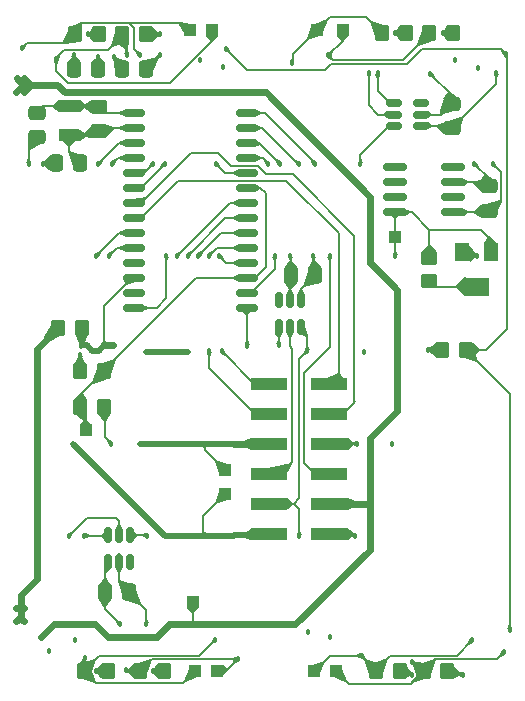
<source format=gbr>
%TF.GenerationSoftware,KiCad,Pcbnew,7.0.7*%
%TF.CreationDate,2024-04-02T12:31:12-04:00*%
%TF.ProjectId,module_pcb_thermal_mockup_v3.5,6d6f6475-6c65-45f7-9063-625f74686572,rev?*%
%TF.SameCoordinates,Original*%
%TF.FileFunction,Copper,L4,Bot*%
%TF.FilePolarity,Positive*%
%FSLAX46Y46*%
G04 Gerber Fmt 4.6, Leading zero omitted, Abs format (unit mm)*
G04 Created by KiCad (PCBNEW 7.0.7) date 2024-04-02 12:31:12*
%MOMM*%
%LPD*%
G01*
G04 APERTURE LIST*
G04 Aperture macros list*
%AMRoundRect*
0 Rectangle with rounded corners*
0 $1 Rounding radius*
0 $2 $3 $4 $5 $6 $7 $8 $9 X,Y pos of 4 corners*
0 Add a 4 corners polygon primitive as box body*
4,1,4,$2,$3,$4,$5,$6,$7,$8,$9,$2,$3,0*
0 Add four circle primitives for the rounded corners*
1,1,$1+$1,$2,$3*
1,1,$1+$1,$4,$5*
1,1,$1+$1,$6,$7*
1,1,$1+$1,$8,$9*
0 Add four rect primitives between the rounded corners*
20,1,$1+$1,$2,$3,$4,$5,0*
20,1,$1+$1,$4,$5,$6,$7,0*
20,1,$1+$1,$6,$7,$8,$9,0*
20,1,$1+$1,$8,$9,$2,$3,0*%
G04 Aperture macros list end*
%TA.AperFunction,SMDPad,CuDef*%
%ADD10RoundRect,0.150000X0.825000X0.150000X-0.825000X0.150000X-0.825000X-0.150000X0.825000X-0.150000X0*%
%TD*%
%TA.AperFunction,SMDPad,CuDef*%
%ADD11R,3.150000X1.000000*%
%TD*%
%TA.AperFunction,SMDPad,CuDef*%
%ADD12R,1.000000X1.000000*%
%TD*%
%TA.AperFunction,SMDPad,CuDef*%
%ADD13RoundRect,0.150000X0.512500X0.150000X-0.512500X0.150000X-0.512500X-0.150000X0.512500X-0.150000X0*%
%TD*%
%TA.AperFunction,SMDPad,CuDef*%
%ADD14RoundRect,0.250000X0.337500X0.475000X-0.337500X0.475000X-0.337500X-0.475000X0.337500X-0.475000X0*%
%TD*%
%TA.AperFunction,SMDPad,CuDef*%
%ADD15RoundRect,0.250000X-0.450000X0.350000X-0.450000X-0.350000X0.450000X-0.350000X0.450000X0.350000X0*%
%TD*%
%TA.AperFunction,SMDPad,CuDef*%
%ADD16RoundRect,0.250000X0.350000X0.450000X-0.350000X0.450000X-0.350000X-0.450000X0.350000X-0.450000X0*%
%TD*%
%TA.AperFunction,SMDPad,CuDef*%
%ADD17R,1.800000X1.000000*%
%TD*%
%TA.AperFunction,SMDPad,CuDef*%
%ADD18RoundRect,0.250000X-0.475000X0.337500X-0.475000X-0.337500X0.475000X-0.337500X0.475000X0.337500X0*%
%TD*%
%TA.AperFunction,SMDPad,CuDef*%
%ADD19RoundRect,0.150000X-0.150000X0.512500X-0.150000X-0.512500X0.150000X-0.512500X0.150000X0.512500X0*%
%TD*%
%TA.AperFunction,SMDPad,CuDef*%
%ADD20RoundRect,0.250000X-0.350000X-0.450000X0.350000X-0.450000X0.350000X0.450000X-0.350000X0.450000X0*%
%TD*%
%TA.AperFunction,SMDPad,CuDef*%
%ADD21RoundRect,0.150000X0.150000X-0.512500X0.150000X0.512500X-0.150000X0.512500X-0.150000X-0.512500X0*%
%TD*%
%TA.AperFunction,SMDPad,CuDef*%
%ADD22RoundRect,0.250000X-0.337500X-0.475000X0.337500X-0.475000X0.337500X0.475000X-0.337500X0.475000X0*%
%TD*%
%TA.AperFunction,SMDPad,CuDef*%
%ADD23RoundRect,0.150000X0.750000X0.150000X-0.750000X0.150000X-0.750000X-0.150000X0.750000X-0.150000X0*%
%TD*%
%TA.AperFunction,SMDPad,CuDef*%
%ADD24R,1.300000X1.600000*%
%TD*%
%TA.AperFunction,SMDPad,CuDef*%
%ADD25R,2.000000X1.600000*%
%TD*%
%TA.AperFunction,ViaPad*%
%ADD26C,0.457300*%
%TD*%
%TA.AperFunction,Conductor*%
%ADD27C,0.127000*%
%TD*%
%TA.AperFunction,Conductor*%
%ADD28C,0.500000*%
%TD*%
%TA.AperFunction,Conductor*%
%ADD29C,0.600000*%
%TD*%
%TA.AperFunction,Conductor*%
%ADD30C,0.200000*%
%TD*%
G04 APERTURE END LIST*
D10*
%TO.P,U6,1,DNC*%
%TO.N,unconnected-(U6-DNC-Pad1)*%
X38035000Y-13335000D03*
%TO.P,U6,2,+V_{IN}*%
%TO.N,+5V*%
X38035000Y-14605000D03*
%TO.P,U6,3,TEMP*%
%TO.N,unconnected-(U6-TEMP-Pad3)*%
X38035000Y-15875000D03*
%TO.P,U6,4,GND*%
%TO.N,GND*%
X38035000Y-17145000D03*
%TO.P,U6,5,TRIM*%
%TO.N,/2.5V*%
X33085000Y-17145000D03*
%TO.P,U6,6,V_{OUT}*%
%TO.N,unconnected-(U6-V_{OUT}-Pad6)*%
X33085000Y-15875000D03*
%TO.P,U6,7,DNC*%
%TO.N,unconnected-(U6-DNC-Pad7)*%
X33085000Y-14605000D03*
%TO.P,U6,8,Vsel*%
%TO.N,unconnected-(U6-Vsel-Pad8)*%
X33085000Y-13335000D03*
%TD*%
D11*
%TO.P,J1,1,Pin_1*%
%TO.N,/CS*%
X27500000Y-31670000D03*
%TO.P,J1,2,Pin_2*%
%TO.N,/DIN*%
X22450000Y-31670000D03*
%TO.P,J1,3,Pin_3*%
%TO.N,/~{RDY}*%
X27500000Y-34210000D03*
%TO.P,J1,4,Pin_4*%
%TO.N,/~{RESET}*%
X22450000Y-34210000D03*
%TO.P,J1,5,Pin_5*%
%TO.N,/DOUT*%
X27500000Y-36750000D03*
%TO.P,J1,6,Pin_6*%
%TO.N,+5V*%
X22450000Y-36750000D03*
%TO.P,J1,7,Pin_7*%
%TO.N,/CS_T1*%
X27500000Y-39290000D03*
%TO.P,J1,8,Pin_8*%
%TO.N,/CS_T2*%
X22450000Y-39290000D03*
%TO.P,J1,9,Pin_9*%
%TO.N,VCC*%
X27500000Y-41830000D03*
%TO.P,J1,10,Pin_10*%
%TO.N,/CLK*%
X22450000Y-41830000D03*
%TO.P,J1,11,Pin_11*%
%TO.N,/CS_T3*%
X27500000Y-44370000D03*
%TO.P,J1,12,Pin_12*%
%TO.N,GND*%
X22450000Y-44370000D03*
%TD*%
D12*
%TO.P,5V,1,1*%
%TO.N,+5V*%
X18700000Y-39000000D03*
%TD*%
%TO.P,E3,1,1*%
%TO.N,/ETROC3*%
X15700000Y-1700000D03*
%TD*%
D13*
%TO.P,U7,1,NC*%
%TO.N,unconnected-(U7-NC-Pad1)*%
X35297500Y-7930000D03*
%TO.P,U7,2,GND*%
%TO.N,GND*%
X35297500Y-8880000D03*
%TO.P,U7,3,V+*%
%TO.N,+5V*%
X35297500Y-9830000D03*
%TO.P,U7,4,SCLK*%
%TO.N,/CLK*%
X33022500Y-9830000D03*
%TO.P,U7,5,~{CS}*%
%TO.N,/CS_T1*%
X33022500Y-8880000D03*
%TO.P,U7,6,SO*%
%TO.N,/DOUT*%
X33022500Y-7930000D03*
%TD*%
D14*
%TO.P,C8,1*%
%TO.N,GND*%
X10567500Y-49340000D03*
%TO.P,C8,2*%
%TO.N,+5V*%
X8492500Y-49340000D03*
%TD*%
D12*
%TO.P,L4,1,1*%
%TO.N,/LGAD4*%
X28650000Y-1700000D03*
%TD*%
D15*
%TO.P,R13,1*%
%TO.N,/2.5V*%
X36000000Y-21000000D03*
%TO.P,R13,2*%
%TO.N,Net-(R13-Pad2)*%
X36000000Y-23000000D03*
%TD*%
D16*
%TO.P,R7,1*%
%TO.N,+5V*%
X33500000Y-56000000D03*
%TO.P,R7,2*%
%TO.N,/LGAD2*%
X31500000Y-56000000D03*
%TD*%
D14*
%TO.P,C2,1*%
%TO.N,+5V*%
X7975329Y-5000000D03*
%TO.P,C2,2*%
%TO.N,GND*%
X5900329Y-5000000D03*
%TD*%
D17*
%TO.P,Y1,1,1*%
%TO.N,Net-(U5-XTAL2)*%
X5500000Y-10650000D03*
%TO.P,Y1,2,2*%
%TO.N,Net-(U5-XTAL1)*%
X5500000Y-8150000D03*
%TD*%
D16*
%TO.P,R9,1*%
%TO.N,+5V*%
X12000000Y-2100000D03*
%TO.P,R9,2*%
%TO.N,/LGAD3*%
X10000000Y-2100000D03*
%TD*%
D14*
%TO.P,C3,1*%
%TO.N,+5V*%
X12037500Y-5000000D03*
%TO.P,C3,2*%
%TO.N,GND*%
X9962500Y-5000000D03*
%TD*%
D18*
%TO.P,C1,1*%
%TO.N,+5V*%
X41000000Y-14962500D03*
%TO.P,C1,2*%
%TO.N,GND*%
X41000000Y-17037500D03*
%TD*%
D12*
%TO.P,GND,1,1*%
%TO.N,GND*%
X18700000Y-41000000D03*
%TD*%
D16*
%TO.P,R5,1*%
%TO.N,+5V*%
X8750000Y-56000000D03*
%TO.P,R5,2*%
%TO.N,/LGAD1*%
X6750000Y-56000000D03*
%TD*%
D19*
%TO.P,U8,1,NC*%
%TO.N,unconnected-(U8-NC-Pad1)*%
X23250000Y-24582500D03*
%TO.P,U8,2,GND*%
%TO.N,GND*%
X24200000Y-24582500D03*
%TO.P,U8,3,V+*%
%TO.N,+5V*%
X25150000Y-24582500D03*
%TO.P,U8,4,SCLK*%
%TO.N,/CLK*%
X25150000Y-26857500D03*
%TO.P,U8,5,~{CS}*%
%TO.N,/CS_T2*%
X24200000Y-26857500D03*
%TO.P,U8,6,SO*%
%TO.N,/DOUT*%
X23250000Y-26857500D03*
%TD*%
D18*
%TO.P,C6,1*%
%TO.N,GND*%
X37870000Y-7972500D03*
%TO.P,C6,2*%
%TO.N,+5V*%
X37870000Y-10047500D03*
%TD*%
D20*
%TO.P,JMPR2,1*%
%TO.N,GND*%
X37100000Y-28800000D03*
%TO.P,JMPR2,2*%
%TO.N,/VSS*%
X39100000Y-28800000D03*
%TD*%
D18*
%TO.P,C4,1*%
%TO.N,Net-(U5-XTAL1)*%
X2750000Y-8712500D03*
%TO.P,C4,2*%
%TO.N,GND*%
X2750000Y-10787500D03*
%TD*%
D12*
%TO.P,L1,1,1*%
%TO.N,/LGAD1*%
X16150000Y-56000000D03*
%TD*%
D15*
%TO.P,R14,1*%
%TO.N,Net-(U5-XTAL1)*%
X8000000Y-8250000D03*
%TO.P,R14,2*%
%TO.N,Net-(U5-XTAL2)*%
X8000000Y-10250000D03*
%TD*%
D20*
%TO.P,JMPR1,1*%
%TO.N,Net-(JMPR1-Pad1)*%
X4550000Y-26940000D03*
%TO.P,JMPR1,2*%
%TO.N,GND*%
X6550000Y-26940000D03*
%TD*%
D21*
%TO.P,U9,1,NC*%
%TO.N,unconnected-(U9-NC-Pad1)*%
X10670000Y-46767500D03*
%TO.P,U9,2,GND*%
%TO.N,GND*%
X9720000Y-46767500D03*
%TO.P,U9,3,V+*%
%TO.N,+5V*%
X8770000Y-46767500D03*
%TO.P,U9,4,SCLK*%
%TO.N,/CLK*%
X8770000Y-44492500D03*
%TO.P,U9,5,~{CS}*%
%TO.N,/CS_T3*%
X9720000Y-44492500D03*
%TO.P,U9,6,SO*%
%TO.N,/DOUT*%
X10670000Y-44492500D03*
%TD*%
D12*
%TO.P,E4,1,1*%
%TO.N,/ETROC4*%
X26500000Y-1700000D03*
%TD*%
D16*
%TO.P,R3,1*%
%TO.N,+5V*%
X8430000Y-33620000D03*
%TO.P,R3,2*%
%TO.N,/V_{ref}*%
X6430000Y-33620000D03*
%TD*%
D12*
%TO.P,L3,1,1*%
%TO.N,/LGAD3*%
X17600000Y-1700000D03*
%TD*%
D16*
%TO.P,R10,1*%
%TO.N,+5V*%
X8000000Y-2100000D03*
%TO.P,R10,2*%
%TO.N,/ETROC3*%
X6000000Y-2100000D03*
%TD*%
D12*
%TO.P,E1,1,1*%
%TO.N,/ETROC1*%
X18000000Y-56000000D03*
%TD*%
D16*
%TO.P,R12,1*%
%TO.N,+5V*%
X34000000Y-2000000D03*
%TO.P,R12,2*%
%TO.N,/ETROC4*%
X32000000Y-2000000D03*
%TD*%
%TO.P,R6,1*%
%TO.N,+5V*%
X13500000Y-56000000D03*
%TO.P,R6,2*%
%TO.N,/ETROC1*%
X11500000Y-56000000D03*
%TD*%
%TO.P,R4,1*%
%TO.N,/V_{ref}*%
X8430000Y-30620000D03*
%TO.P,R4,2*%
%TO.N,GND*%
X6430000Y-30620000D03*
%TD*%
D14*
%TO.P,C5,1*%
%TO.N,Net-(U5-XTAL2)*%
X6437500Y-13010000D03*
%TO.P,C5,2*%
%TO.N,GND*%
X4362500Y-13010000D03*
%TD*%
D12*
%TO.P,L2,1,1*%
%TO.N,/LGAD2*%
X26250000Y-56000000D03*
%TD*%
D22*
%TO.P,C7,1*%
%TO.N,GND*%
X24242500Y-22460000D03*
%TO.P,C7,2*%
%TO.N,+5V*%
X26317500Y-22460000D03*
%TD*%
D12*
%TO.P,2.5V,1,1*%
%TO.N,/2.5V*%
X33060000Y-19220000D03*
%TD*%
%TO.P,E2,1,1*%
%TO.N,/ETROC2*%
X28100000Y-56000000D03*
%TD*%
%TO.P,VCC,1,1*%
%TO.N,VCC*%
X15940000Y-50170000D03*
%TD*%
%TO.P,V_{ref},1,1*%
%TO.N,/V_{ref}*%
X6880000Y-35620000D03*
%TD*%
D23*
%TO.P,U5,1,AIN7*%
%TO.N,/LGAD4*%
X20550000Y-8745000D03*
%TO.P,U5,2,AIN8*%
%TO.N,/ETROC4*%
X20550000Y-10015000D03*
%TO.P,U5,3,AV_{DD}*%
%TO.N,+5V*%
X20550000Y-11285000D03*
%TO.P,U5,4,AGND*%
%TO.N,GND*%
X20550000Y-12555000D03*
%TO.P,U5,5,REFIN1(-)*%
X20550000Y-13825000D03*
%TO.P,U5,6,REFIN1(+)*%
%TO.N,/V_{ref}*%
X20550000Y-15095000D03*
%TO.P,U5,7,AIN1*%
%TO.N,/ETROC3*%
X20550000Y-16365000D03*
%TO.P,U5,8,AIN2*%
%TO.N,/LGAD1*%
X20550000Y-17635000D03*
%TO.P,U5,9,AIN3*%
%TO.N,/ETROC1*%
X20550000Y-18905000D03*
%TO.P,U5,10,AIN4*%
%TO.N,/LGAD2*%
X20550000Y-20175000D03*
%TO.P,U5,11,AIN5*%
%TO.N,/ETROC2*%
X20550000Y-21445000D03*
%TO.P,U5,12,AINCOM*%
%TO.N,/V_{ref}*%
X20550000Y-22715000D03*
%TO.P,U5,13,REFIN2(+)/AIN9*%
%TO.N,/2.5V*%
X20550000Y-23985000D03*
%TO.P,U5,14,REFIN2(-)/AIN10*%
%TO.N,GND*%
X20550000Y-25255000D03*
%TO.P,U5,15,AIN6*%
%TO.N,/LGAD3*%
X10950000Y-25255000D03*
%TO.P,U5,16,P2*%
%TO.N,unconnected-(U5-P2-Pad16)*%
X10950000Y-23985000D03*
%TO.P,U5,17,AGND*%
%TO.N,GND*%
X10950000Y-22715000D03*
%TO.P,U5,18,P1*%
%TO.N,unconnected-(U5-P1-Pad18)*%
X10950000Y-21445000D03*
%TO.P,U5,19,~{RESET}*%
%TO.N,/~{RESET}*%
X10950000Y-20175000D03*
%TO.P,U5,20,SCLK*%
%TO.N,/CLK*%
X10950000Y-18905000D03*
%TO.P,U5,21,~{CS}*%
%TO.N,/CS*%
X10950000Y-17635000D03*
%TO.P,U5,22,~{RDY}*%
%TO.N,/~{RDY}*%
X10950000Y-16365000D03*
%TO.P,U5,23,DOUT*%
%TO.N,/DOUT*%
X10950000Y-15095000D03*
%TO.P,U5,24,DIN*%
%TO.N,/DIN*%
X10950000Y-13825000D03*
%TO.P,U5,25,DGND*%
%TO.N,GND*%
X10950000Y-12555000D03*
%TO.P,U5,26,DV_{DD}*%
%TO.N,+5V*%
X10950000Y-11285000D03*
%TO.P,U5,27,XTAL2*%
%TO.N,Net-(U5-XTAL2)*%
X10950000Y-10015000D03*
%TO.P,U5,28,XTAL1*%
%TO.N,Net-(U5-XTAL1)*%
X10950000Y-8745000D03*
%TD*%
D24*
%TO.P,RV1,1,1*%
%TO.N,GND*%
X38750000Y-20550000D03*
D25*
%TO.P,RV1,2,2*%
%TO.N,Net-(R13-Pad2)*%
X40000000Y-23450000D03*
D24*
%TO.P,RV1,3,3*%
%TO.N,/2.5V*%
X41250000Y-20550000D03*
%TD*%
D16*
%TO.P,R11,1*%
%TO.N,+5V*%
X38000000Y-2000000D03*
%TO.P,R11,2*%
%TO.N,/LGAD4*%
X36000000Y-2000000D03*
%TD*%
%TO.P,R8,1*%
%TO.N,+5V*%
X37500000Y-56000000D03*
%TO.P,R8,2*%
%TO.N,/ETROC2*%
X35500000Y-56000000D03*
%TD*%
D26*
%TO.N,/VSS*%
X18790000Y-3320000D03*
X42800000Y-52500000D03*
X42450000Y-3750000D03*
%TO.N,+5V*%
X13190000Y-2100000D03*
X18640000Y-36750000D03*
X37130000Y-2000000D03*
X15570000Y-28970000D03*
X26180000Y-20850000D03*
X13150000Y-3880000D03*
X12560000Y-55970000D03*
X7970000Y-3970000D03*
X16960000Y-36750000D03*
X17820000Y-36740000D03*
X41650000Y-5340000D03*
X9800000Y-52040000D03*
X7965000Y-13055000D03*
X38800000Y-56300000D03*
X9070000Y-36740000D03*
X11470000Y-36750000D03*
X7800000Y-56000000D03*
X19460000Y-36740000D03*
X7130000Y-2090000D03*
X23340000Y-13040000D03*
X34500000Y-56300000D03*
X12010000Y-28980000D03*
X39800000Y-13050000D03*
X33110000Y-2010000D03*
%TO.N,/~{RESET}*%
X17350000Y-28920000D03*
X8850000Y-20840000D03*
%TO.N,VCC*%
X3100000Y-53100000D03*
X1037329Y-5752873D03*
X1682329Y-5752873D03*
X1000000Y-6950000D03*
X1700000Y-6950000D03*
%TO.N,/DOUT*%
X29860000Y-36740000D03*
X12070000Y-44550000D03*
X31620000Y-5400000D03*
X30480000Y-28950000D03*
X13570000Y-13070000D03*
X23240000Y-28430000D03*
%TO.N,/DIN*%
X18420000Y-28920000D03*
X12590000Y-13040000D03*
%TO.N,/CLK*%
X32790000Y-36760000D03*
X25640000Y-28910000D03*
X7810000Y-20840000D03*
X6790000Y-44550000D03*
X30150000Y-13040000D03*
X24970000Y-44560000D03*
%TO.N,GND*%
X3830000Y-54330000D03*
X20574000Y-28450000D03*
X3270000Y-13050000D03*
X16550000Y-4300000D03*
X36070000Y-5410000D03*
X38150000Y-4250000D03*
X12030000Y-52030000D03*
X25700000Y-52700000D03*
X17490000Y-44540000D03*
X16860000Y-44550000D03*
X2090000Y-13050000D03*
X35850000Y-28800000D03*
X18790000Y-44540000D03*
X27600000Y-53100000D03*
X8460000Y-28390000D03*
X24220000Y-20850000D03*
X9181842Y-28390000D03*
X9130000Y-13050000D03*
X7470000Y-28870000D03*
X19420000Y-44550000D03*
X5810000Y-36770000D03*
X41350000Y-13050000D03*
X40150000Y-4900000D03*
X6020000Y-53330000D03*
X9250000Y-4020000D03*
X18540000Y-4830000D03*
X5900000Y-3850000D03*
X6430000Y-29200000D03*
X40000000Y-20850000D03*
X17950000Y-13050000D03*
X22360000Y-13050000D03*
X18150000Y-44540000D03*
X6530000Y-28450000D03*
%TO.N,Net-(JMPR1-Pad1)*%
X1000000Y-51800000D03*
X1650000Y-50700000D03*
X1000000Y-50700000D03*
X1650000Y-51800000D03*
%TO.N,/LGAD1*%
X15520000Y-20840000D03*
X17850000Y-53350000D03*
X6800000Y-54900000D03*
%TO.N,/ETROC1*%
X10300000Y-55920000D03*
X19750000Y-55000000D03*
X16420000Y-20840000D03*
%TO.N,/CS_T1*%
X30880000Y-5370000D03*
X27570000Y-20870000D03*
%TO.N,/CS_T3*%
X5470000Y-44550000D03*
X29690000Y-44530000D03*
%TO.N,/2.5V*%
X33100000Y-20850000D03*
X22900000Y-20840000D03*
%TO.N,/LGAD2*%
X39600000Y-53400000D03*
X30250000Y-54710000D03*
X17320000Y-20840000D03*
%TO.N,/ETROC2*%
X18220000Y-20850000D03*
X34500000Y-55200000D03*
X42300000Y-54400000D03*
%TO.N,/LGAD3*%
X4400000Y-4200000D03*
X13720000Y-20840000D03*
X10370000Y-3820000D03*
%TO.N,/ETROC3*%
X1500000Y-3250000D03*
X11480000Y-3830000D03*
X14620000Y-20850000D03*
%TO.N,/LGAD4*%
X26310000Y-13050000D03*
X27440000Y-3870000D03*
%TO.N,/ETROC4*%
X24960000Y-13050000D03*
X24321000Y-4509000D03*
%TD*%
D27*
%TO.N,/VSS*%
X40800000Y-28800000D02*
X39100000Y-28800000D01*
X42450000Y-3750000D02*
X42600000Y-3900000D01*
X42450000Y-3750000D02*
X42050000Y-3350000D01*
X20550000Y-5080000D02*
X18790000Y-3320000D01*
X42600000Y-3900000D02*
X42600000Y-27000000D01*
X42050000Y-3350000D02*
X35350000Y-3350000D01*
X27178000Y-5080000D02*
X20550000Y-5080000D01*
X35350000Y-3350000D02*
X34128000Y-4572000D01*
X27686000Y-4572000D02*
X27178000Y-5080000D01*
X42600000Y-27000000D02*
X40800000Y-28800000D01*
X42800000Y-32500000D02*
X39100000Y-28800000D01*
X34128000Y-4572000D02*
X27686000Y-4572000D01*
X42800000Y-52500000D02*
X42800000Y-32500000D01*
%TO.N,+5V*%
X37500000Y-56000000D02*
X37800000Y-56300000D01*
X20550000Y-11285000D02*
X21585000Y-11285000D01*
X41000000Y-14962500D02*
X41000000Y-14250000D01*
X19490000Y-36750000D02*
X19460000Y-36720000D01*
X8492500Y-49340000D02*
X8570000Y-49262500D01*
X33500000Y-56000000D02*
X34200000Y-56000000D01*
X26180000Y-22322500D02*
X26317500Y-22460000D01*
D28*
X12010000Y-28980000D02*
X15560000Y-28980000D01*
D27*
X35297500Y-9830000D02*
X37652500Y-9830000D01*
X25150000Y-23627500D02*
X26317500Y-22460000D01*
X8510000Y-33700000D02*
X8510000Y-36210000D01*
X37652500Y-9830000D02*
X37870000Y-10047500D01*
X12000000Y-2100000D02*
X13190000Y-2100000D01*
X7140000Y-2100000D02*
X7130000Y-2090000D01*
X26180000Y-20850000D02*
X26180000Y-22322500D01*
D28*
X18640000Y-36750000D02*
X17830000Y-36750000D01*
X15560000Y-28980000D02*
X15570000Y-28970000D01*
D27*
X25150000Y-24582500D02*
X25150000Y-23627500D01*
X10950000Y-11285000D02*
X9735000Y-11285000D01*
X33120000Y-2000000D02*
X33110000Y-2010000D01*
X17830000Y-36750000D02*
X17820000Y-36740000D01*
X16970000Y-36740000D02*
X16960000Y-36750000D01*
X34000000Y-2000000D02*
X33120000Y-2000000D01*
X16960000Y-36750000D02*
X16960000Y-37260000D01*
X8492500Y-50712500D02*
X9800000Y-52020000D01*
X37870000Y-10047500D02*
X41650000Y-6267500D01*
D29*
X22450000Y-36750000D02*
X19490000Y-36750000D01*
D27*
X38035000Y-14605000D02*
X40642500Y-14605000D01*
X7975329Y-3975329D02*
X7970000Y-3970000D01*
X12037500Y-4992500D02*
X13150000Y-3880000D01*
D28*
X19460000Y-36740000D02*
X18650000Y-36740000D01*
D27*
X16960000Y-37260000D02*
X18700000Y-39000000D01*
X41650000Y-6267500D02*
X41650000Y-5340000D01*
X21585000Y-11285000D02*
X23340000Y-13040000D01*
X15460000Y-28860000D02*
X15570000Y-28970000D01*
X8750000Y-56000000D02*
X7800000Y-56000000D01*
X34200000Y-56000000D02*
X34500000Y-56300000D01*
X9735000Y-11285000D02*
X7950000Y-13070000D01*
X8570000Y-49262500D02*
X8570000Y-46967500D01*
X8510000Y-36210000D02*
X9050000Y-36750000D01*
X8492500Y-49340000D02*
X8492500Y-50712500D01*
X38000000Y-2000000D02*
X37130000Y-2000000D01*
X41000000Y-14250000D02*
X39800000Y-13050000D01*
X12037500Y-5000000D02*
X12037500Y-4992500D01*
X37800000Y-56300000D02*
X38800000Y-56300000D01*
D28*
X16960000Y-36750000D02*
X11470000Y-36750000D01*
D27*
X8430000Y-33620000D02*
X8510000Y-33700000D01*
D28*
X17820000Y-36740000D02*
X16970000Y-36740000D01*
D27*
X40642500Y-14605000D02*
X41000000Y-14962500D01*
X8000000Y-2100000D02*
X7140000Y-2100000D01*
X12590000Y-56000000D02*
X12560000Y-55970000D01*
X18650000Y-36740000D02*
X18640000Y-36750000D01*
X13500000Y-56000000D02*
X12590000Y-56000000D01*
X7975329Y-5000000D02*
X7975329Y-3975329D01*
X8570000Y-46967500D02*
X8770000Y-46767500D01*
%TO.N,/CS*%
X28330000Y-18950000D02*
X23860000Y-14480000D01*
X28330000Y-30870000D02*
X28330000Y-18950000D01*
X14740000Y-14480000D02*
X11585000Y-17635000D01*
X11585000Y-17635000D02*
X10950000Y-17635000D01*
X27500000Y-31670000D02*
X27530000Y-31670000D01*
X27530000Y-31670000D02*
X28330000Y-30870000D01*
X23860000Y-14480000D02*
X14740000Y-14480000D01*
%TO.N,/~{RESET}*%
X17350000Y-28920000D02*
X17350000Y-30304000D01*
X9515000Y-20175000D02*
X8830000Y-20860000D01*
X10950000Y-20175000D02*
X9515000Y-20175000D01*
X17350000Y-30304000D02*
X21256000Y-34210000D01*
X21256000Y-34210000D02*
X22450000Y-34210000D01*
%TO.N,/~{RDY}*%
X28670000Y-34210000D02*
X27500000Y-34210000D01*
X29650000Y-33170000D02*
X29680000Y-33200000D01*
X18070000Y-12120000D02*
X19170000Y-13220000D01*
X29650000Y-19160000D02*
X29650000Y-33170000D01*
X22190000Y-13940000D02*
X24430000Y-13940000D01*
X15840000Y-12120000D02*
X18070000Y-12120000D01*
X10950000Y-16365000D02*
X11595000Y-16365000D01*
X24430000Y-13940000D02*
X29650000Y-19160000D01*
X21470000Y-13220000D02*
X22190000Y-13940000D01*
X11595000Y-16365000D02*
X15840000Y-12120000D01*
X29680000Y-33200000D02*
X28670000Y-34210000D01*
X19170000Y-13220000D02*
X21470000Y-13220000D01*
D29*
%TO.N,VCC*%
X24625000Y-52045000D02*
X22445000Y-52045000D01*
D27*
X1037329Y-5752873D02*
X1037329Y-5777329D01*
D29*
X5150000Y-7000000D02*
X22120000Y-7000000D01*
X31020000Y-21490000D02*
X33240000Y-23710000D01*
X33240000Y-33950000D02*
X30950000Y-36240000D01*
X8770000Y-53090000D02*
X7690000Y-52010000D01*
X33240000Y-23710000D02*
X33240000Y-33950000D01*
X2274456Y-6375544D02*
X1700000Y-6950000D01*
D27*
X15940000Y-50170000D02*
X15940000Y-52040000D01*
D29*
X1605000Y-6345000D02*
X2274456Y-6345000D01*
X30950000Y-36240000D02*
X30950000Y-36720000D01*
X30950000Y-21490000D02*
X31020000Y-21490000D01*
X27500000Y-41830000D02*
X30880000Y-41830000D01*
X15930000Y-52050000D02*
X13950000Y-52050000D01*
D27*
X15940000Y-52040000D02*
X15930000Y-52050000D01*
D29*
X4495000Y-6345000D02*
X5150000Y-7000000D01*
X22120000Y-7000000D02*
X30950000Y-15830000D01*
X30950000Y-15830000D02*
X30950000Y-21490000D01*
X22440000Y-52050000D02*
X15930000Y-52050000D01*
X30950000Y-45720000D02*
X24625000Y-52045000D01*
X30950000Y-41760000D02*
X30950000Y-45720000D01*
X1000000Y-6950000D02*
X1605000Y-6345000D01*
X22445000Y-52045000D02*
X22440000Y-52050000D01*
X30950000Y-36720000D02*
X30950000Y-41760000D01*
X13950000Y-52050000D02*
X12910000Y-53090000D01*
X2274456Y-6345000D02*
X1682329Y-5752873D01*
X7690000Y-52010000D02*
X4190000Y-52010000D01*
X2274456Y-6345000D02*
X4495000Y-6345000D01*
X12910000Y-53090000D02*
X8770000Y-53090000D01*
X1037329Y-5777329D02*
X1605000Y-6345000D01*
X4190000Y-52010000D02*
X3100000Y-53100000D01*
D27*
X2274456Y-6345000D02*
X2274456Y-6375544D01*
%TO.N,/DOUT*%
X12070000Y-44550000D02*
X12012500Y-44492500D01*
X12012500Y-44492500D02*
X10670000Y-44492500D01*
X13570000Y-13070000D02*
X13510000Y-13130000D01*
X23250000Y-28420000D02*
X23240000Y-28430000D01*
X29850000Y-36750000D02*
X29860000Y-36740000D01*
X11545000Y-15095000D02*
X10950000Y-15095000D01*
X31620000Y-6920000D02*
X32630000Y-7930000D01*
X27500000Y-36750000D02*
X29850000Y-36750000D01*
X13510000Y-13130000D02*
X11545000Y-15095000D01*
X23250000Y-26857500D02*
X23250000Y-28420000D01*
X32630000Y-7930000D02*
X33022500Y-7930000D01*
X31620000Y-5400000D02*
X31620000Y-6920000D01*
X13510000Y-13120000D02*
X13570000Y-13070000D01*
%TO.N,/DIN*%
X11805000Y-13825000D02*
X12590000Y-13040000D01*
X18420000Y-28920000D02*
X21170000Y-31670000D01*
X10950000Y-13825000D02*
X11805000Y-13825000D01*
X21170000Y-31670000D02*
X22450000Y-31670000D01*
%TO.N,/CLK*%
X6790000Y-44550000D02*
X8712500Y-44550000D01*
X8712500Y-44550000D02*
X8770000Y-44492500D01*
X32588000Y-9830000D02*
X33022500Y-9830000D01*
X24970000Y-41360000D02*
X24970000Y-41350000D01*
D30*
X22450000Y-41830000D02*
X23540000Y-41830000D01*
D27*
X30150000Y-12268000D02*
X32588000Y-9830000D01*
X24500000Y-41830000D02*
X24970000Y-41360000D01*
X24970000Y-29580000D02*
X25640000Y-28910000D01*
X25640000Y-27670000D02*
X25640000Y-28910000D01*
X24970000Y-41350000D02*
X24970000Y-29580000D01*
X9725000Y-18905000D02*
X7820000Y-20810000D01*
X25150000Y-26857500D02*
X25390000Y-27097500D01*
X10950000Y-18905000D02*
X9725000Y-18905000D01*
X24970000Y-43290000D02*
X24970000Y-44560000D01*
X22450000Y-41830000D02*
X24500000Y-41830000D01*
X30150000Y-13040000D02*
X30150000Y-12268000D01*
X24970000Y-42300000D02*
X24970000Y-43290000D01*
X24500000Y-41830000D02*
X24970000Y-42300000D01*
X25390000Y-27420000D02*
X25640000Y-27670000D01*
X25390000Y-27097500D02*
X25390000Y-27420000D01*
D28*
%TO.N,GND*%
X22300000Y-44520000D02*
X19450000Y-44520000D01*
D27*
X37100000Y-28800000D02*
X35850000Y-28800000D01*
X41262500Y-17037500D02*
X42050000Y-16250000D01*
D28*
X13590000Y-44550000D02*
X5810000Y-36770000D01*
X16890000Y-44520000D02*
X16990000Y-44520000D01*
D27*
X16790000Y-44340000D02*
X16990000Y-44540000D01*
X6550000Y-28430000D02*
X6530000Y-28450000D01*
X21885000Y-12555000D02*
X22360000Y-13030000D01*
D28*
X16870000Y-44540000D02*
X18590000Y-44540000D01*
D27*
X37870000Y-7210000D02*
X36070000Y-5410000D01*
D28*
X18790000Y-44540000D02*
X18610000Y-44540000D01*
D27*
X20550000Y-25255000D02*
X20550000Y-28450000D01*
X40892500Y-17145000D02*
X41000000Y-17037500D01*
X24200000Y-22502500D02*
X24242500Y-22460000D01*
X8460000Y-25093460D02*
X8460000Y-28390000D01*
X41000000Y-17037500D02*
X41262500Y-17037500D01*
X16790000Y-42910000D02*
X16790000Y-44340000D01*
X39700000Y-20550000D02*
X40000000Y-20850000D01*
X18700000Y-41000000D02*
X16790000Y-42910000D01*
X24200000Y-24582500D02*
X24200000Y-22502500D01*
X20550000Y-13825000D02*
X18705000Y-13825000D01*
D28*
X22450000Y-44370000D02*
X22300000Y-44520000D01*
X9720000Y-46767500D02*
X9720000Y-46240000D01*
X7030000Y-28430000D02*
X7470000Y-28870000D01*
D27*
X37870000Y-7972500D02*
X37870000Y-7210000D01*
X9720000Y-46767500D02*
X9720000Y-48492500D01*
X36962500Y-8880000D02*
X37870000Y-7972500D01*
X5900329Y-5000000D02*
X5900329Y-3850329D01*
D29*
X8460000Y-28390000D02*
X9181842Y-28390000D01*
D27*
X35297500Y-8880000D02*
X36962500Y-8880000D01*
D28*
X16860000Y-44550000D02*
X13590000Y-44550000D01*
D27*
X12030000Y-50802500D02*
X12030000Y-52030000D01*
X10838460Y-22715000D02*
X8460000Y-25093460D01*
D28*
X18610000Y-44540000D02*
X18600000Y-44550000D01*
X18590000Y-44540000D02*
X18600000Y-44550000D01*
D27*
X38035000Y-17145000D02*
X40892500Y-17145000D01*
D28*
X19450000Y-44520000D02*
X19420000Y-44550000D01*
X16860000Y-44550000D02*
X16890000Y-44520000D01*
D27*
X9720000Y-48492500D02*
X10567500Y-49340000D01*
X10950000Y-12555000D02*
X9625000Y-12555000D01*
D28*
X7980000Y-28870000D02*
X8460000Y-28390000D01*
D27*
X18705000Y-13825000D02*
X17950000Y-13070000D01*
D28*
X19420000Y-44550000D02*
X18600000Y-44550000D01*
D27*
X42050000Y-16250000D02*
X42050000Y-13750000D01*
X24242500Y-20872500D02*
X24220000Y-20850000D01*
X24242500Y-22460000D02*
X24242500Y-20872500D01*
X10567500Y-49340000D02*
X12030000Y-50802500D01*
D28*
X6550000Y-26940000D02*
X6550000Y-28430000D01*
D27*
X4362500Y-13010000D02*
X3310000Y-13010000D01*
D28*
X16860000Y-44550000D02*
X16870000Y-44540000D01*
X7470000Y-28870000D02*
X7980000Y-28870000D01*
D27*
X38750000Y-20550000D02*
X39700000Y-20550000D01*
X9962500Y-5000000D02*
X9962500Y-4732500D01*
X6430000Y-29200000D02*
X6430000Y-30620000D01*
X5900329Y-3850329D02*
X5900000Y-3850000D01*
D28*
X6550000Y-28430000D02*
X7030000Y-28430000D01*
D27*
X3310000Y-13010000D02*
X3270000Y-13050000D01*
X9962500Y-4732500D02*
X9250000Y-4020000D01*
X20550000Y-12555000D02*
X21885000Y-12555000D01*
X42050000Y-13750000D02*
X41350000Y-13050000D01*
X2750000Y-10787500D02*
X2090000Y-11447500D01*
X10950000Y-22715000D02*
X10838460Y-22715000D01*
X2090000Y-11447500D02*
X2090000Y-13070000D01*
X9625000Y-12555000D02*
X9100000Y-13080000D01*
%TO.N,Net-(JMPR1-Pad1)*%
X1400000Y-51400000D02*
X1400000Y-50800000D01*
D29*
X2740000Y-28750000D02*
X4550000Y-26940000D01*
X2740000Y-48180000D02*
X2740000Y-28750000D01*
X1400000Y-50800000D02*
X1400000Y-49520000D01*
X1400000Y-51550000D02*
X1400000Y-50800000D01*
X1000000Y-51800000D02*
X1400000Y-51400000D01*
X1400000Y-49520000D02*
X2740000Y-48180000D01*
X1650000Y-50700000D02*
X1500000Y-50700000D01*
X1000000Y-50700000D02*
X1300000Y-50700000D01*
D27*
X1300000Y-50700000D02*
X1400000Y-50800000D01*
D29*
X1650000Y-51800000D02*
X1400000Y-51550000D01*
D27*
X1500000Y-50700000D02*
X1400000Y-50800000D01*
%TO.N,/V_{ref}*%
X8430000Y-30540000D02*
X16255000Y-22715000D01*
X22120000Y-21800000D02*
X21205000Y-22715000D01*
X16255000Y-22715000D02*
X20550000Y-22715000D01*
X6430000Y-33620000D02*
X6880000Y-34070000D01*
X6880000Y-34070000D02*
X6880000Y-35620000D01*
X8430000Y-30620000D02*
X8430000Y-30540000D01*
X21675000Y-15095000D02*
X22120000Y-15540000D01*
X22120000Y-15540000D02*
X22120000Y-21800000D01*
X8430000Y-30620000D02*
X6430000Y-32620000D01*
X21205000Y-22715000D02*
X20550000Y-22715000D01*
X6430000Y-32620000D02*
X6430000Y-33620000D01*
X20550000Y-15095000D02*
X21675000Y-15095000D01*
%TO.N,/LGAD1*%
X8050000Y-54700000D02*
X16500000Y-54700000D01*
X15150000Y-57000000D02*
X16150000Y-56000000D01*
X20550000Y-17635000D02*
X18725000Y-17635000D01*
X14820000Y-57000000D02*
X7750000Y-57000000D01*
X6750000Y-54950000D02*
X6800000Y-54900000D01*
X7750000Y-57000000D02*
X6750000Y-56000000D01*
X6750000Y-56000000D02*
X8050000Y-54700000D01*
X18725000Y-17635000D02*
X15520000Y-20840000D01*
X6750000Y-56000000D02*
X6750000Y-54950000D01*
X16500000Y-54700000D02*
X17850000Y-53350000D01*
X14820000Y-57000000D02*
X15150000Y-57000000D01*
%TO.N,/ETROC1*%
X18355000Y-18905000D02*
X16420000Y-20840000D01*
X18750000Y-56000000D02*
X18000000Y-56000000D01*
X19750000Y-55000000D02*
X12500000Y-55000000D01*
X11500000Y-56000000D02*
X10380000Y-56000000D01*
X12500000Y-55000000D02*
X11500000Y-56000000D01*
X19750000Y-55000000D02*
X18750000Y-56000000D01*
X20550000Y-18905000D02*
X18355000Y-18905000D01*
X10380000Y-56000000D02*
X10300000Y-55920000D01*
D30*
%TO.N,Net-(U5-XTAL1)*%
X3312500Y-8150000D02*
X2750000Y-8712500D01*
X8000000Y-8250000D02*
X7900000Y-8150000D01*
X10950000Y-8745000D02*
X8495000Y-8745000D01*
X5500000Y-8150000D02*
X3312500Y-8150000D01*
X8495000Y-8745000D02*
X8000000Y-8250000D01*
X7900000Y-8150000D02*
X5500000Y-8150000D01*
%TO.N,Net-(U5-XTAL2)*%
X8235000Y-10015000D02*
X8000000Y-10250000D01*
X7600000Y-10650000D02*
X5500000Y-10650000D01*
X8000000Y-10250000D02*
X7600000Y-10650000D01*
X10950000Y-10015000D02*
X8235000Y-10015000D01*
X5500000Y-12072500D02*
X5500000Y-10650000D01*
X6437500Y-13010000D02*
X5500000Y-12072500D01*
D27*
%TO.N,/CS_T1*%
X30880000Y-8080000D02*
X31680000Y-8880000D01*
X25400000Y-30734000D02*
X25400000Y-38354000D01*
X27600000Y-28534000D02*
X25400000Y-30734000D01*
X27570000Y-20870000D02*
X27600000Y-20900000D01*
X26336000Y-39290000D02*
X27500000Y-39290000D01*
X31680000Y-8880000D02*
X33022500Y-8880000D01*
X27600000Y-20900000D02*
X27600000Y-28534000D01*
X27570000Y-20870000D02*
X27640000Y-20800000D01*
X30880000Y-5370000D02*
X30880000Y-8080000D01*
X25400000Y-38354000D02*
X26336000Y-39290000D01*
%TO.N,/CS_T2*%
X24400000Y-38338000D02*
X24400000Y-28718000D01*
X24200000Y-28518000D02*
X24200000Y-26857500D01*
X24400000Y-28718000D02*
X24200000Y-28518000D01*
X22450000Y-39290000D02*
X23448000Y-39290000D01*
X23448000Y-39290000D02*
X24400000Y-38338000D01*
%TO.N,/CS_T3*%
X7010000Y-43010000D02*
X9430000Y-43010000D01*
X5470000Y-44550000D02*
X7010000Y-43010000D01*
X29530000Y-44370000D02*
X29690000Y-44530000D01*
X27680000Y-44550000D02*
X27500000Y-44370000D01*
X29700000Y-44530000D02*
X29735000Y-44495000D01*
X27500000Y-44370000D02*
X29530000Y-44370000D01*
X27500000Y-44370000D02*
X27320000Y-44550000D01*
X9430000Y-43010000D02*
X9720000Y-43300000D01*
X9720000Y-43300000D02*
X9720000Y-44492500D01*
X27500000Y-44370000D02*
X27660000Y-44530000D01*
%TO.N,/2.5V*%
X20875000Y-23985000D02*
X20550000Y-23985000D01*
X33085000Y-20735000D02*
X33150000Y-20800000D01*
X33085000Y-17145000D02*
X33085000Y-20735000D01*
X22900000Y-21960000D02*
X20875000Y-23985000D01*
X33085000Y-17145000D02*
X34495000Y-17145000D01*
X41250000Y-19500000D02*
X40400000Y-18650000D01*
X34495000Y-17145000D02*
X36000000Y-18650000D01*
X33085000Y-17145000D02*
X33080000Y-17150000D01*
X36000000Y-18650000D02*
X36000000Y-21000000D01*
X41250000Y-20550000D02*
X41250000Y-19500000D01*
X22900000Y-20840000D02*
X22900000Y-21960000D01*
X40400000Y-18650000D02*
X36000000Y-18650000D01*
%TO.N,Net-(R13-Pad2)*%
X40000000Y-23450000D02*
X36450000Y-23450000D01*
X36450000Y-23450000D02*
X36000000Y-23000000D01*
%TO.N,/LGAD2*%
X31360000Y-56000000D02*
X32660000Y-54700000D01*
X31500000Y-56000000D02*
X31500000Y-55960000D01*
X17985000Y-20175000D02*
X17320000Y-20840000D01*
X31500000Y-55960000D02*
X30250000Y-54710000D01*
X20550000Y-20175000D02*
X17985000Y-20175000D01*
X30250000Y-54710000D02*
X27540000Y-54710000D01*
X27540000Y-54710000D02*
X26250000Y-56000000D01*
X38300000Y-54700000D02*
X39600000Y-53400000D01*
X32660000Y-54700000D02*
X38300000Y-54700000D01*
%TO.N,/ETROC2*%
X34725500Y-56770000D02*
X34440000Y-57055500D01*
X20550000Y-21445000D02*
X18815000Y-21445000D01*
X34700000Y-55200000D02*
X34500000Y-55200000D01*
X35500000Y-56000000D02*
X34700000Y-55200000D01*
X41700000Y-55000000D02*
X42300000Y-54400000D01*
X35500000Y-56000000D02*
X36500000Y-55000000D01*
X34730000Y-56770000D02*
X35500000Y-56000000D01*
X29155500Y-57055500D02*
X34440000Y-57055500D01*
X28100000Y-56000000D02*
X29155500Y-57055500D01*
X18815000Y-21445000D02*
X18220000Y-20850000D01*
X34730000Y-56770000D02*
X34725500Y-56770000D01*
X36500000Y-55000000D02*
X41700000Y-55000000D01*
%TO.N,/LGAD3*%
X10000000Y-2100000D02*
X10000000Y-2200000D01*
X10000000Y-2100000D02*
X10370000Y-2470000D01*
X12895000Y-25255000D02*
X13720000Y-24430000D01*
X17600000Y-2620000D02*
X14020000Y-6200000D01*
X5410000Y-6200000D02*
X4400000Y-5190000D01*
X5100000Y-3400000D02*
X4400000Y-4100000D01*
X4400000Y-5190000D02*
X4400000Y-4200000D01*
X10000000Y-2200000D02*
X8800000Y-3400000D01*
X14020000Y-6200000D02*
X5410000Y-6200000D01*
X13720000Y-24430000D02*
X13720000Y-20840000D01*
X17600000Y-1700000D02*
X17600000Y-2620000D01*
X10950000Y-25255000D02*
X12895000Y-25255000D01*
X8800000Y-3400000D02*
X5100000Y-3400000D01*
X4400000Y-4100000D02*
X4400000Y-4200000D01*
X10370000Y-2470000D02*
X10370000Y-3820000D01*
%TO.N,/ETROC3*%
X15090000Y-1090000D02*
X15700000Y-1700000D01*
X6000000Y-2100000D02*
X6000000Y-1540000D01*
X10560000Y-1090000D02*
X11120000Y-1090000D01*
X20550000Y-16365000D02*
X19105000Y-16365000D01*
X19105000Y-16365000D02*
X14620000Y-20850000D01*
X6450000Y-1090000D02*
X10560000Y-1090000D01*
X10560000Y-1090000D02*
X10990000Y-1520000D01*
X11040000Y-1090000D02*
X15090000Y-1090000D01*
X6000000Y-1540000D02*
X6450000Y-1090000D01*
X11480000Y-3830000D02*
X10990000Y-3340000D01*
X5240000Y-2860000D02*
X1890000Y-2860000D01*
X1890000Y-2860000D02*
X1500000Y-3250000D01*
X10990000Y-1520000D02*
X10990000Y-3340000D01*
X6000000Y-2100000D02*
X5240000Y-2860000D01*
%TO.N,/LGAD4*%
X35846000Y-2154000D02*
X35846000Y-2164000D01*
X27840000Y-4270000D02*
X27440000Y-3870000D01*
X22055000Y-8745000D02*
X26330000Y-13020000D01*
X36000000Y-2000000D02*
X35846000Y-2154000D01*
X28650000Y-1700000D02*
X28650000Y-2660000D01*
X28650000Y-2660000D02*
X27440000Y-3870000D01*
X33740000Y-4270000D02*
X27840000Y-4270000D01*
X35846000Y-2164000D02*
X33740000Y-4270000D01*
X20550000Y-8745000D02*
X22055000Y-8745000D01*
%TO.N,/ETROC4*%
X24321000Y-4509000D02*
X24450000Y-4380000D01*
X26470000Y-1700000D02*
X26500000Y-1700000D01*
X24450000Y-3720000D02*
X26470000Y-1700000D01*
X30660000Y-660000D02*
X27540000Y-660000D01*
X20550000Y-10015000D02*
X21835000Y-10015000D01*
X32000000Y-2000000D02*
X30660000Y-660000D01*
X21835000Y-10015000D02*
X24910000Y-13090000D01*
X27540000Y-660000D02*
X26500000Y-1700000D01*
X24450000Y-4380000D02*
X24450000Y-3720000D01*
%TD*%
%TA.AperFunction,Conductor*%
%TO.N,GND*%
G36*
X36562804Y-28208217D02*
G01*
X37093840Y-28792128D01*
X37096871Y-28800554D01*
X37093840Y-28807872D01*
X36562804Y-29391782D01*
X36554702Y-29395597D01*
X36546736Y-29392963D01*
X35904288Y-28867010D01*
X35900058Y-28859118D01*
X35900000Y-28857957D01*
X35900000Y-28742042D01*
X35903427Y-28733769D01*
X35904281Y-28732994D01*
X36546736Y-28207035D01*
X36555309Y-28204447D01*
X36562804Y-28208217D01*
G37*
%TD.AperFunction*%
%TD*%
%TA.AperFunction,Conductor*%
%TO.N,GND*%
G36*
X24264995Y-23623427D02*
G01*
X24266872Y-23625881D01*
X24485445Y-24007126D01*
X24486587Y-24016007D01*
X24485737Y-24018223D01*
X24210442Y-24562842D01*
X24203651Y-24568680D01*
X24194722Y-24568006D01*
X24189558Y-24562842D01*
X23914262Y-24018223D01*
X23913588Y-24009294D01*
X23914551Y-24007130D01*
X24133128Y-23625880D01*
X24140216Y-23620408D01*
X24143278Y-23620000D01*
X24256722Y-23620000D01*
X24264995Y-23623427D01*
G37*
%TD.AperFunction*%
%TD*%
%TA.AperFunction,Conductor*%
%TO.N,GND*%
G36*
X21361270Y-12268676D02*
G01*
X21362079Y-12269099D01*
X21744119Y-12488128D01*
X21749592Y-12495216D01*
X21750000Y-12498278D01*
X21750000Y-12611721D01*
X21746573Y-12619994D01*
X21744119Y-12621871D01*
X21362079Y-12840900D01*
X21353198Y-12842042D01*
X21352326Y-12841769D01*
X20579867Y-12566019D01*
X20573228Y-12560010D01*
X20572782Y-12551066D01*
X20578791Y-12544427D01*
X20579867Y-12543981D01*
X21352326Y-12268230D01*
X21361270Y-12268676D01*
G37*
%TD.AperFunction*%
%TD*%
%TA.AperFunction,Conductor*%
%TO.N,/CLK*%
G36*
X25439402Y-28826858D02*
G01*
X25636171Y-28907435D01*
X25642528Y-28913741D01*
X25642564Y-28913828D01*
X25723140Y-29110596D01*
X25723104Y-29119551D01*
X25716926Y-29125782D01*
X25368824Y-29275136D01*
X25359870Y-29275249D01*
X25355938Y-29272657D01*
X25277342Y-29194061D01*
X25273915Y-29185788D01*
X25274862Y-29181178D01*
X25424219Y-28833071D01*
X25430628Y-28826821D01*
X25439402Y-28826858D01*
G37*
%TD.AperFunction*%
%TD*%
%TA.AperFunction,Conductor*%
%TO.N,/DOUT*%
G36*
X10978150Y-44198925D02*
G01*
X11265543Y-44425486D01*
X11269919Y-44433299D01*
X11270000Y-44434674D01*
X11270000Y-44550325D01*
X11266573Y-44558598D01*
X11265543Y-44559513D01*
X10978150Y-44786074D01*
X10969532Y-44788505D01*
X10962649Y-44785173D01*
X10677313Y-44500785D01*
X10673873Y-44492519D01*
X10677285Y-44484241D01*
X10962650Y-44199824D01*
X10970926Y-44196413D01*
X10978150Y-44198925D01*
G37*
%TD.AperFunction*%
%TD*%
%TA.AperFunction,Conductor*%
%TO.N,+5V*%
G36*
X8213217Y-55408971D02*
G01*
X8214820Y-55410434D01*
X8743840Y-55992128D01*
X8746871Y-56000554D01*
X8743840Y-56007872D01*
X8214820Y-56589565D01*
X8206718Y-56593380D01*
X8198292Y-56590349D01*
X8196829Y-56588746D01*
X8037145Y-56377388D01*
X7802363Y-56066628D01*
X7800000Y-56059579D01*
X7800000Y-55940419D01*
X7802362Y-55933372D01*
X8196829Y-55411252D01*
X8204550Y-55406718D01*
X8213217Y-55408971D01*
G37*
%TD.AperFunction*%
%TD*%
%TA.AperFunction,Conductor*%
%TO.N,/LGAD4*%
G36*
X27649551Y-3786895D02*
G01*
X27655782Y-3793073D01*
X27805136Y-4141175D01*
X27805249Y-4150129D01*
X27802657Y-4154061D01*
X27724061Y-4232657D01*
X27715788Y-4236084D01*
X27711175Y-4235136D01*
X27509153Y-4148458D01*
X27363072Y-4085781D01*
X27356821Y-4079371D01*
X27356858Y-4070597D01*
X27437436Y-3873826D01*
X27443740Y-3867471D01*
X27640597Y-3786859D01*
X27649551Y-3786895D01*
G37*
%TD.AperFunction*%
%TD*%
%TA.AperFunction,Conductor*%
%TO.N,GND*%
G36*
X6434520Y-29200894D02*
G01*
X6545063Y-29247205D01*
X6630631Y-29283054D01*
X6636937Y-29289411D01*
X6636975Y-29298186D01*
X6496440Y-29649941D01*
X6490188Y-29656352D01*
X6485575Y-29657300D01*
X6374425Y-29657300D01*
X6366152Y-29653873D01*
X6363560Y-29649941D01*
X6223024Y-29298186D01*
X6223137Y-29289232D01*
X6229366Y-29283055D01*
X6425479Y-29200893D01*
X6434433Y-29200858D01*
X6434520Y-29200894D01*
G37*
%TD.AperFunction*%
%TD*%
%TA.AperFunction,Conductor*%
%TO.N,/ETROC4*%
G36*
X27310475Y-804511D02*
G01*
X27314067Y-806961D01*
X27393038Y-885932D01*
X27396465Y-894205D01*
X27395657Y-898478D01*
X27004346Y-1896025D01*
X26998135Y-1902475D01*
X26989181Y-1902644D01*
X26988995Y-1902569D01*
X26503795Y-1702562D01*
X26497452Y-1696241D01*
X26497437Y-1696204D01*
X26297430Y-1211004D01*
X26297445Y-1202049D01*
X26303788Y-1195728D01*
X26303917Y-1195675D01*
X27301524Y-804342D01*
X27310475Y-804511D01*
G37*
%TD.AperFunction*%
%TD*%
%TA.AperFunction,Conductor*%
%TO.N,GND*%
G36*
X39682646Y-20492177D02*
G01*
X40017745Y-20613500D01*
X40076036Y-20634604D01*
X40082648Y-20640642D01*
X40083054Y-20649588D01*
X40082880Y-20650039D01*
X40002851Y-20845479D01*
X39996545Y-20851836D01*
X39996483Y-20851862D01*
X39799917Y-20932899D01*
X39790963Y-20932884D01*
X39784641Y-20926541D01*
X39784518Y-20926231D01*
X39667710Y-20615485D01*
X39666964Y-20611377D01*
X39666964Y-20503179D01*
X39670391Y-20494906D01*
X39678664Y-20491479D01*
X39682646Y-20492177D01*
G37*
%TD.AperFunction*%
%TD*%
%TA.AperFunction,Conductor*%
%TO.N,GND*%
G36*
X22100954Y-12677188D02*
G01*
X22301402Y-12770641D01*
X22437390Y-12834041D01*
X22443440Y-12840643D01*
X22443273Y-12849079D01*
X22362564Y-13046171D01*
X22356258Y-13052528D01*
X22356171Y-13052564D01*
X22159786Y-13132983D01*
X22150831Y-13132947D01*
X22144525Y-13126590D01*
X22144468Y-13126446D01*
X22006485Y-12770640D01*
X22006688Y-12761689D01*
X22009117Y-12758141D01*
X22087739Y-12679519D01*
X22096011Y-12676093D01*
X22100954Y-12677188D01*
G37*
%TD.AperFunction*%
%TD*%
%TA.AperFunction,Conductor*%
%TO.N,/ETROC1*%
G36*
X10397421Y-55715353D02*
G01*
X10399232Y-55716305D01*
X10407496Y-55721623D01*
X10736019Y-55933045D01*
X10741121Y-55940404D01*
X10741387Y-55942884D01*
X10741386Y-56053841D01*
X10737959Y-56062114D01*
X10731902Y-56065329D01*
X10313854Y-56145977D01*
X10305082Y-56144179D01*
X10300150Y-56136705D01*
X10299938Y-56134540D01*
X10299010Y-55922375D01*
X10299918Y-55917807D01*
X10382110Y-55721621D01*
X10388466Y-55715317D01*
X10397421Y-55715353D01*
G37*
%TD.AperFunction*%
%TD*%
%TA.AperFunction,Conductor*%
%TO.N,/CLK*%
G36*
X8477779Y-44226972D02*
G01*
X8762298Y-44484620D01*
X8766131Y-44492714D01*
X8763118Y-44501146D01*
X8763091Y-44501175D01*
X8476917Y-44815079D01*
X8468811Y-44818885D01*
X8461579Y-44816795D01*
X8175008Y-44616991D01*
X8170182Y-44609448D01*
X8170000Y-44607393D01*
X8170000Y-44491755D01*
X8173427Y-44483482D01*
X8173915Y-44483020D01*
X8462155Y-44226898D01*
X8470615Y-44223965D01*
X8477779Y-44226972D01*
G37*
%TD.AperFunction*%
%TD*%
%TA.AperFunction,Conductor*%
%TO.N,/VSS*%
G36*
X18999551Y-3236895D02*
G01*
X19005782Y-3243073D01*
X19155136Y-3591175D01*
X19155249Y-3600129D01*
X19152657Y-3604061D01*
X19074061Y-3682657D01*
X19065788Y-3686084D01*
X19061175Y-3685136D01*
X18859153Y-3598458D01*
X18713072Y-3535781D01*
X18706821Y-3529371D01*
X18706858Y-3520597D01*
X18787436Y-3323826D01*
X18793740Y-3317471D01*
X18990597Y-3236859D01*
X18999551Y-3236895D01*
G37*
%TD.AperFunction*%
%TD*%
%TA.AperFunction,Conductor*%
%TO.N,GND*%
G36*
X24308092Y-21150927D02*
G01*
X24309481Y-21152602D01*
X24751939Y-21801132D01*
X24753771Y-21809897D01*
X24751464Y-21814966D01*
X24251690Y-22449335D01*
X24243879Y-22453712D01*
X24235259Y-22451284D01*
X24233310Y-22449335D01*
X23733535Y-21814966D01*
X23731107Y-21806346D01*
X23733058Y-21801135D01*
X24175516Y-21152605D01*
X24183009Y-21147703D01*
X24185181Y-21147500D01*
X24299819Y-21147500D01*
X24308092Y-21150927D01*
G37*
%TD.AperFunction*%
%TD*%
%TA.AperFunction,Conductor*%
%TO.N,/V_{ref}*%
G36*
X9346134Y-29538979D02*
G01*
X9349369Y-29541266D01*
X9428863Y-29620760D01*
X9432290Y-29629033D01*
X9431705Y-29632687D01*
X9033855Y-30842801D01*
X9028015Y-30849590D01*
X9019086Y-30850262D01*
X9018496Y-30850050D01*
X8434982Y-30622921D01*
X8428515Y-30616727D01*
X8427856Y-30614778D01*
X8262034Y-29930258D01*
X8263417Y-29921412D01*
X8269498Y-29916477D01*
X9337192Y-29538510D01*
X9346134Y-29538979D01*
G37*
%TD.AperFunction*%
%TD*%
%TA.AperFunction,Conductor*%
%TO.N,/CS_T1*%
G36*
X27574507Y-20870888D02*
G01*
X27771321Y-20953343D01*
X27777627Y-20959700D01*
X27777932Y-20967736D01*
X27666121Y-21313235D01*
X27660313Y-21320052D01*
X27654989Y-21321333D01*
X27543806Y-21321333D01*
X27535533Y-21317906D01*
X27533293Y-21314769D01*
X27532544Y-21313235D01*
X27364194Y-20968636D01*
X27363643Y-20959700D01*
X27369572Y-20952989D01*
X27370169Y-20952718D01*
X27565479Y-20870893D01*
X27574434Y-20870858D01*
X27574507Y-20870888D01*
G37*
%TD.AperFunction*%
%TD*%
%TA.AperFunction,Conductor*%
%TO.N,+5V*%
G36*
X37427622Y-1462749D02*
G01*
X37429609Y-1464248D01*
X37991897Y-1991465D01*
X37995588Y-1999623D01*
X37992429Y-2008002D01*
X37991897Y-2008534D01*
X37429610Y-2535750D01*
X37421231Y-2538909D01*
X37413072Y-2535218D01*
X37411572Y-2533230D01*
X37131665Y-2066277D01*
X37130000Y-2060262D01*
X37130000Y-1939737D01*
X37131665Y-1933722D01*
X37411573Y-1466767D01*
X37418765Y-1461435D01*
X37427622Y-1462749D01*
G37*
%TD.AperFunction*%
%TD*%
%TA.AperFunction,Conductor*%
%TO.N,GND*%
G36*
X3801608Y-12450789D02*
G01*
X4350713Y-12996868D01*
X4355334Y-13001463D01*
X4358784Y-13009727D01*
X4355800Y-13017564D01*
X3827023Y-13608096D01*
X3818952Y-13611973D01*
X3810502Y-13609007D01*
X3809883Y-13608411D01*
X3809579Y-13608096D01*
X3314901Y-13094900D01*
X3233415Y-13013414D01*
X3229988Y-13005141D01*
X3233414Y-12996869D01*
X3785128Y-12450769D01*
X3793418Y-12447385D01*
X3801608Y-12450789D01*
G37*
%TD.AperFunction*%
%TD*%
%TA.AperFunction,Conductor*%
%TO.N,/VSS*%
G36*
X42863848Y-52046127D02*
G01*
X42866440Y-52050059D01*
X43006975Y-52401813D01*
X43006862Y-52410767D01*
X43000631Y-52416945D01*
X42804521Y-52499105D01*
X42795566Y-52499141D01*
X42795479Y-52499105D01*
X42599368Y-52416945D01*
X42593062Y-52410588D01*
X42593024Y-52401813D01*
X42733560Y-52050059D01*
X42739812Y-52043648D01*
X42744425Y-52042700D01*
X42855575Y-52042700D01*
X42863848Y-52046127D01*
G37*
%TD.AperFunction*%
%TD*%
%TA.AperFunction,Conductor*%
%TO.N,+5V*%
G36*
X17898473Y-38104341D02*
G01*
X18896025Y-38495653D01*
X18902475Y-38501864D01*
X18902644Y-38510818D01*
X18902569Y-38511004D01*
X18702562Y-38996204D01*
X18696241Y-39002547D01*
X18696204Y-39002562D01*
X18211004Y-39202569D01*
X18202049Y-39202554D01*
X18195728Y-39196211D01*
X18195653Y-39196025D01*
X17926865Y-38510818D01*
X17804342Y-38198475D01*
X17804511Y-38189524D01*
X17806958Y-38185935D01*
X17885933Y-38106960D01*
X17894205Y-38103534D01*
X17898473Y-38104341D01*
G37*
%TD.AperFunction*%
%TD*%
%TA.AperFunction,Conductor*%
%TO.N,GND*%
G36*
X10147673Y-12268230D02*
G01*
X10920132Y-12543981D01*
X10926771Y-12549990D01*
X10927217Y-12558934D01*
X10921208Y-12565573D01*
X10920132Y-12566019D01*
X10147673Y-12841769D01*
X10138729Y-12841323D01*
X10137920Y-12840900D01*
X9755881Y-12621871D01*
X9750408Y-12614783D01*
X9750000Y-12611721D01*
X9750000Y-12498278D01*
X9753427Y-12490005D01*
X9755879Y-12488129D01*
X10137920Y-12269098D01*
X10146801Y-12267957D01*
X10147673Y-12268230D01*
G37*
%TD.AperFunction*%
%TD*%
%TA.AperFunction,Conductor*%
%TO.N,/ETROC1*%
G36*
X19660767Y-54793137D02*
G01*
X19666945Y-54799368D01*
X19749105Y-54995479D01*
X19749141Y-55004434D01*
X19749105Y-55004521D01*
X19666945Y-55200631D01*
X19660588Y-55206937D01*
X19651813Y-55206975D01*
X19300059Y-55066440D01*
X19293648Y-55060188D01*
X19292700Y-55055575D01*
X19292700Y-54944424D01*
X19296127Y-54936151D01*
X19300055Y-54933561D01*
X19651813Y-54793024D01*
X19660767Y-54793137D01*
G37*
%TD.AperFunction*%
%TD*%
%TA.AperFunction,Conductor*%
%TO.N,+5V*%
G36*
X37301194Y-9481982D02*
G01*
X37304719Y-9484390D01*
X37861211Y-10037766D01*
X37864661Y-10046029D01*
X37861257Y-10054312D01*
X37859793Y-10055560D01*
X37206092Y-10525768D01*
X37197375Y-10527817D01*
X37191003Y-10524559D01*
X36560943Y-9896929D01*
X36557500Y-9888663D01*
X36557500Y-9774514D01*
X36560927Y-9766241D01*
X36564970Y-9763605D01*
X37292242Y-9481776D01*
X37301194Y-9481982D01*
G37*
%TD.AperFunction*%
%TD*%
%TA.AperFunction,Conductor*%
%TO.N,/CLK*%
G36*
X8082261Y-20469520D02*
G01*
X8160879Y-20548138D01*
X8164306Y-20556411D01*
X8163514Y-20560641D01*
X8025555Y-20916386D01*
X8019369Y-20922861D01*
X8010417Y-20923064D01*
X8010213Y-20922983D01*
X7813828Y-20842564D01*
X7807471Y-20836258D01*
X7726726Y-20639077D01*
X7726762Y-20630124D01*
X7732608Y-20624041D01*
X8069045Y-20467188D01*
X8077990Y-20466799D01*
X8082261Y-20469520D01*
G37*
%TD.AperFunction*%
%TD*%
%TA.AperFunction,Conductor*%
%TO.N,+5V*%
G36*
X38710767Y-56093137D02*
G01*
X38716945Y-56099368D01*
X38799105Y-56295479D01*
X38799141Y-56304434D01*
X38799105Y-56304521D01*
X38716945Y-56500631D01*
X38710588Y-56506937D01*
X38701813Y-56506975D01*
X38350059Y-56366440D01*
X38343648Y-56360188D01*
X38342700Y-56355575D01*
X38342700Y-56244424D01*
X38346127Y-56236151D01*
X38350055Y-56233561D01*
X38701813Y-56093024D01*
X38710767Y-56093137D01*
G37*
%TD.AperFunction*%
%TD*%
%TA.AperFunction,Conductor*%
%TO.N,+5V*%
G36*
X21438334Y-11075860D02*
G01*
X21440090Y-11077182D01*
X21737523Y-11348515D01*
X21741326Y-11356623D01*
X21738282Y-11365044D01*
X21737911Y-11365432D01*
X21658381Y-11444962D01*
X21654678Y-11447460D01*
X21361610Y-11571796D01*
X21353097Y-11572040D01*
X20728693Y-11348515D01*
X20586352Y-11297559D01*
X20579719Y-11291546D01*
X20579281Y-11282602D01*
X20585295Y-11275968D01*
X20587580Y-11275164D01*
X21429492Y-11074445D01*
X21438334Y-11075860D01*
G37*
%TD.AperFunction*%
%TD*%
%TA.AperFunction,Conductor*%
%TO.N,/LGAD2*%
G36*
X19747673Y-19888230D02*
G01*
X20520132Y-20163981D01*
X20526771Y-20169990D01*
X20527217Y-20178934D01*
X20521208Y-20185573D01*
X20520132Y-20186019D01*
X19747673Y-20461769D01*
X19738729Y-20461323D01*
X19737920Y-20460900D01*
X19355881Y-20241871D01*
X19350408Y-20234783D01*
X19350000Y-20231721D01*
X19350000Y-20118278D01*
X19353427Y-20110005D01*
X19355879Y-20108129D01*
X19737920Y-19889098D01*
X19746801Y-19887957D01*
X19747673Y-19888230D01*
G37*
%TD.AperFunction*%
%TD*%
%TA.AperFunction,Conductor*%
%TO.N,/VSS*%
G36*
X39653263Y-28207036D02*
G01*
X40295712Y-28732989D01*
X40299942Y-28740881D01*
X40300000Y-28742042D01*
X40300000Y-28857957D01*
X40296573Y-28866230D01*
X40295712Y-28867010D01*
X39653263Y-29392963D01*
X39644690Y-29395552D01*
X39637195Y-29391782D01*
X39106159Y-28807872D01*
X39103128Y-28799446D01*
X39106159Y-28792128D01*
X39151710Y-28742042D01*
X39637196Y-28208216D01*
X39645297Y-28204402D01*
X39653263Y-28207036D01*
G37*
%TD.AperFunction*%
%TD*%
%TA.AperFunction,Conductor*%
%TO.N,+5V*%
G36*
X40009551Y-12966895D02*
G01*
X40015782Y-12973073D01*
X40165136Y-13321175D01*
X40165249Y-13330129D01*
X40162657Y-13334061D01*
X40084061Y-13412657D01*
X40075788Y-13416084D01*
X40071175Y-13415136D01*
X39869153Y-13328458D01*
X39723072Y-13265781D01*
X39716821Y-13259371D01*
X39716858Y-13250597D01*
X39797436Y-13053826D01*
X39803740Y-13047471D01*
X40000597Y-12966859D01*
X40009551Y-12966895D01*
G37*
%TD.AperFunction*%
%TD*%
%TA.AperFunction,Conductor*%
%TO.N,/ETROC3*%
G36*
X11208822Y-3464862D02*
G01*
X11556927Y-3614218D01*
X11563178Y-3620628D01*
X11563140Y-3629403D01*
X11482564Y-3826171D01*
X11476258Y-3832528D01*
X11476171Y-3832564D01*
X11279403Y-3913140D01*
X11270448Y-3913104D01*
X11264218Y-3906927D01*
X11114862Y-3558823D01*
X11114750Y-3549870D01*
X11117340Y-3545940D01*
X11195939Y-3467341D01*
X11204211Y-3463915D01*
X11208822Y-3464862D01*
G37*
%TD.AperFunction*%
%TD*%
%TA.AperFunction,Conductor*%
%TO.N,/2.5V*%
G36*
X33149164Y-20399111D02*
G01*
X33151586Y-20402639D01*
X33306400Y-20751579D01*
X33306622Y-20760531D01*
X33300450Y-20767019D01*
X33300226Y-20767115D01*
X33104521Y-20849105D01*
X33095566Y-20849141D01*
X33095479Y-20849105D01*
X32899024Y-20766801D01*
X32892718Y-20760444D01*
X32892543Y-20752031D01*
X33018706Y-20403403D01*
X33024745Y-20396789D01*
X33029709Y-20395684D01*
X33140891Y-20395684D01*
X33149164Y-20399111D01*
G37*
%TD.AperFunction*%
%TD*%
%TA.AperFunction,Conductor*%
%TO.N,+5V*%
G36*
X10147673Y-10998230D02*
G01*
X10920132Y-11273981D01*
X10926771Y-11279990D01*
X10927217Y-11288934D01*
X10921208Y-11295573D01*
X10920132Y-11296019D01*
X10147673Y-11571769D01*
X10138729Y-11571323D01*
X10137920Y-11570900D01*
X9755881Y-11351871D01*
X9750408Y-11344783D01*
X9750000Y-11341721D01*
X9750000Y-11228278D01*
X9753427Y-11220005D01*
X9755879Y-11218129D01*
X10137920Y-10999098D01*
X10146801Y-10997957D01*
X10147673Y-10998230D01*
G37*
%TD.AperFunction*%
%TD*%
%TA.AperFunction,Conductor*%
%TO.N,/DOUT*%
G36*
X23313661Y-27978116D02*
G01*
X23316345Y-27982286D01*
X23447296Y-28331955D01*
X23446988Y-28340904D01*
X23440860Y-28346849D01*
X23244521Y-28429105D01*
X23235566Y-28429141D01*
X23235479Y-28429105D01*
X23039637Y-28347058D01*
X23033331Y-28340701D01*
X23033367Y-28331746D01*
X23033377Y-28331720D01*
X23183460Y-27981776D01*
X23189871Y-27975525D01*
X23194213Y-27974689D01*
X23305388Y-27974689D01*
X23313661Y-27978116D01*
G37*
%TD.AperFunction*%
%TD*%
%TA.AperFunction,Conductor*%
%TO.N,GND*%
G36*
X36299942Y-28733560D02*
G01*
X36306352Y-28739811D01*
X36307300Y-28744424D01*
X36307300Y-28855575D01*
X36303873Y-28863848D01*
X36299941Y-28866440D01*
X35948186Y-29006975D01*
X35939232Y-29006862D01*
X35933054Y-29000631D01*
X35850894Y-28804521D01*
X35850858Y-28795566D01*
X35850894Y-28795479D01*
X35933055Y-28599366D01*
X35939411Y-28593062D01*
X35948186Y-28593024D01*
X36299942Y-28733560D01*
G37*
%TD.AperFunction*%
%TD*%
%TA.AperFunction,Conductor*%
%TO.N,/DOUT*%
G36*
X13369402Y-12986858D02*
G01*
X13566171Y-13067435D01*
X13572528Y-13073741D01*
X13572564Y-13073828D01*
X13653140Y-13270596D01*
X13653104Y-13279551D01*
X13646926Y-13285782D01*
X13298824Y-13435136D01*
X13289870Y-13435249D01*
X13285938Y-13432657D01*
X13207342Y-13354061D01*
X13203915Y-13345788D01*
X13204862Y-13341178D01*
X13354219Y-12993071D01*
X13360628Y-12986821D01*
X13369402Y-12986858D01*
G37*
%TD.AperFunction*%
%TD*%
%TA.AperFunction,Conductor*%
%TO.N,/LGAD4*%
G36*
X28658851Y-1707694D02*
G01*
X28658977Y-1707822D01*
X29128715Y-2192236D01*
X29132015Y-2200561D01*
X29129096Y-2208114D01*
X28674855Y-2723830D01*
X28666815Y-2727774D01*
X28658342Y-2724877D01*
X28657802Y-2724370D01*
X28576815Y-2643383D01*
X28576814Y-2643382D01*
X28157959Y-2208268D01*
X28154691Y-2199933D01*
X28158115Y-2191884D01*
X28642306Y-1707693D01*
X28650578Y-1704267D01*
X28658851Y-1707694D01*
G37*
%TD.AperFunction*%
%TD*%
%TA.AperFunction,Conductor*%
%TO.N,/VSS*%
G36*
X42666548Y-3749947D02*
G01*
X42674806Y-3753410D01*
X42678197Y-3761698D01*
X42678189Y-3762092D01*
X42663928Y-4136879D01*
X42660189Y-4145016D01*
X42652236Y-4148134D01*
X42541182Y-4148134D01*
X42533111Y-4144905D01*
X42499455Y-4112839D01*
X42296970Y-3919921D01*
X42293345Y-3911735D01*
X42296571Y-3903381D01*
X42296703Y-3903244D01*
X42446549Y-3752472D01*
X42454809Y-3749021D01*
X42666548Y-3749947D01*
G37*
%TD.AperFunction*%
%TD*%
%TA.AperFunction,Conductor*%
%TO.N,/ETROC2*%
G36*
X34911216Y-55755314D02*
G01*
X35494994Y-55996928D01*
X35501328Y-56003259D01*
X35501972Y-56005344D01*
X35645088Y-56689543D01*
X35643428Y-56698342D01*
X35637060Y-56703126D01*
X34556030Y-57033938D01*
X34547116Y-57033082D01*
X34544333Y-57031023D01*
X34464798Y-56951488D01*
X34461371Y-56943215D01*
X34462092Y-56939170D01*
X34566378Y-56656133D01*
X34572451Y-56649559D01*
X34575513Y-56648629D01*
X34611428Y-56642941D01*
X34711949Y-56591723D01*
X34791723Y-56511949D01*
X34842941Y-56411428D01*
X34860589Y-56300000D01*
X34842941Y-56188572D01*
X34791723Y-56088051D01*
X34785300Y-56081628D01*
X34781873Y-56073355D01*
X34782593Y-56069316D01*
X34895793Y-55762089D01*
X34901867Y-55755513D01*
X34910815Y-55755158D01*
X34911216Y-55755314D01*
G37*
%TD.AperFunction*%
%TD*%
%TA.AperFunction,Conductor*%
%TO.N,/DOUT*%
G36*
X11981598Y-44342515D02*
G01*
X11986387Y-44348037D01*
X12069105Y-44545479D01*
X12069141Y-44554434D01*
X12069105Y-44554521D01*
X11987615Y-44749032D01*
X11981258Y-44755338D01*
X11972303Y-44755302D01*
X11971009Y-44754664D01*
X11630022Y-44559370D01*
X11624546Y-44552284D01*
X11624137Y-44549217D01*
X11624137Y-44438119D01*
X11627564Y-44429846D01*
X11632980Y-44426773D01*
X11972741Y-44341212D01*
X11981598Y-44342515D01*
G37*
%TD.AperFunction*%
%TD*%
%TA.AperFunction,Conductor*%
%TO.N,/ETROC4*%
G36*
X26010968Y-1492251D02*
G01*
X26026135Y-1498663D01*
X26496221Y-1697396D01*
X26502507Y-1703774D01*
X26502522Y-1703811D01*
X26697360Y-2188785D01*
X26697264Y-2197740D01*
X26690865Y-2204004D01*
X26690511Y-2204139D01*
X25698355Y-2565899D01*
X25689408Y-2565514D01*
X25686074Y-2563180D01*
X25607011Y-2484117D01*
X25603584Y-2475844D01*
X25604428Y-2471483D01*
X25995558Y-1498661D01*
X26001822Y-1492266D01*
X26010777Y-1492173D01*
X26010968Y-1492251D01*
G37*
%TD.AperFunction*%
%TD*%
%TA.AperFunction,Conductor*%
%TO.N,GND*%
G36*
X35872872Y-8594553D02*
G01*
X36254119Y-8813128D01*
X36259592Y-8820216D01*
X36260000Y-8823278D01*
X36260000Y-8936721D01*
X36256573Y-8944994D01*
X36254119Y-8946871D01*
X35872873Y-9165445D01*
X35863992Y-9166587D01*
X35861776Y-9165737D01*
X35317157Y-8890442D01*
X35311319Y-8883651D01*
X35311993Y-8874722D01*
X35317157Y-8869558D01*
X35408713Y-8823278D01*
X35861776Y-8594261D01*
X35870705Y-8593588D01*
X35872872Y-8594553D01*
G37*
%TD.AperFunction*%
%TD*%
%TA.AperFunction,Conductor*%
%TO.N,GND*%
G36*
X6558017Y-26946544D02*
G01*
X7124955Y-27480011D01*
X7128632Y-27488176D01*
X7127651Y-27493233D01*
X6803071Y-28233001D01*
X6796609Y-28239200D01*
X6792357Y-28240000D01*
X6307643Y-28240000D01*
X6299370Y-28236573D01*
X6296929Y-28233001D01*
X5972348Y-27493233D01*
X5972162Y-27484280D01*
X5975042Y-27480013D01*
X6541983Y-26946542D01*
X6550355Y-26943370D01*
X6558017Y-26946544D01*
G37*
%TD.AperFunction*%
%TD*%
%TA.AperFunction,Conductor*%
%TO.N,+5V*%
G36*
X35872872Y-9544553D02*
G01*
X36254119Y-9763128D01*
X36259592Y-9770216D01*
X36260000Y-9773278D01*
X36260000Y-9886721D01*
X36256573Y-9894994D01*
X36254119Y-9896871D01*
X35872873Y-10115445D01*
X35863992Y-10116587D01*
X35861776Y-10115737D01*
X35317157Y-9840442D01*
X35311319Y-9833651D01*
X35311993Y-9824722D01*
X35317157Y-9819558D01*
X35408713Y-9773278D01*
X35861776Y-9544261D01*
X35870705Y-9543588D01*
X35872872Y-9544553D01*
G37*
%TD.AperFunction*%
%TD*%
%TA.AperFunction,Conductor*%
%TO.N,+5V*%
G36*
X8786544Y-36392304D02*
G01*
X9007648Y-36473634D01*
X9146115Y-36524567D01*
X9152697Y-36530640D01*
X9153057Y-36539587D01*
X9152903Y-36539982D01*
X9072564Y-36736171D01*
X9066258Y-36742528D01*
X9066171Y-36742564D01*
X8868915Y-36823340D01*
X8859960Y-36823304D01*
X8853958Y-36817626D01*
X8714552Y-36530640D01*
X8693363Y-36487019D01*
X8692831Y-36478080D01*
X8695612Y-36473636D01*
X8774236Y-36395012D01*
X8782508Y-36391586D01*
X8786544Y-36392304D01*
G37*
%TD.AperFunction*%
%TD*%
%TA.AperFunction,Conductor*%
%TO.N,+5V*%
G36*
X7974507Y-3970888D02*
G01*
X8170753Y-4053105D01*
X8177059Y-4059462D01*
X8177146Y-4068111D01*
X8041720Y-4418755D01*
X8035543Y-4425238D01*
X8030806Y-4426240D01*
X7919640Y-4426240D01*
X7911367Y-4422813D01*
X7908834Y-4419026D01*
X7763226Y-4068271D01*
X7763219Y-4059316D01*
X7769509Y-4052995D01*
X7965479Y-3970893D01*
X7974434Y-3970858D01*
X7974507Y-3970888D01*
G37*
%TD.AperFunction*%
%TD*%
%TA.AperFunction,Conductor*%
%TO.N,GND*%
G36*
X12093848Y-51576127D02*
G01*
X12096440Y-51580059D01*
X12236975Y-51931813D01*
X12236862Y-51940767D01*
X12230631Y-51946945D01*
X12034520Y-52029105D01*
X12025565Y-52029141D01*
X12025478Y-52029105D01*
X11829368Y-51946945D01*
X11823062Y-51940588D01*
X11823024Y-51931813D01*
X11963560Y-51580059D01*
X11969812Y-51573648D01*
X11974425Y-51572700D01*
X12085575Y-51572700D01*
X12093848Y-51576127D01*
G37*
%TD.AperFunction*%
%TD*%
%TA.AperFunction,Conductor*%
%TO.N,+5V*%
G36*
X7228253Y-1883367D02*
G01*
X7228316Y-1883393D01*
X7578223Y-2033460D01*
X7584475Y-2039871D01*
X7585311Y-2044213D01*
X7585311Y-2155388D01*
X7581884Y-2163661D01*
X7577714Y-2166345D01*
X7228044Y-2297296D01*
X7219095Y-2296988D01*
X7213150Y-2290860D01*
X7130894Y-2094521D01*
X7130858Y-2085566D01*
X7130894Y-2085479D01*
X7148182Y-2044213D01*
X7212942Y-1889635D01*
X7219298Y-1883331D01*
X7228253Y-1883367D01*
G37*
%TD.AperFunction*%
%TD*%
%TA.AperFunction,Conductor*%
%TO.N,+5V*%
G36*
X40431994Y-14396991D02*
G01*
X40433753Y-14398429D01*
X40990212Y-14951773D01*
X40993662Y-14960036D01*
X40990258Y-14968319D01*
X40987863Y-14970172D01*
X40298909Y-15372549D01*
X40290036Y-15373762D01*
X40284070Y-15369996D01*
X39694240Y-14671769D01*
X39691478Y-14664219D01*
X39691478Y-14551092D01*
X39694905Y-14542819D01*
X39700882Y-14539620D01*
X40423212Y-14395252D01*
X40431994Y-14396991D01*
G37*
%TD.AperFunction*%
%TD*%
%TA.AperFunction,Conductor*%
%TO.N,/ETROC4*%
G36*
X24511055Y-4100261D02*
G01*
X24514436Y-4107510D01*
X24547770Y-4487572D01*
X24548539Y-4496333D01*
X24545848Y-4504874D01*
X24537906Y-4509010D01*
X24536935Y-4509055D01*
X24325897Y-4509978D01*
X24317609Y-4506587D01*
X24317547Y-4506526D01*
X24315905Y-4504874D01*
X24167150Y-4355198D01*
X24163749Y-4346914D01*
X24166782Y-4339092D01*
X24383017Y-4100673D01*
X24391113Y-4096848D01*
X24391683Y-4096834D01*
X24502782Y-4096834D01*
X24511055Y-4100261D01*
G37*
%TD.AperFunction*%
%TD*%
%TA.AperFunction,Conductor*%
%TO.N,/2.5V*%
G36*
X22904507Y-20840888D02*
G01*
X23100631Y-20923054D01*
X23106937Y-20929411D01*
X23106975Y-20938186D01*
X22966440Y-21289941D01*
X22960188Y-21296352D01*
X22955575Y-21297300D01*
X22844425Y-21297300D01*
X22836152Y-21293873D01*
X22833560Y-21289941D01*
X22693024Y-20938186D01*
X22693137Y-20929232D01*
X22699366Y-20923055D01*
X22895479Y-20840893D01*
X22904434Y-20840858D01*
X22904507Y-20840888D01*
G37*
%TD.AperFunction*%
%TD*%
%TA.AperFunction,Conductor*%
%TO.N,GND*%
G36*
X19747673Y-13538230D02*
G01*
X20520132Y-13813981D01*
X20526771Y-13819990D01*
X20527217Y-13828934D01*
X20521208Y-13835573D01*
X20520132Y-13836019D01*
X19747673Y-14111769D01*
X19738729Y-14111323D01*
X19737920Y-14110900D01*
X19355881Y-13891871D01*
X19350408Y-13884783D01*
X19350000Y-13881721D01*
X19350000Y-13768278D01*
X19353427Y-13760005D01*
X19355879Y-13758129D01*
X19737920Y-13539098D01*
X19746801Y-13537957D01*
X19747673Y-13538230D01*
G37*
%TD.AperFunction*%
%TD*%
%TA.AperFunction,Conductor*%
%TO.N,+5V*%
G36*
X12658023Y-55763917D02*
G01*
X12658615Y-55764184D01*
X12927160Y-55895378D01*
X13004768Y-55933293D01*
X13010697Y-55940004D01*
X13011332Y-55943806D01*
X13011332Y-56054988D01*
X13007905Y-56063261D01*
X13003234Y-56066120D01*
X12657736Y-56177932D01*
X12648810Y-56177219D01*
X12643343Y-56171321D01*
X12598071Y-56063261D01*
X12560893Y-55974520D01*
X12560858Y-55965566D01*
X12560894Y-55965479D01*
X12574378Y-55933293D01*
X12642711Y-55770186D01*
X12649068Y-55763881D01*
X12658023Y-55763917D01*
G37*
%TD.AperFunction*%
%TD*%
%TA.AperFunction,Conductor*%
%TO.N,GND*%
G36*
X18159168Y-12967052D02*
G01*
X18165474Y-12973409D01*
X18165555Y-12973613D01*
X18303514Y-13329358D01*
X18303311Y-13338310D01*
X18300879Y-13341861D01*
X18222261Y-13420479D01*
X18213988Y-13423906D01*
X18209044Y-13422810D01*
X17872609Y-13265958D01*
X17866559Y-13259356D01*
X17866725Y-13250922D01*
X17947436Y-13053826D01*
X17953740Y-13047471D01*
X18150214Y-12967016D01*
X18159168Y-12967052D01*
G37*
%TD.AperFunction*%
%TD*%
%TA.AperFunction,Conductor*%
%TO.N,Net-(U5-XTAL2)*%
G36*
X7321467Y-9840200D02*
G01*
X7839358Y-10152520D01*
X7989903Y-10243308D01*
X7995218Y-10250515D01*
X7993880Y-10259369D01*
X7993214Y-10260357D01*
X7554047Y-10844615D01*
X7546336Y-10849169D01*
X7543311Y-10849203D01*
X6720263Y-10751228D01*
X6712453Y-10746847D01*
X6709946Y-10739610D01*
X6709946Y-10554275D01*
X6712702Y-10546732D01*
X7306485Y-9842675D01*
X7314436Y-9838562D01*
X7321467Y-9840200D01*
G37*
%TD.AperFunction*%
%TD*%
%TA.AperFunction,Conductor*%
%TO.N,/CS_T1*%
G36*
X32458223Y-8594262D02*
G01*
X33002842Y-8869558D01*
X33008680Y-8876349D01*
X33008006Y-8885278D01*
X33002842Y-8890442D01*
X32458223Y-9165737D01*
X32449294Y-9166411D01*
X32447126Y-9165445D01*
X32065880Y-8946871D01*
X32060407Y-8939783D01*
X32060000Y-8936728D01*
X32060000Y-8823275D01*
X32063426Y-8815005D01*
X32065875Y-8813131D01*
X32447127Y-8594553D01*
X32456007Y-8593412D01*
X32458223Y-8594262D01*
G37*
%TD.AperFunction*%
%TD*%
%TA.AperFunction,Conductor*%
%TO.N,/V_{ref}*%
G36*
X6946455Y-34623427D02*
G01*
X6946996Y-34624005D01*
X7372816Y-35111771D01*
X7375675Y-35120258D01*
X7372283Y-35127731D01*
X6888280Y-35612702D01*
X6880011Y-35616137D01*
X6871734Y-35612718D01*
X6387716Y-35127731D01*
X6384297Y-35119454D01*
X6387182Y-35111772D01*
X6813003Y-34624005D01*
X6821027Y-34620027D01*
X6821818Y-34620000D01*
X6938182Y-34620000D01*
X6946455Y-34623427D01*
G37*
%TD.AperFunction*%
%TD*%
%TA.AperFunction,Conductor*%
%TO.N,GND*%
G36*
X24249733Y-22468319D02*
G01*
X24250672Y-22469373D01*
X24699076Y-23038537D01*
X24751223Y-23104727D01*
X24753651Y-23113347D01*
X24751408Y-23118967D01*
X24267010Y-23767799D01*
X24259315Y-23772379D01*
X24257635Y-23772500D01*
X24142994Y-23772500D01*
X24134721Y-23769073D01*
X24133065Y-23766990D01*
X23729075Y-23118967D01*
X23678932Y-23038535D01*
X23677465Y-23029703D01*
X23680564Y-23024099D01*
X24233187Y-22468364D01*
X24241450Y-22464915D01*
X24249733Y-22468319D01*
G37*
%TD.AperFunction*%
%TD*%
%TA.AperFunction,Conductor*%
%TO.N,GND*%
G36*
X40355722Y-16529131D02*
G01*
X40990625Y-17029326D01*
X40995002Y-17037137D01*
X40992574Y-17045757D01*
X40991634Y-17046812D01*
X40435470Y-17599862D01*
X40427187Y-17603266D01*
X40421694Y-17601879D01*
X39693674Y-17211808D01*
X39688000Y-17204880D01*
X39687500Y-17201495D01*
X39687500Y-17086931D01*
X39690927Y-17078658D01*
X39691649Y-17077994D01*
X39739574Y-17037500D01*
X40340932Y-16529383D01*
X40349461Y-16526662D01*
X40355722Y-16529131D01*
G37*
%TD.AperFunction*%
%TD*%
%TA.AperFunction,Conductor*%
%TO.N,+5V*%
G36*
X12976603Y-3968738D02*
G01*
X12979290Y-3970745D01*
X13058871Y-4050326D01*
X13062298Y-4058599D01*
X13061570Y-4062661D01*
X12629205Y-5230677D01*
X12623120Y-5237246D01*
X12614171Y-5237587D01*
X12613792Y-5237439D01*
X12042950Y-5003233D01*
X12036597Y-4996923D01*
X12035818Y-4994128D01*
X11930781Y-4285048D01*
X11932959Y-4276364D01*
X11939034Y-4272118D01*
X12967700Y-3967799D01*
X12976603Y-3968738D01*
G37*
%TD.AperFunction*%
%TD*%
%TA.AperFunction,Conductor*%
%TO.N,Net-(JMPR1-Pad1)*%
G36*
X3959402Y-26695350D02*
G01*
X4544996Y-26936937D01*
X4551337Y-26943260D01*
X4551982Y-26945338D01*
X4696726Y-27631462D01*
X4695081Y-27640264D01*
X4690858Y-27644161D01*
X3778713Y-28139061D01*
X3769807Y-28139994D01*
X3764860Y-28137050D01*
X3353169Y-27725359D01*
X3349742Y-27717086D01*
X3351351Y-27711164D01*
X3944851Y-26700241D01*
X3951994Y-26694843D01*
X3959402Y-26695350D01*
G37*
%TD.AperFunction*%
%TD*%
%TA.AperFunction,Conductor*%
%TO.N,GND*%
G36*
X10948677Y-22718618D02*
G01*
X10954581Y-22725228D01*
X11053418Y-23004167D01*
X11052951Y-23013110D01*
X11046495Y-23019031D01*
X10378282Y-23269390D01*
X10369332Y-23269084D01*
X10365904Y-23266707D01*
X10365904Y-23266706D01*
X10281674Y-23182477D01*
X10281208Y-23181949D01*
X10145967Y-23008217D01*
X10143590Y-22999585D01*
X10148013Y-22991799D01*
X10151378Y-22989973D01*
X10939740Y-22718075D01*
X10948677Y-22718618D01*
G37*
%TD.AperFunction*%
%TD*%
%TA.AperFunction,Conductor*%
%TO.N,/ETROC2*%
G36*
X34669452Y-55047089D02*
G01*
X34669887Y-55047552D01*
X34923147Y-55332429D01*
X34926083Y-55340889D01*
X34922676Y-55348476D01*
X34844128Y-55427024D01*
X34835855Y-55430451D01*
X34835792Y-55430451D01*
X34511601Y-55428712D01*
X34503347Y-55425241D01*
X34499964Y-55417048D01*
X34499308Y-55204190D01*
X34502708Y-55195907D01*
X34652907Y-55047016D01*
X34661194Y-55043626D01*
X34669452Y-55047089D01*
G37*
%TD.AperFunction*%
%TD*%
%TA.AperFunction,Conductor*%
%TO.N,/ETROC3*%
G36*
X6610682Y-1039571D02*
G01*
X6611594Y-1044100D01*
X6611594Y-1153500D01*
X6600158Y-2250881D01*
X6596645Y-2259118D01*
X6588337Y-2262458D01*
X6585343Y-2262036D01*
X6004616Y-2101552D01*
X5997554Y-2096046D01*
X5996858Y-2094590D01*
X5726052Y-1410657D01*
X5726192Y-1401705D01*
X5732400Y-1395563D01*
X6595366Y-1033311D01*
X6604320Y-1033270D01*
X6610682Y-1039571D01*
G37*
%TD.AperFunction*%
%TD*%
%TA.AperFunction,Conductor*%
%TO.N,Net-(U5-XTAL2)*%
G36*
X10661204Y-9911549D02*
G01*
X10920132Y-10003981D01*
X10926771Y-10009990D01*
X10927217Y-10018934D01*
X10921208Y-10025573D01*
X10920132Y-10026019D01*
X10147195Y-10301940D01*
X10138251Y-10301494D01*
X10138195Y-10301467D01*
X9756634Y-10118186D01*
X9750660Y-10111515D01*
X9750000Y-10107640D01*
X9750000Y-9922359D01*
X9753427Y-9914086D01*
X9756632Y-9911814D01*
X10138196Y-9728531D01*
X10147135Y-9728038D01*
X10661204Y-9911549D01*
G37*
%TD.AperFunction*%
%TD*%
%TA.AperFunction,Conductor*%
%TO.N,GND*%
G36*
X22410598Y-44360067D02*
G01*
X22417813Y-44365370D01*
X22419166Y-44374222D01*
X22413863Y-44381438D01*
X22411342Y-44382581D01*
X20877875Y-44869087D01*
X20872042Y-44869408D01*
X20384405Y-44771881D01*
X20376965Y-44766898D01*
X20375000Y-44760408D01*
X20375000Y-44276769D01*
X20378427Y-44268496D01*
X20380869Y-44266626D01*
X20870933Y-43984906D01*
X20879553Y-43983688D01*
X22410598Y-44360067D01*
G37*
%TD.AperFunction*%
%TD*%
%TA.AperFunction,Conductor*%
%TO.N,GND*%
G36*
X6495622Y-29323427D02*
G01*
X6496987Y-29325067D01*
X6951729Y-29985888D01*
X6953596Y-29994646D01*
X6951054Y-30000042D01*
X6438963Y-30610318D01*
X6431020Y-30614452D01*
X6422479Y-30611760D01*
X6421037Y-30610318D01*
X5908945Y-30000042D01*
X5906253Y-29991501D01*
X5908269Y-29985889D01*
X6363013Y-29325066D01*
X6370526Y-29320195D01*
X6372651Y-29320000D01*
X6487349Y-29320000D01*
X6495622Y-29323427D01*
G37*
%TD.AperFunction*%
%TD*%
%TA.AperFunction,Conductor*%
%TO.N,+5V*%
G36*
X8771609Y-46786939D02*
G01*
X8777024Y-46794071D01*
X8900822Y-47280000D01*
X8936440Y-47419803D01*
X8935162Y-47428667D01*
X8933222Y-47431115D01*
X8636899Y-47716778D01*
X8628779Y-47720055D01*
X8517270Y-47720055D01*
X8508997Y-47716628D01*
X8505610Y-47709322D01*
X8470305Y-47283679D01*
X8471862Y-47276811D01*
X8755605Y-46791138D01*
X8762737Y-46785724D01*
X8771609Y-46786939D01*
G37*
%TD.AperFunction*%
%TD*%
%TA.AperFunction,Conductor*%
%TO.N,/LGAD1*%
G36*
X7698379Y-54966918D02*
G01*
X7701170Y-54968981D01*
X7780720Y-55048531D01*
X7784147Y-55056804D01*
X7783438Y-55060815D01*
X7524544Y-55770238D01*
X7521827Y-55774500D01*
X7508276Y-55788052D01*
X7457058Y-55888573D01*
X7439411Y-55999999D01*
X7439411Y-56000921D01*
X7439189Y-56000921D01*
X7438760Y-56005303D01*
X7354180Y-56237072D01*
X7348125Y-56243669D01*
X7339178Y-56244052D01*
X7338727Y-56243877D01*
X6755003Y-56003062D01*
X6748662Y-55996739D01*
X6748018Y-55994666D01*
X6603679Y-55310461D01*
X6605324Y-55301660D01*
X6611692Y-55296863D01*
X7689464Y-54966069D01*
X7698379Y-54966918D01*
G37*
%TD.AperFunction*%
%TD*%
%TA.AperFunction,Conductor*%
%TO.N,/V_{ref}*%
G36*
X6439383Y-33626174D02*
G01*
X6440639Y-33626997D01*
X6445414Y-33630586D01*
X7024704Y-34066019D01*
X7029258Y-34073730D01*
X7029311Y-34076588D01*
X6944595Y-34887593D01*
X6940327Y-34895465D01*
X6932958Y-34898077D01*
X6820413Y-34898077D01*
X6813375Y-34895724D01*
X6045812Y-34317745D01*
X6041264Y-34310030D01*
X6042669Y-34302631D01*
X6423436Y-33630585D01*
X6430495Y-33625078D01*
X6439383Y-33626174D01*
G37*
%TD.AperFunction*%
%TD*%
%TA.AperFunction,Conductor*%
%TO.N,+5V*%
G36*
X25741178Y-22221261D02*
G01*
X26312045Y-22456751D01*
X26318386Y-22463074D01*
X26319162Y-22465889D01*
X26421892Y-23174930D01*
X26419687Y-23183609D01*
X26413582Y-23187842D01*
X25384788Y-23487226D01*
X25375887Y-23486247D01*
X25373246Y-23484265D01*
X25293658Y-23404677D01*
X25290231Y-23396404D01*
X25290969Y-23392313D01*
X25725766Y-22227986D01*
X25731870Y-22221436D01*
X25740819Y-22221120D01*
X25741178Y-22221261D01*
G37*
%TD.AperFunction*%
%TD*%
%TA.AperFunction,Conductor*%
%TO.N,/CS_T2*%
G36*
X24205278Y-26871993D02*
G01*
X24210442Y-26877157D01*
X24485737Y-27421776D01*
X24486411Y-27430705D01*
X24485445Y-27432873D01*
X24266872Y-27814119D01*
X24259784Y-27819592D01*
X24256722Y-27820000D01*
X24143278Y-27820000D01*
X24135005Y-27816573D01*
X24133128Y-27814119D01*
X23914554Y-27432873D01*
X23913412Y-27423992D01*
X23914262Y-27421776D01*
X24189558Y-26877157D01*
X24196349Y-26871319D01*
X24205278Y-26871993D01*
G37*
%TD.AperFunction*%
%TD*%
%TA.AperFunction,Conductor*%
%TO.N,+5V*%
G36*
X13100767Y-1893137D02*
G01*
X13106945Y-1899368D01*
X13189105Y-2095479D01*
X13189141Y-2104434D01*
X13189105Y-2104521D01*
X13106945Y-2300631D01*
X13100588Y-2306937D01*
X13091813Y-2306975D01*
X12740059Y-2166440D01*
X12733648Y-2160188D01*
X12732700Y-2155575D01*
X12732700Y-2044424D01*
X12736127Y-2036151D01*
X12740055Y-2033561D01*
X13091813Y-1893024D01*
X13100767Y-1893137D01*
G37*
%TD.AperFunction*%
%TD*%
%TA.AperFunction,Conductor*%
%TO.N,/LGAD2*%
G36*
X30576672Y-54942286D02*
G01*
X31649492Y-55296667D01*
X31656273Y-55302516D01*
X31657232Y-55310364D01*
X31502064Y-55994718D01*
X31496893Y-56002029D01*
X31495007Y-56002991D01*
X30911389Y-56236904D01*
X30902435Y-56236801D01*
X30896176Y-56230397D01*
X30895990Y-56229900D01*
X30482424Y-55036749D01*
X30482953Y-55027812D01*
X30485203Y-55024649D01*
X30564730Y-54945122D01*
X30573002Y-54941696D01*
X30576672Y-54942286D01*
G37*
%TD.AperFunction*%
%TD*%
%TA.AperFunction,Conductor*%
%TO.N,+5V*%
G36*
X8028474Y-3937766D02*
G01*
X8481360Y-4340883D01*
X8485261Y-4348943D01*
X8482757Y-4356880D01*
X7983810Y-4987675D01*
X7975990Y-4992038D01*
X7967376Y-4989593D01*
X7965448Y-4987663D01*
X7468730Y-4357957D01*
X7466297Y-4349339D01*
X7470670Y-4341525D01*
X7471192Y-4341136D01*
X7930428Y-4020230D01*
X8012425Y-3938232D01*
X8020697Y-3934806D01*
X8028474Y-3937766D01*
G37*
%TD.AperFunction*%
%TD*%
%TA.AperFunction,Conductor*%
%TO.N,/V_{ref}*%
G36*
X7841261Y-30376118D02*
G01*
X8302503Y-30566402D01*
X8424996Y-30616937D01*
X8431337Y-30623260D01*
X8431982Y-30625338D01*
X8576320Y-31309537D01*
X8574675Y-31318339D01*
X8568305Y-31323137D01*
X7490535Y-31653930D01*
X7481620Y-31653081D01*
X7478829Y-31651018D01*
X7399279Y-31571468D01*
X7395852Y-31563195D01*
X7396560Y-31559188D01*
X7825820Y-30382925D01*
X7831874Y-30376330D01*
X7840821Y-30375947D01*
X7841261Y-30376118D01*
G37*
%TD.AperFunction*%
%TD*%
%TA.AperFunction,Conductor*%
%TO.N,+5V*%
G36*
X22018324Y-36612729D02*
G01*
X22415848Y-36738848D01*
X22422698Y-36744616D01*
X22423462Y-36753538D01*
X22417694Y-36760388D01*
X22415848Y-36761152D01*
X20878993Y-37248733D01*
X20871110Y-37248444D01*
X20382355Y-37052942D01*
X20375946Y-37046688D01*
X20375000Y-37042079D01*
X20375000Y-36457921D01*
X20378427Y-36449648D01*
X20382355Y-36447058D01*
X20382355Y-36447057D01*
X20871112Y-36251554D01*
X20878990Y-36251266D01*
X22018324Y-36612729D01*
G37*
%TD.AperFunction*%
%TD*%
%TA.AperFunction,Conductor*%
%TO.N,/V_{ref}*%
G36*
X21409461Y-14841497D02*
G01*
X21410734Y-14842295D01*
X21760661Y-15094293D01*
X21761770Y-15095091D01*
X21766481Y-15102706D01*
X21764427Y-15111422D01*
X21763206Y-15112858D01*
X21684196Y-15191868D01*
X21681833Y-15193693D01*
X21362114Y-15380824D01*
X21353243Y-15382045D01*
X21352261Y-15381741D01*
X20582902Y-15106324D01*
X20576268Y-15100310D01*
X20575830Y-15091366D01*
X20581844Y-15084732D01*
X20583493Y-15084099D01*
X21400556Y-14840576D01*
X21409461Y-14841497D01*
G37*
%TD.AperFunction*%
%TD*%
%TA.AperFunction,Conductor*%
%TO.N,GND*%
G36*
X36279551Y-5326895D02*
G01*
X36285782Y-5333073D01*
X36435136Y-5681175D01*
X36435249Y-5690129D01*
X36432657Y-5694061D01*
X36354061Y-5772657D01*
X36345788Y-5776084D01*
X36341175Y-5775136D01*
X36139153Y-5688458D01*
X35993072Y-5625781D01*
X35986821Y-5619371D01*
X35986858Y-5610597D01*
X36067436Y-5413826D01*
X36073740Y-5407471D01*
X36270597Y-5326859D01*
X36279551Y-5326895D01*
G37*
%TD.AperFunction*%
%TD*%
%TA.AperFunction,Conductor*%
%TO.N,GND*%
G36*
X9785296Y-48299687D02*
G01*
X10724182Y-48611645D01*
X10730953Y-48617506D01*
X10731896Y-48625368D01*
X10568937Y-49334744D01*
X10563745Y-49342039D01*
X10561452Y-49343149D01*
X9992044Y-49545487D01*
X9983101Y-49545028D01*
X9977101Y-49538380D01*
X9976799Y-49537392D01*
X9660284Y-48313721D01*
X9661530Y-48304853D01*
X9668681Y-48299464D01*
X9671611Y-48299091D01*
X9781608Y-48299091D01*
X9785296Y-48299687D01*
G37*
%TD.AperFunction*%
%TD*%
%TA.AperFunction,Conductor*%
%TO.N,/ETROC4*%
G36*
X31060535Y-966069D02*
G01*
X32138305Y-1296862D01*
X32145208Y-1302565D01*
X32146320Y-1310462D01*
X32001982Y-1994661D01*
X31996921Y-2002049D01*
X31994996Y-2003062D01*
X31411271Y-2243876D01*
X31402316Y-2243863D01*
X31395993Y-2237522D01*
X31395818Y-2237071D01*
X31310420Y-2003062D01*
X30966561Y-1060813D01*
X30966944Y-1051868D01*
X30969276Y-1048534D01*
X31048830Y-968980D01*
X31057102Y-965554D01*
X31060535Y-966069D01*
G37*
%TD.AperFunction*%
%TD*%
%TA.AperFunction,Conductor*%
%TO.N,/ETROC1*%
G36*
X12448379Y-54966918D02*
G01*
X12451170Y-54968981D01*
X12530720Y-55048531D01*
X12534147Y-55056804D01*
X12533438Y-55060815D01*
X12286036Y-55738746D01*
X12283319Y-55743008D01*
X12268276Y-55758052D01*
X12217058Y-55858573D01*
X12199411Y-55969999D01*
X12199613Y-55971278D01*
X12199047Y-55977115D01*
X12104180Y-56237072D01*
X12098125Y-56243669D01*
X12089178Y-56244052D01*
X12088727Y-56243877D01*
X11505003Y-56003062D01*
X11498662Y-55996739D01*
X11498018Y-55994666D01*
X11353679Y-55310461D01*
X11355324Y-55301660D01*
X11361692Y-55296863D01*
X12439464Y-54966069D01*
X12448379Y-54966918D01*
G37*
%TD.AperFunction*%
%TD*%
%TA.AperFunction,Conductor*%
%TO.N,+5V*%
G36*
X34106256Y-55563225D02*
G01*
X34106742Y-55563933D01*
X34388585Y-56008521D01*
X34539885Y-56247185D01*
X34541420Y-56256007D01*
X34538276Y-56261722D01*
X34455937Y-56344061D01*
X34454107Y-56345554D01*
X33955470Y-56674504D01*
X33946677Y-56676200D01*
X33939261Y-56671181D01*
X33939239Y-56671148D01*
X33505336Y-56008521D01*
X33503671Y-55999722D01*
X33508147Y-55992718D01*
X34089887Y-55560805D01*
X34098573Y-55558626D01*
X34106256Y-55563225D01*
G37*
%TD.AperFunction*%
%TD*%
%TA.AperFunction,Conductor*%
%TO.N,/LGAD1*%
G36*
X6804520Y-54900894D02*
G01*
X6890169Y-54936776D01*
X6999247Y-54982474D01*
X7005553Y-54988831D01*
X7005517Y-54997786D01*
X7004980Y-54998900D01*
X6816833Y-55341289D01*
X6809845Y-55346889D01*
X6806579Y-55347354D01*
X6695446Y-55347354D01*
X6687173Y-55343927D01*
X6684155Y-55338721D01*
X6591851Y-54998900D01*
X6591442Y-54997394D01*
X6592581Y-54988514D01*
X6598209Y-54983539D01*
X6795479Y-54900893D01*
X6804433Y-54900858D01*
X6804520Y-54900894D01*
G37*
%TD.AperFunction*%
%TD*%
%TA.AperFunction,Conductor*%
%TO.N,/LGAD3*%
G36*
X4404507Y-4200888D02*
G01*
X4600631Y-4283054D01*
X4606937Y-4289411D01*
X4606975Y-4298186D01*
X4466440Y-4649941D01*
X4460188Y-4656352D01*
X4455575Y-4657300D01*
X4344425Y-4657300D01*
X4336152Y-4653873D01*
X4333560Y-4649941D01*
X4193024Y-4298186D01*
X4193137Y-4289232D01*
X4199366Y-4283055D01*
X4395479Y-4200893D01*
X4404434Y-4200858D01*
X4404507Y-4200888D01*
G37*
%TD.AperFunction*%
%TD*%
%TA.AperFunction,Conductor*%
%TO.N,/ETROC2*%
G36*
X42099402Y-54316858D02*
G01*
X42296171Y-54397435D01*
X42302528Y-54403741D01*
X42302564Y-54403828D01*
X42383140Y-54600596D01*
X42383104Y-54609551D01*
X42376926Y-54615782D01*
X42028824Y-54765136D01*
X42019870Y-54765249D01*
X42015938Y-54762657D01*
X41937342Y-54684061D01*
X41933915Y-54675788D01*
X41934862Y-54671178D01*
X42084219Y-54323071D01*
X42090628Y-54316821D01*
X42099402Y-54316858D01*
G37*
%TD.AperFunction*%
%TD*%
%TA.AperFunction,Conductor*%
%TO.N,/CS_T3*%
G36*
X29077724Y-43896837D02*
G01*
X29079870Y-43898319D01*
X29307277Y-44096266D01*
X29597263Y-44348687D01*
X29601253Y-44356704D01*
X29598406Y-44365194D01*
X29597854Y-44365785D01*
X29516919Y-44446721D01*
X29080016Y-44865194D01*
X29071671Y-44868442D01*
X29068380Y-44867896D01*
X27535303Y-44380735D01*
X27528456Y-44374963D01*
X27527695Y-44366041D01*
X27533467Y-44359194D01*
X27535457Y-44358386D01*
X29068815Y-43895945D01*
X29077724Y-43896837D01*
G37*
%TD.AperFunction*%
%TD*%
%TA.AperFunction,Conductor*%
%TO.N,/LGAD4*%
G36*
X21361270Y-8458676D02*
G01*
X21362079Y-8459099D01*
X21744119Y-8678128D01*
X21749592Y-8685216D01*
X21750000Y-8688278D01*
X21750000Y-8801721D01*
X21746573Y-8809994D01*
X21744119Y-8811871D01*
X21362079Y-9030900D01*
X21353198Y-9032042D01*
X21352326Y-9031769D01*
X20579867Y-8756019D01*
X20573228Y-8750010D01*
X20572782Y-8741066D01*
X20578791Y-8734427D01*
X20579867Y-8733981D01*
X21352326Y-8458230D01*
X21361270Y-8458676D01*
G37*
%TD.AperFunction*%
%TD*%
%TA.AperFunction,Conductor*%
%TO.N,/LGAD4*%
G36*
X27724061Y-3507342D02*
G01*
X27802657Y-3585938D01*
X27806084Y-3594211D01*
X27805136Y-3598824D01*
X27655782Y-3946926D01*
X27649371Y-3953178D01*
X27640596Y-3953140D01*
X27443828Y-3872564D01*
X27437471Y-3866258D01*
X27356859Y-3669402D01*
X27356895Y-3660448D01*
X27363070Y-3654219D01*
X27711176Y-3504862D01*
X27720129Y-3504750D01*
X27724061Y-3507342D01*
G37*
%TD.AperFunction*%
%TD*%
%TA.AperFunction,Conductor*%
%TO.N,/LGAD2*%
G36*
X32384012Y-54890994D02*
G01*
X32387541Y-54893416D01*
X32467030Y-54972905D01*
X32470457Y-54981178D01*
X32469968Y-54984524D01*
X32103573Y-56212168D01*
X32097924Y-56219116D01*
X32089016Y-56220033D01*
X32088283Y-56219788D01*
X31504968Y-56002817D01*
X31498409Y-55996721D01*
X31497739Y-55994853D01*
X31315971Y-55310144D01*
X31317160Y-55301269D01*
X31323069Y-55296226D01*
X32375062Y-54890772D01*
X32384012Y-54890994D01*
G37*
%TD.AperFunction*%
%TD*%
%TA.AperFunction,Conductor*%
%TO.N,/LGAD3*%
G36*
X13724520Y-20840894D02*
G01*
X13835063Y-20887205D01*
X13920631Y-20923054D01*
X13926937Y-20929411D01*
X13926975Y-20938186D01*
X13786440Y-21289941D01*
X13780188Y-21296352D01*
X13775575Y-21297300D01*
X13664425Y-21297300D01*
X13656152Y-21293873D01*
X13653560Y-21289941D01*
X13513024Y-20938186D01*
X13513137Y-20929232D01*
X13519366Y-20923055D01*
X13715479Y-20840893D01*
X13724433Y-20840858D01*
X13724520Y-20840894D01*
G37*
%TD.AperFunction*%
%TD*%
%TA.AperFunction,Conductor*%
%TO.N,GND*%
G36*
X8523848Y-27936127D02*
G01*
X8526440Y-27940059D01*
X8666975Y-28291813D01*
X8666862Y-28300767D01*
X8660631Y-28306945D01*
X8464520Y-28389105D01*
X8455565Y-28389141D01*
X8455478Y-28389105D01*
X8259368Y-28306945D01*
X8253062Y-28300588D01*
X8253024Y-28291813D01*
X8393560Y-27940059D01*
X8399812Y-27933648D01*
X8404425Y-27932700D01*
X8515575Y-27932700D01*
X8523848Y-27936127D01*
G37*
%TD.AperFunction*%
%TD*%
%TA.AperFunction,Conductor*%
%TO.N,/ETROC2*%
G36*
X18429551Y-20766895D02*
G01*
X18435782Y-20773073D01*
X18585136Y-21121175D01*
X18585249Y-21130129D01*
X18582657Y-21134061D01*
X18504061Y-21212657D01*
X18495788Y-21216084D01*
X18491175Y-21215136D01*
X18289153Y-21128458D01*
X18143072Y-21065781D01*
X18136821Y-21059371D01*
X18136858Y-21050597D01*
X18217436Y-20853826D01*
X18223740Y-20847471D01*
X18420597Y-20766859D01*
X18429551Y-20766895D01*
G37*
%TD.AperFunction*%
%TD*%
%TA.AperFunction,Conductor*%
%TO.N,/DIN*%
G36*
X18629551Y-28836895D02*
G01*
X18635782Y-28843073D01*
X18785136Y-29191175D01*
X18785249Y-29200129D01*
X18782657Y-29204061D01*
X18704061Y-29282657D01*
X18695788Y-29286084D01*
X18691175Y-29285136D01*
X18489153Y-29198458D01*
X18343072Y-29135781D01*
X18336821Y-29129371D01*
X18336858Y-29120597D01*
X18417436Y-28923826D01*
X18423740Y-28917471D01*
X18620597Y-28836859D01*
X18629551Y-28836895D01*
G37*
%TD.AperFunction*%
%TD*%
%TA.AperFunction,Conductor*%
%TO.N,Net-(U5-XTAL1)*%
G36*
X6406123Y-7654898D02*
G01*
X6895609Y-8046487D01*
X6899928Y-8054331D01*
X6900000Y-8055623D01*
X6900000Y-8244376D01*
X6896573Y-8252649D01*
X6895609Y-8253512D01*
X6406126Y-8645099D01*
X6397525Y-8647591D01*
X6393140Y-8646193D01*
X6115096Y-8491896D01*
X5517433Y-8160229D01*
X5511863Y-8153220D01*
X5512881Y-8144323D01*
X5517434Y-8139770D01*
X5669067Y-8055623D01*
X6393142Y-7653805D01*
X6402037Y-7652788D01*
X6406123Y-7654898D01*
G37*
%TD.AperFunction*%
%TD*%
%TA.AperFunction,Conductor*%
%TO.N,/LGAD1*%
G36*
X15661004Y-55797430D02*
G01*
X16146204Y-55997437D01*
X16152547Y-56003758D01*
X16152562Y-56003795D01*
X16352569Y-56488995D01*
X16352554Y-56497950D01*
X16346211Y-56504271D01*
X16346025Y-56504346D01*
X15348478Y-56895657D01*
X15339524Y-56895488D01*
X15335932Y-56893038D01*
X15256961Y-56814067D01*
X15253534Y-56805794D01*
X15254340Y-56801527D01*
X15645654Y-55803972D01*
X15651864Y-55797524D01*
X15660818Y-55797355D01*
X15661004Y-55797430D01*
G37*
%TD.AperFunction*%
%TD*%
%TA.AperFunction,Conductor*%
%TO.N,/LGAD1*%
G36*
X19747673Y-17348230D02*
G01*
X20520132Y-17623981D01*
X20526771Y-17629990D01*
X20527217Y-17638934D01*
X20521208Y-17645573D01*
X20520132Y-17646019D01*
X19747673Y-17921769D01*
X19738729Y-17921323D01*
X19737920Y-17920900D01*
X19355881Y-17701871D01*
X19350408Y-17694783D01*
X19350000Y-17691721D01*
X19350000Y-17578278D01*
X19353427Y-17570005D01*
X19355879Y-17568129D01*
X19737920Y-17349098D01*
X19746801Y-17347957D01*
X19747673Y-17348230D01*
G37*
%TD.AperFunction*%
%TD*%
%TA.AperFunction,Conductor*%
%TO.N,+5V*%
G36*
X34182646Y-55942177D02*
G01*
X34517745Y-56063500D01*
X34576036Y-56084604D01*
X34582648Y-56090642D01*
X34583054Y-56099588D01*
X34582880Y-56100039D01*
X34502851Y-56295479D01*
X34496545Y-56301836D01*
X34496483Y-56301862D01*
X34299917Y-56382899D01*
X34290963Y-56382884D01*
X34284641Y-56376541D01*
X34284518Y-56376231D01*
X34180699Y-56100039D01*
X34167712Y-56065489D01*
X34166964Y-56061372D01*
X34166964Y-55953179D01*
X34170391Y-55944906D01*
X34178664Y-55941479D01*
X34182646Y-55942177D01*
G37*
%TD.AperFunction*%
%TD*%
%TA.AperFunction,Conductor*%
%TO.N,/LGAD4*%
G36*
X35411301Y-1757875D02*
G01*
X35994999Y-1996955D01*
X36001356Y-2003262D01*
X36002003Y-2005323D01*
X36149066Y-2689561D01*
X36147454Y-2698370D01*
X36141119Y-2703187D01*
X35064569Y-3039877D01*
X35055650Y-3039075D01*
X35052804Y-3036983D01*
X34973260Y-2957439D01*
X34969833Y-2949166D01*
X34970525Y-2945204D01*
X35395860Y-1764734D01*
X35401887Y-1758114D01*
X35410832Y-1757695D01*
X35411301Y-1757875D01*
G37*
%TD.AperFunction*%
%TD*%
%TA.AperFunction,Conductor*%
%TO.N,/LGAD2*%
G36*
X30160767Y-54503137D02*
G01*
X30166945Y-54509368D01*
X30249105Y-54705479D01*
X30249141Y-54714434D01*
X30249105Y-54714521D01*
X30166945Y-54910631D01*
X30160588Y-54916937D01*
X30151813Y-54916975D01*
X29800059Y-54776440D01*
X29793648Y-54770188D01*
X29792700Y-54765575D01*
X29792700Y-54654424D01*
X29796127Y-54646151D01*
X29800055Y-54643561D01*
X30151813Y-54503024D01*
X30160767Y-54503137D01*
G37*
%TD.AperFunction*%
%TD*%
%TA.AperFunction,Conductor*%
%TO.N,+5V*%
G36*
X40725899Y-13883657D02*
G01*
X40848605Y-13969121D01*
X41421522Y-14368153D01*
X41426352Y-14375694D01*
X41424436Y-14384441D01*
X41424275Y-14384666D01*
X41007078Y-14954505D01*
X40999426Y-14959156D01*
X40991516Y-14957564D01*
X40303862Y-14535365D01*
X40298605Y-14528116D01*
X40299928Y-14519414D01*
X40627317Y-13969116D01*
X40629092Y-13966834D01*
X40710941Y-13884985D01*
X40719213Y-13881559D01*
X40725899Y-13883657D01*
G37*
%TD.AperFunction*%
%TD*%
%TA.AperFunction,Conductor*%
%TO.N,+5V*%
G36*
X38921389Y-14318721D02*
G01*
X38921913Y-14319004D01*
X39117458Y-14431112D01*
X39304119Y-14538128D01*
X39309592Y-14545216D01*
X39310000Y-14548278D01*
X39310000Y-14661721D01*
X39306573Y-14669994D01*
X39304119Y-14671871D01*
X38921913Y-14890995D01*
X38913032Y-14892137D01*
X38912461Y-14891967D01*
X38251564Y-14676071D01*
X38068045Y-14616121D01*
X38061246Y-14610295D01*
X38060557Y-14601367D01*
X38066384Y-14594567D01*
X38068044Y-14593878D01*
X38912462Y-14318032D01*
X38921389Y-14318721D01*
G37*
%TD.AperFunction*%
%TD*%
%TA.AperFunction,Conductor*%
%TO.N,/ETROC3*%
G36*
X14904061Y-20487342D02*
G01*
X14982657Y-20565938D01*
X14986084Y-20574211D01*
X14985136Y-20578824D01*
X14835782Y-20926926D01*
X14829371Y-20933178D01*
X14820596Y-20933140D01*
X14623828Y-20852564D01*
X14617471Y-20846258D01*
X14536859Y-20649402D01*
X14536895Y-20640448D01*
X14543070Y-20634219D01*
X14891176Y-20484862D01*
X14900129Y-20484750D01*
X14904061Y-20487342D01*
G37*
%TD.AperFunction*%
%TD*%
%TA.AperFunction,Conductor*%
%TO.N,/~{RDY}*%
G36*
X11994094Y-15881881D02*
G01*
X11995592Y-15883147D01*
X12074413Y-15961968D01*
X12077840Y-15970241D01*
X12075942Y-15976629D01*
X11853269Y-16318324D01*
X11845881Y-16323384D01*
X11844017Y-16323623D01*
X10959448Y-16365229D01*
X10951023Y-16362195D01*
X10947402Y-16355718D01*
X10894592Y-16076720D01*
X10896421Y-16067954D01*
X10903912Y-16063048D01*
X10904110Y-16063012D01*
X11985366Y-15879884D01*
X11994094Y-15881881D01*
G37*
%TD.AperFunction*%
%TD*%
%TA.AperFunction,Conductor*%
%TO.N,/~{RESET}*%
G36*
X10147673Y-19888230D02*
G01*
X10920132Y-20163981D01*
X10926771Y-20169990D01*
X10927217Y-20178934D01*
X10921208Y-20185573D01*
X10920132Y-20186019D01*
X10147673Y-20461769D01*
X10138729Y-20461323D01*
X10137920Y-20460900D01*
X9755881Y-20241871D01*
X9750408Y-20234783D01*
X9750000Y-20231721D01*
X9750000Y-20118278D01*
X9753427Y-20110005D01*
X9755879Y-20108129D01*
X10137920Y-19889098D01*
X10146801Y-19887957D01*
X10147673Y-19888230D01*
G37*
%TD.AperFunction*%
%TD*%
%TA.AperFunction,Conductor*%
%TO.N,Net-(U5-XTAL2)*%
G36*
X5508264Y-10657280D02*
G01*
X5710805Y-10860226D01*
X5992609Y-11142595D01*
X5996028Y-11150872D01*
X5993464Y-11158169D01*
X5603513Y-11645609D01*
X5595669Y-11649928D01*
X5594377Y-11650000D01*
X5405623Y-11650000D01*
X5397350Y-11646573D01*
X5396487Y-11645609D01*
X5006535Y-11158169D01*
X5004043Y-11149568D01*
X5007390Y-11142595D01*
X5491719Y-10657296D01*
X5499988Y-10653862D01*
X5508264Y-10657280D01*
G37*
%TD.AperFunction*%
%TD*%
%TA.AperFunction,Conductor*%
%TO.N,GND*%
G36*
X38921389Y-16858721D02*
G01*
X38921913Y-16859004D01*
X39117458Y-16971112D01*
X39304119Y-17078128D01*
X39309592Y-17085216D01*
X39310000Y-17088278D01*
X39310000Y-17201721D01*
X39306573Y-17209994D01*
X39304119Y-17211871D01*
X38921913Y-17430995D01*
X38913032Y-17432137D01*
X38912461Y-17431967D01*
X38251564Y-17216071D01*
X38068045Y-17156121D01*
X38061246Y-17150295D01*
X38060557Y-17141367D01*
X38066384Y-17134567D01*
X38068044Y-17133878D01*
X38912462Y-16858032D01*
X38921389Y-16858721D01*
G37*
%TD.AperFunction*%
%TD*%
%TA.AperFunction,Conductor*%
%TO.N,/CS_T3*%
G36*
X9784995Y-43533427D02*
G01*
X9786872Y-43535881D01*
X10005445Y-43917126D01*
X10006587Y-43926007D01*
X10005737Y-43928223D01*
X9730442Y-44472842D01*
X9723651Y-44478680D01*
X9714722Y-44478006D01*
X9709558Y-44472842D01*
X9434262Y-43928223D01*
X9433588Y-43919294D01*
X9434551Y-43917130D01*
X9653128Y-43535880D01*
X9660216Y-43530408D01*
X9663278Y-43530000D01*
X9776722Y-43530000D01*
X9784995Y-43533427D01*
G37*
%TD.AperFunction*%
%TD*%
%TA.AperFunction,Conductor*%
%TO.N,GND*%
G36*
X9301817Y-3977492D02*
G01*
X10151524Y-4271419D01*
X10158221Y-4277361D01*
X10158983Y-4285564D01*
X9964876Y-4994607D01*
X9959386Y-5001682D01*
X9957188Y-5002651D01*
X9388110Y-5186535D01*
X9379184Y-5185818D01*
X9373380Y-5178999D01*
X9372944Y-5177148D01*
X9205981Y-4070741D01*
X9208135Y-4062051D01*
X9209270Y-4060731D01*
X9289725Y-3980276D01*
X9297997Y-3976850D01*
X9301817Y-3977492D01*
G37*
%TD.AperFunction*%
%TD*%
%TA.AperFunction,Conductor*%
%TO.N,+5V*%
G36*
X33557715Y-1933655D02*
G01*
X33564260Y-1939765D01*
X33565311Y-1944611D01*
X33565311Y-2055786D01*
X33561884Y-2064059D01*
X33558223Y-2066539D01*
X33208344Y-2216594D01*
X33199390Y-2216705D01*
X33192980Y-2210454D01*
X33110894Y-2014520D01*
X33110858Y-2005565D01*
X33110894Y-2005478D01*
X33193151Y-1809137D01*
X33199507Y-1802833D01*
X33208043Y-1802703D01*
X33557715Y-1933655D01*
G37*
%TD.AperFunction*%
%TD*%
%TA.AperFunction,Conductor*%
%TO.N,/ETROC3*%
G36*
X5410386Y-1793355D02*
G01*
X5410644Y-1793484D01*
X5995145Y-2096960D01*
X6000909Y-2103814D01*
X6001429Y-2106582D01*
X6045970Y-2788820D01*
X6043090Y-2797299D01*
X6035562Y-2801213D01*
X4926149Y-2922087D01*
X4917554Y-2919577D01*
X4913251Y-2911723D01*
X4913182Y-2910456D01*
X4913182Y-2799176D01*
X4914345Y-2794090D01*
X4916889Y-2788820D01*
X5394764Y-1798804D01*
X5401446Y-1792845D01*
X5410386Y-1793355D01*
G37*
%TD.AperFunction*%
%TD*%
%TA.AperFunction,Conductor*%
%TO.N,/LGAD2*%
G36*
X27060475Y-55104511D02*
G01*
X27064067Y-55106961D01*
X27143038Y-55185932D01*
X27146465Y-55194205D01*
X27145657Y-55198478D01*
X26754346Y-56196025D01*
X26748135Y-56202475D01*
X26739181Y-56202644D01*
X26738995Y-56202569D01*
X26253795Y-56002562D01*
X26247452Y-55996241D01*
X26247437Y-55996204D01*
X26047430Y-55511004D01*
X26047445Y-55502049D01*
X26053788Y-55495728D01*
X26053917Y-55495675D01*
X27051524Y-55104342D01*
X27060475Y-55104511D01*
G37*
%TD.AperFunction*%
%TD*%
%TA.AperFunction,Conductor*%
%TO.N,/ETROC3*%
G36*
X19747672Y-16078229D02*
G01*
X20520133Y-16353981D01*
X20526771Y-16359989D01*
X20527217Y-16368933D01*
X20521208Y-16375572D01*
X20520132Y-16376018D01*
X19747673Y-16651769D01*
X19738729Y-16651323D01*
X19737920Y-16650900D01*
X19355881Y-16431871D01*
X19350408Y-16424783D01*
X19350000Y-16421721D01*
X19350000Y-16308278D01*
X19353427Y-16300005D01*
X19355879Y-16298129D01*
X19737920Y-16079098D01*
X19746801Y-16077957D01*
X19747672Y-16078229D01*
G37*
%TD.AperFunction*%
%TD*%
%TA.AperFunction,Conductor*%
%TO.N,/VSS*%
G36*
X42178822Y-3384862D02*
G01*
X42526927Y-3534218D01*
X42533178Y-3540628D01*
X42533140Y-3549403D01*
X42452564Y-3746171D01*
X42446258Y-3752528D01*
X42446171Y-3752564D01*
X42249403Y-3833140D01*
X42240448Y-3833104D01*
X42234218Y-3826927D01*
X42084862Y-3478823D01*
X42084750Y-3469870D01*
X42087340Y-3465940D01*
X42165939Y-3387341D01*
X42174211Y-3383915D01*
X42178822Y-3384862D01*
G37*
%TD.AperFunction*%
%TD*%
%TA.AperFunction,Conductor*%
%TO.N,+5V*%
G36*
X38811260Y-9021286D02*
G01*
X38814677Y-9023658D01*
X38894265Y-9103246D01*
X38897692Y-9111519D01*
X38897226Y-9114788D01*
X38597842Y-10143581D01*
X38592240Y-10150567D01*
X38584930Y-10151891D01*
X37875889Y-10049162D01*
X37868193Y-10044584D01*
X37866751Y-10042045D01*
X37631265Y-9471188D01*
X37631278Y-9462233D01*
X37637619Y-9455910D01*
X37637935Y-9455785D01*
X38802312Y-9020970D01*
X38811260Y-9021286D01*
G37*
%TD.AperFunction*%
%TD*%
%TA.AperFunction,Conductor*%
%TO.N,/CS*%
G36*
X28395764Y-30797691D02*
G01*
X28397001Y-30799148D01*
X28654345Y-31158188D01*
X28656379Y-31166909D01*
X28651651Y-31174514D01*
X28649465Y-31175749D01*
X27510775Y-31666357D01*
X27501821Y-31666484D01*
X27495400Y-31660242D01*
X27495387Y-31660212D01*
X27290554Y-31181177D01*
X27290452Y-31172223D01*
X27296712Y-31165819D01*
X27297117Y-31165654D01*
X28264479Y-30795038D01*
X28268666Y-30794264D01*
X28387491Y-30794264D01*
X28395764Y-30797691D01*
G37*
%TD.AperFunction*%
%TD*%
%TA.AperFunction,Conductor*%
%TO.N,/CLK*%
G36*
X30213848Y-12586127D02*
G01*
X30216440Y-12590059D01*
X30356975Y-12941813D01*
X30356862Y-12950767D01*
X30350631Y-12956945D01*
X30154521Y-13039105D01*
X30145566Y-13039141D01*
X30145479Y-13039105D01*
X29949368Y-12956945D01*
X29943062Y-12950588D01*
X29943024Y-12941813D01*
X30083560Y-12590059D01*
X30089812Y-12583648D01*
X30094425Y-12582700D01*
X30205575Y-12582700D01*
X30213848Y-12586127D01*
G37*
%TD.AperFunction*%
%TD*%
%TA.AperFunction,Conductor*%
%TO.N,+5V*%
G36*
X23068822Y-12674862D02*
G01*
X23416927Y-12824218D01*
X23423178Y-12830628D01*
X23423140Y-12839403D01*
X23342564Y-13036171D01*
X23336258Y-13042528D01*
X23336171Y-13042564D01*
X23139403Y-13123140D01*
X23130448Y-13123104D01*
X23124218Y-13116927D01*
X22974862Y-12768823D01*
X22974750Y-12759870D01*
X22977340Y-12755940D01*
X23055939Y-12677341D01*
X23064211Y-12673915D01*
X23068822Y-12674862D01*
G37*
%TD.AperFunction*%
%TD*%
%TA.AperFunction,Conductor*%
%TO.N,/LGAD1*%
G36*
X6763263Y-54863265D02*
G01*
X6844900Y-54944902D01*
X7269126Y-55365635D01*
X7272587Y-55373894D01*
X7269843Y-55381471D01*
X6758260Y-55990038D01*
X6750313Y-55994165D01*
X6741775Y-55991465D01*
X6740338Y-55990026D01*
X6230199Y-55381543D01*
X6227510Y-55373001D01*
X6231000Y-55365647D01*
X6746827Y-54863156D01*
X6755143Y-54859839D01*
X6763263Y-54863265D01*
G37*
%TD.AperFunction*%
%TD*%
%TA.AperFunction,Conductor*%
%TO.N,/ETROC3*%
G36*
X1784061Y-2887342D02*
G01*
X1862657Y-2965938D01*
X1866084Y-2974211D01*
X1865136Y-2978824D01*
X1715782Y-3326926D01*
X1709371Y-3333178D01*
X1700596Y-3333140D01*
X1503828Y-3252564D01*
X1497471Y-3246258D01*
X1416859Y-3049402D01*
X1416895Y-3040448D01*
X1423070Y-3034219D01*
X1771176Y-2884862D01*
X1780129Y-2884750D01*
X1784061Y-2887342D01*
G37*
%TD.AperFunction*%
%TD*%
%TA.AperFunction,Conductor*%
%TO.N,GND*%
G36*
X11152766Y-49101277D02*
G01*
X11159089Y-49107618D01*
X11159234Y-49107987D01*
X11594029Y-50272311D01*
X11593713Y-50281260D01*
X11591341Y-50284677D01*
X11511753Y-50364265D01*
X11503480Y-50367692D01*
X11500211Y-50367226D01*
X10471417Y-50067842D01*
X10464431Y-50062240D01*
X10463107Y-50054933D01*
X10565837Y-49345888D01*
X10570415Y-49338193D01*
X10572950Y-49336752D01*
X11143812Y-49101264D01*
X11152766Y-49101277D01*
G37*
%TD.AperFunction*%
%TD*%
%TA.AperFunction,Conductor*%
%TO.N,/2.5V*%
G36*
X33093258Y-17152285D02*
G01*
X33377673Y-17437648D01*
X33381086Y-17445926D01*
X33378574Y-17453150D01*
X33152014Y-17740543D01*
X33144201Y-17744919D01*
X33142826Y-17745000D01*
X33027174Y-17745000D01*
X33018901Y-17741573D01*
X33017986Y-17740543D01*
X32791425Y-17453150D01*
X32788994Y-17444532D01*
X32792324Y-17437651D01*
X33076714Y-17152313D01*
X33084981Y-17148873D01*
X33093258Y-17152285D01*
G37*
%TD.AperFunction*%
%TD*%
%TA.AperFunction,Conductor*%
%TO.N,+5V*%
G36*
X8249061Y-12692342D02*
G01*
X8327657Y-12770938D01*
X8331084Y-12779211D01*
X8330136Y-12783824D01*
X8180782Y-13131926D01*
X8174371Y-13138178D01*
X8165596Y-13138140D01*
X7968828Y-13057564D01*
X7962471Y-13051258D01*
X7881859Y-12854402D01*
X7881895Y-12845448D01*
X7888070Y-12839219D01*
X8236176Y-12689862D01*
X8245129Y-12689750D01*
X8249061Y-12692342D01*
G37*
%TD.AperFunction*%
%TD*%
%TA.AperFunction,Conductor*%
%TO.N,/ETROC2*%
G36*
X19747673Y-21158230D02*
G01*
X20520132Y-21433981D01*
X20526771Y-21439990D01*
X20527217Y-21448934D01*
X20521208Y-21455573D01*
X20520132Y-21456019D01*
X19747673Y-21731769D01*
X19738729Y-21731323D01*
X19737920Y-21730900D01*
X19355881Y-21511871D01*
X19350408Y-21504783D01*
X19350000Y-21501721D01*
X19350000Y-21388278D01*
X19353427Y-21380005D01*
X19355879Y-21378129D01*
X19737920Y-21159098D01*
X19746801Y-21157957D01*
X19747673Y-21158230D01*
G37*
%TD.AperFunction*%
%TD*%
%TA.AperFunction,Conductor*%
%TO.N,GND*%
G36*
X16855216Y-44110051D02*
G01*
X16856923Y-44112218D01*
X17064129Y-44450869D01*
X17065524Y-44459714D01*
X17060255Y-44466955D01*
X17058670Y-44467766D01*
X16864521Y-44549105D01*
X16855566Y-44549141D01*
X16855479Y-44549105D01*
X16657744Y-44466265D01*
X16651438Y-44459908D01*
X16650835Y-44452977D01*
X16724489Y-44115827D01*
X16729602Y-44108476D01*
X16735919Y-44106624D01*
X16846943Y-44106624D01*
X16855216Y-44110051D01*
G37*
%TD.AperFunction*%
%TD*%
%TA.AperFunction,Conductor*%
%TO.N,/LGAD3*%
G36*
X10433848Y-3366127D02*
G01*
X10436440Y-3370059D01*
X10576975Y-3721813D01*
X10576862Y-3730767D01*
X10570631Y-3736945D01*
X10374521Y-3819105D01*
X10365566Y-3819141D01*
X10365479Y-3819105D01*
X10169368Y-3736945D01*
X10163062Y-3730588D01*
X10163024Y-3721813D01*
X10303560Y-3370059D01*
X10309812Y-3363648D01*
X10314425Y-3362700D01*
X10425575Y-3362700D01*
X10433848Y-3366127D01*
G37*
%TD.AperFunction*%
%TD*%
%TA.AperFunction,Conductor*%
%TO.N,GND*%
G36*
X9459551Y-3936895D02*
G01*
X9465782Y-3943073D01*
X9615136Y-4291175D01*
X9615249Y-4300129D01*
X9612657Y-4304061D01*
X9534061Y-4382657D01*
X9525788Y-4386084D01*
X9521175Y-4385136D01*
X9319153Y-4298458D01*
X9173072Y-4235781D01*
X9166821Y-4229371D01*
X9166858Y-4220597D01*
X9247436Y-4023826D01*
X9253740Y-4017471D01*
X9450597Y-3936859D01*
X9459551Y-3936895D01*
G37*
%TD.AperFunction*%
%TD*%
%TA.AperFunction,Conductor*%
%TO.N,+5V*%
G36*
X12553273Y-1507153D02*
G01*
X13185780Y-2032992D01*
X13189951Y-2040915D01*
X13190000Y-2041988D01*
X13190000Y-2158011D01*
X13186573Y-2166284D01*
X13185780Y-2167008D01*
X12553275Y-2692845D01*
X12544722Y-2695499D01*
X12537139Y-2691720D01*
X12006159Y-2107872D01*
X12003128Y-2099446D01*
X12006159Y-2092128D01*
X12059941Y-2032991D01*
X12537140Y-1508278D01*
X12545241Y-1504464D01*
X12553273Y-1507153D01*
G37*
%TD.AperFunction*%
%TD*%
%TA.AperFunction,Conductor*%
%TO.N,+5V*%
G36*
X38103461Y-55539256D02*
G01*
X38697190Y-56233216D01*
X38700000Y-56240821D01*
X38700000Y-56355729D01*
X38696573Y-56364002D01*
X38692839Y-56366513D01*
X37954649Y-56677191D01*
X37945694Y-56677242D01*
X37940328Y-56672825D01*
X37504889Y-56008979D01*
X37503218Y-56000183D01*
X37507443Y-55993364D01*
X38087345Y-55537663D01*
X38095965Y-55535246D01*
X38103461Y-55539256D01*
G37*
%TD.AperFunction*%
%TD*%
%TA.AperFunction,Conductor*%
%TO.N,+5V*%
G36*
X12949402Y-3796858D02*
G01*
X13146171Y-3877435D01*
X13152528Y-3883741D01*
X13152564Y-3883828D01*
X13233140Y-4080596D01*
X13233104Y-4089551D01*
X13226926Y-4095782D01*
X12878824Y-4245136D01*
X12869870Y-4245249D01*
X12865938Y-4242657D01*
X12787342Y-4164061D01*
X12783915Y-4155788D01*
X12784862Y-4151178D01*
X12934219Y-3803071D01*
X12940628Y-3796821D01*
X12949402Y-3796858D01*
G37*
%TD.AperFunction*%
%TD*%
%TA.AperFunction,Conductor*%
%TO.N,/ETROC2*%
G36*
X28597950Y-55797445D02*
G01*
X28604271Y-55803788D01*
X28604346Y-55803974D01*
X28995657Y-56801521D01*
X28995488Y-56810475D01*
X28993038Y-56814067D01*
X28914067Y-56893038D01*
X28905794Y-56896465D01*
X28901522Y-56895657D01*
X28465024Y-56724431D01*
X27903974Y-56504346D01*
X27897524Y-56498135D01*
X27897355Y-56489181D01*
X27897430Y-56488995D01*
X28097437Y-56003795D01*
X28103757Y-55997452D01*
X28588996Y-55797430D01*
X28597950Y-55797445D01*
G37*
%TD.AperFunction*%
%TD*%
%TA.AperFunction,Conductor*%
%TO.N,/DIN*%
G36*
X12389402Y-12956858D02*
G01*
X12586171Y-13037435D01*
X12592528Y-13043741D01*
X12592564Y-13043828D01*
X12673140Y-13240596D01*
X12673104Y-13249551D01*
X12666926Y-13255782D01*
X12318824Y-13405136D01*
X12309870Y-13405249D01*
X12305938Y-13402657D01*
X12227342Y-13324061D01*
X12223915Y-13315788D01*
X12224862Y-13311178D01*
X12374219Y-12963071D01*
X12380628Y-12956821D01*
X12389402Y-12956858D01*
G37*
%TD.AperFunction*%
%TD*%
%TA.AperFunction,Conductor*%
%TO.N,+5V*%
G36*
X26184507Y-20850888D02*
G01*
X26380631Y-20933054D01*
X26386937Y-20939411D01*
X26386975Y-20948186D01*
X26246440Y-21299941D01*
X26240188Y-21306352D01*
X26235575Y-21307300D01*
X26124425Y-21307300D01*
X26116152Y-21303873D01*
X26113560Y-21299941D01*
X25973024Y-20948186D01*
X25973137Y-20939232D01*
X25979366Y-20933055D01*
X26175479Y-20850893D01*
X26184434Y-20850858D01*
X26184507Y-20850888D01*
G37*
%TD.AperFunction*%
%TD*%
%TA.AperFunction,Conductor*%
%TO.N,/LGAD4*%
G36*
X26069140Y-12665730D02*
G01*
X26244919Y-12758354D01*
X26388101Y-12833802D01*
X26393823Y-12840691D01*
X26393474Y-12848587D01*
X26312564Y-13046171D01*
X26306258Y-13052528D01*
X26306171Y-13052564D01*
X26110376Y-13132742D01*
X26101421Y-13132706D01*
X26095115Y-13126349D01*
X26094837Y-13125598D01*
X25973962Y-12758351D01*
X25974631Y-12749424D01*
X25976800Y-12746426D01*
X26055418Y-12667808D01*
X26063690Y-12664382D01*
X26069140Y-12665730D01*
G37*
%TD.AperFunction*%
%TD*%
%TA.AperFunction,Conductor*%
%TO.N,/CS_T1*%
G36*
X30884507Y-5370888D02*
G01*
X31080631Y-5453054D01*
X31086937Y-5459411D01*
X31086975Y-5468186D01*
X30946440Y-5819941D01*
X30940188Y-5826352D01*
X30935575Y-5827300D01*
X30824425Y-5827300D01*
X30816152Y-5823873D01*
X30813560Y-5819941D01*
X30673024Y-5468186D01*
X30673137Y-5459232D01*
X30679366Y-5453055D01*
X30875479Y-5370893D01*
X30884434Y-5370858D01*
X30884507Y-5370888D01*
G37*
%TD.AperFunction*%
%TD*%
%TA.AperFunction,Conductor*%
%TO.N,GND*%
G36*
X9725278Y-46781993D02*
G01*
X9730442Y-46787157D01*
X10005737Y-47331776D01*
X10006411Y-47340705D01*
X10005445Y-47342873D01*
X9786872Y-47724119D01*
X9779784Y-47729592D01*
X9776722Y-47730000D01*
X9663278Y-47730000D01*
X9655005Y-47726573D01*
X9653128Y-47724119D01*
X9434554Y-47342873D01*
X9433412Y-47333992D01*
X9434262Y-47331776D01*
X9709558Y-46787157D01*
X9716349Y-46781319D01*
X9725278Y-46781993D01*
G37*
%TD.AperFunction*%
%TD*%
%TA.AperFunction,Conductor*%
%TO.N,/DOUT*%
G36*
X29077647Y-36252754D02*
G01*
X29079956Y-36254326D01*
X29570995Y-36683004D01*
X29574973Y-36691025D01*
X29575000Y-36691817D01*
X29575000Y-36808182D01*
X29571573Y-36816455D01*
X29570995Y-36816996D01*
X29079958Y-37245671D01*
X29071471Y-37248530D01*
X29068725Y-37248009D01*
X27534151Y-36761152D01*
X27527301Y-36755384D01*
X27526537Y-36746462D01*
X27532305Y-36739612D01*
X27534151Y-36738848D01*
X29068726Y-36251990D01*
X29077647Y-36252754D01*
G37*
%TD.AperFunction*%
%TD*%
%TA.AperFunction,Conductor*%
%TO.N,/CLK*%
G36*
X24027228Y-41332888D02*
G01*
X24030025Y-41334909D01*
X24472777Y-41767422D01*
X24553631Y-41848276D01*
X24557058Y-41856549D01*
X24553631Y-41864822D01*
X24552960Y-41865443D01*
X24029895Y-42312536D01*
X24021380Y-42315306D01*
X24018845Y-42314822D01*
X22832058Y-41948768D01*
X22485000Y-41841720D01*
X22478105Y-41836008D01*
X22477269Y-41827093D01*
X22482982Y-41820197D01*
X22484902Y-41819391D01*
X24018306Y-41332127D01*
X24027228Y-41332888D01*
G37*
%TD.AperFunction*%
%TD*%
%TA.AperFunction,Conductor*%
%TO.N,/DOUT*%
G36*
X23255278Y-26871993D02*
G01*
X23260442Y-26877157D01*
X23535737Y-27421776D01*
X23536411Y-27430705D01*
X23535445Y-27432873D01*
X23316872Y-27814119D01*
X23309784Y-27819592D01*
X23306722Y-27820000D01*
X23193278Y-27820000D01*
X23185005Y-27816573D01*
X23183128Y-27814119D01*
X22964554Y-27432873D01*
X22963412Y-27423992D01*
X22964262Y-27421776D01*
X23239558Y-26877157D01*
X23246349Y-26871319D01*
X23255278Y-26871993D01*
G37*
%TD.AperFunction*%
%TD*%
%TA.AperFunction,Conductor*%
%TO.N,/~{RESET}*%
G36*
X9134061Y-20477342D02*
G01*
X9212657Y-20555938D01*
X9216084Y-20564211D01*
X9215136Y-20568824D01*
X9065782Y-20916926D01*
X9059371Y-20923178D01*
X9050596Y-20923140D01*
X8853828Y-20842564D01*
X8847471Y-20836258D01*
X8766859Y-20639402D01*
X8766895Y-20630448D01*
X8773070Y-20624219D01*
X9121176Y-20474862D01*
X9130129Y-20474750D01*
X9134061Y-20477342D01*
G37*
%TD.AperFunction*%
%TD*%
%TA.AperFunction,Conductor*%
%TO.N,GND*%
G36*
X20558258Y-25262285D02*
G01*
X20842673Y-25547648D01*
X20846086Y-25555926D01*
X20843574Y-25563150D01*
X20617014Y-25850543D01*
X20609201Y-25854919D01*
X20607826Y-25855000D01*
X20492174Y-25855000D01*
X20483901Y-25851573D01*
X20482986Y-25850543D01*
X20256425Y-25563150D01*
X20253994Y-25554532D01*
X20257324Y-25547651D01*
X20541714Y-25262313D01*
X20549981Y-25258873D01*
X20558258Y-25262285D01*
G37*
%TD.AperFunction*%
%TD*%
%TA.AperFunction,Conductor*%
%TO.N,Net-(U5-XTAL2)*%
G36*
X5601590Y-12006830D02*
G01*
X6553512Y-12282088D01*
X6560507Y-12287678D01*
X6561788Y-12295329D01*
X6438624Y-13004526D01*
X6433833Y-13012091D01*
X6431387Y-13013409D01*
X5861175Y-13238137D01*
X5852222Y-13237982D01*
X5846000Y-13231542D01*
X5845891Y-13231254D01*
X5405716Y-12022073D01*
X5406106Y-12013127D01*
X5412708Y-12007077D01*
X5416710Y-12006371D01*
X5598341Y-12006371D01*
X5601590Y-12006830D01*
G37*
%TD.AperFunction*%
%TD*%
%TA.AperFunction,Conductor*%
%TO.N,/CLK*%
G36*
X7239942Y-44483560D02*
G01*
X7246352Y-44489811D01*
X7247300Y-44494424D01*
X7247300Y-44605575D01*
X7243873Y-44613848D01*
X7239941Y-44616440D01*
X6888186Y-44756975D01*
X6879232Y-44756862D01*
X6873054Y-44750631D01*
X6790894Y-44554521D01*
X6790858Y-44545566D01*
X6790894Y-44545479D01*
X6873055Y-44349366D01*
X6879411Y-44343062D01*
X6888186Y-44343024D01*
X7239942Y-44483560D01*
G37*
%TD.AperFunction*%
%TD*%
%TA.AperFunction,Conductor*%
%TO.N,/2.5V*%
G36*
X36066230Y-19803427D02*
G01*
X36067010Y-19804288D01*
X36592963Y-20446736D01*
X36595552Y-20455309D01*
X36591782Y-20462804D01*
X36007872Y-20993840D01*
X35999446Y-20996871D01*
X35992128Y-20993840D01*
X35408217Y-20462804D01*
X35404402Y-20454702D01*
X35407036Y-20446736D01*
X35932990Y-19804288D01*
X35940882Y-19800058D01*
X35942043Y-19800000D01*
X36057957Y-19800000D01*
X36066230Y-19803427D01*
G37*
%TD.AperFunction*%
%TD*%
%TA.AperFunction,Conductor*%
%TO.N,GND*%
G36*
X24224507Y-20850888D02*
G01*
X24421149Y-20933271D01*
X24427454Y-20939627D01*
X24427695Y-20947855D01*
X24308710Y-21294918D01*
X24302785Y-21301633D01*
X24297642Y-21302824D01*
X24186456Y-21302824D01*
X24178183Y-21299397D01*
X24175851Y-21296066D01*
X24013895Y-20948531D01*
X24013507Y-20939585D01*
X24019558Y-20932984D01*
X24019947Y-20932811D01*
X24215479Y-20850893D01*
X24224434Y-20850858D01*
X24224507Y-20850888D01*
G37*
%TD.AperFunction*%
%TD*%
%TA.AperFunction,Conductor*%
%TO.N,/LGAD1*%
G36*
X17649402Y-53266858D02*
G01*
X17846171Y-53347435D01*
X17852528Y-53353741D01*
X17852564Y-53353828D01*
X17933140Y-53550596D01*
X17933104Y-53559551D01*
X17926926Y-53565782D01*
X17578824Y-53715136D01*
X17569870Y-53715249D01*
X17565938Y-53712657D01*
X17487342Y-53634061D01*
X17483915Y-53625788D01*
X17484862Y-53621178D01*
X17634219Y-53273071D01*
X17640628Y-53266821D01*
X17649402Y-53266858D01*
G37*
%TD.AperFunction*%
%TD*%
%TA.AperFunction,Conductor*%
%TO.N,/LGAD1*%
G36*
X15804061Y-20477342D02*
G01*
X15882657Y-20555938D01*
X15886084Y-20564211D01*
X15885136Y-20568824D01*
X15735782Y-20916926D01*
X15729371Y-20923178D01*
X15720596Y-20923140D01*
X15523828Y-20842564D01*
X15517471Y-20836258D01*
X15436859Y-20639402D01*
X15436895Y-20630448D01*
X15443070Y-20624219D01*
X15791176Y-20474862D01*
X15800129Y-20474750D01*
X15804061Y-20477342D01*
G37*
%TD.AperFunction*%
%TD*%
%TA.AperFunction,Conductor*%
%TO.N,+5V*%
G36*
X37579942Y-1933560D02*
G01*
X37586352Y-1939811D01*
X37587300Y-1944424D01*
X37587300Y-2055575D01*
X37583873Y-2063848D01*
X37579941Y-2066440D01*
X37228186Y-2206975D01*
X37219232Y-2206862D01*
X37213054Y-2200631D01*
X37130894Y-2004521D01*
X37130858Y-1995566D01*
X37130894Y-1995479D01*
X37213055Y-1799366D01*
X37219411Y-1793062D01*
X37228186Y-1793024D01*
X37579942Y-1933560D01*
G37*
%TD.AperFunction*%
%TD*%
%TA.AperFunction,Conductor*%
%TO.N,GND*%
G36*
X37864599Y-7971269D02*
G01*
X37872076Y-7976197D01*
X37873322Y-7978591D01*
X38090556Y-8548338D01*
X38090302Y-8557289D01*
X38083792Y-8563438D01*
X38083078Y-8563684D01*
X36869098Y-8938817D01*
X36860182Y-8937986D01*
X36854466Y-8931093D01*
X36853944Y-8927639D01*
X36853944Y-8818194D01*
X36854425Y-8814874D01*
X36929846Y-8560000D01*
X37141990Y-7843092D01*
X37147622Y-7836133D01*
X37155414Y-7834924D01*
X37864599Y-7971269D01*
G37*
%TD.AperFunction*%
%TD*%
%TA.AperFunction,Conductor*%
%TO.N,Net-(R13-Pad2)*%
G36*
X39007841Y-22656266D02*
G01*
X39420090Y-22985736D01*
X39989563Y-23440860D01*
X39993887Y-23448702D01*
X39991399Y-23457304D01*
X39989563Y-23459140D01*
X39007842Y-24243732D01*
X38999240Y-24246220D01*
X38992614Y-24243200D01*
X38203776Y-23516976D01*
X38200010Y-23508851D01*
X38200000Y-23508368D01*
X38200000Y-23391631D01*
X38203427Y-23383358D01*
X38203757Y-23383040D01*
X38992615Y-22656798D01*
X39001021Y-22653717D01*
X39007841Y-22656266D01*
G37*
%TD.AperFunction*%
%TD*%
%TA.AperFunction,Conductor*%
%TO.N,/DIN*%
G36*
X12020650Y-13526387D02*
G01*
X12099522Y-13605259D01*
X12102949Y-13613532D01*
X12100282Y-13620969D01*
X11854023Y-13920078D01*
X11846119Y-13924286D01*
X11843708Y-13924271D01*
X10958672Y-13826740D01*
X10950824Y-13822427D01*
X10948317Y-13816319D01*
X10919383Y-13537882D01*
X10921936Y-13529302D01*
X10929811Y-13525039D01*
X10930997Y-13524976D01*
X12012372Y-13522975D01*
X12020650Y-13526387D01*
G37*
%TD.AperFunction*%
%TD*%
%TA.AperFunction,Conductor*%
%TO.N,/CS_T2*%
G36*
X24259262Y-38394502D02*
G01*
X24261120Y-38396014D01*
X24340452Y-38475346D01*
X24343879Y-38483619D01*
X24342612Y-38488915D01*
X24027858Y-39108975D01*
X24021057Y-39114801D01*
X24018725Y-39115307D01*
X22459796Y-39289533D01*
X22451193Y-39287046D01*
X22447060Y-39280377D01*
X22343571Y-38801523D01*
X22345173Y-38792714D01*
X22352534Y-38787617D01*
X24250466Y-38392832D01*
X24259262Y-38394502D01*
G37*
%TD.AperFunction*%
%TD*%
%TA.AperFunction,Conductor*%
%TO.N,+5V*%
G36*
X25118765Y-23586239D02*
G01*
X25121229Y-23588122D01*
X25199460Y-23666353D01*
X25200801Y-23667958D01*
X25402425Y-23958684D01*
X25404324Y-23967436D01*
X25403619Y-23969833D01*
X25159060Y-24559650D01*
X25152726Y-24565980D01*
X25143771Y-24565977D01*
X25137806Y-24560439D01*
X25137408Y-24559650D01*
X24864250Y-24018212D01*
X24863584Y-24009284D01*
X24864536Y-24007144D01*
X25102802Y-23590584D01*
X25109882Y-23585106D01*
X25118765Y-23586239D01*
G37*
%TD.AperFunction*%
%TD*%
%TA.AperFunction,Conductor*%
%TO.N,GND*%
G36*
X3710983Y-12944010D02*
G01*
X3717934Y-12949655D01*
X3719344Y-12955223D01*
X3719344Y-13066390D01*
X3715917Y-13074663D01*
X3713032Y-13076775D01*
X3368773Y-13255396D01*
X3359852Y-13256165D01*
X3353000Y-13250399D01*
X3352594Y-13249532D01*
X3270894Y-13054521D01*
X3270858Y-13045566D01*
X3270894Y-13045479D01*
X3353441Y-12848445D01*
X3359798Y-12842139D01*
X3367569Y-12841753D01*
X3710983Y-12944010D01*
G37*
%TD.AperFunction*%
%TD*%
%TA.AperFunction,Conductor*%
%TO.N,GND*%
G36*
X5904507Y-3850888D02*
G01*
X6100640Y-3933058D01*
X6106945Y-3939414D01*
X6106986Y-3948181D01*
X5966766Y-4299868D01*
X5960519Y-4306284D01*
X5955898Y-4307235D01*
X5844746Y-4307235D01*
X5836473Y-4303808D01*
X5833885Y-4299885D01*
X5693036Y-3948190D01*
X5693141Y-3939238D01*
X5699375Y-3933051D01*
X5895479Y-3850893D01*
X5904434Y-3850858D01*
X5904507Y-3850888D01*
G37*
%TD.AperFunction*%
%TD*%
%TA.AperFunction,Conductor*%
%TO.N,+5V*%
G36*
X33459400Y-1414886D02*
G01*
X33461336Y-1416564D01*
X33992817Y-1990769D01*
X33995922Y-1999169D01*
X33992241Y-2007245D01*
X33430127Y-2535247D01*
X33421751Y-2538413D01*
X33413589Y-2534729D01*
X33411814Y-2532264D01*
X33154900Y-2054900D01*
X33071996Y-1971996D01*
X33068569Y-1963723D01*
X33070643Y-1957073D01*
X33443125Y-1417861D01*
X33450645Y-1413003D01*
X33459400Y-1414886D01*
G37*
%TD.AperFunction*%
%TD*%
%TA.AperFunction,Conductor*%
%TO.N,GND*%
G36*
X39407356Y-20029376D02*
G01*
X39985766Y-20744400D01*
X39988305Y-20752986D01*
X39984943Y-20760030D01*
X39902586Y-20842388D01*
X39409160Y-21338665D01*
X39400897Y-21342116D01*
X39392614Y-21338713D01*
X39391793Y-21337807D01*
X38756692Y-20558373D01*
X38754122Y-20549794D01*
X38758370Y-20541913D01*
X39390900Y-20027679D01*
X39399481Y-20025120D01*
X39407356Y-20029376D01*
G37*
%TD.AperFunction*%
%TD*%
%TA.AperFunction,Conductor*%
%TO.N,GND*%
G36*
X18211004Y-40797430D02*
G01*
X18696204Y-40997437D01*
X18702547Y-41003758D01*
X18702562Y-41003795D01*
X18902569Y-41488995D01*
X18902554Y-41497950D01*
X18896211Y-41504271D01*
X18896025Y-41504346D01*
X17898478Y-41895657D01*
X17889524Y-41895488D01*
X17885932Y-41893038D01*
X17806961Y-41814067D01*
X17803534Y-41805794D01*
X17804340Y-41801527D01*
X18195654Y-40803972D01*
X18201864Y-40797524D01*
X18210818Y-40797355D01*
X18211004Y-40797430D01*
G37*
%TD.AperFunction*%
%TD*%
%TA.AperFunction,Conductor*%
%TO.N,+5V*%
G36*
X8499740Y-49348715D02*
G01*
X8501689Y-49350664D01*
X9001464Y-49985033D01*
X9003892Y-49993653D01*
X9001939Y-49998868D01*
X8559484Y-50647394D01*
X8551991Y-50652297D01*
X8549819Y-50652500D01*
X8435181Y-50652500D01*
X8426908Y-50649073D01*
X8425516Y-50647394D01*
X7983059Y-49998866D01*
X7981228Y-49990102D01*
X7983533Y-49985036D01*
X8483312Y-49350662D01*
X8491120Y-49346287D01*
X8499740Y-49348715D01*
G37*
%TD.AperFunction*%
%TD*%
%TA.AperFunction,Conductor*%
%TO.N,/ETROC3*%
G36*
X14759073Y-1028628D02*
G01*
X15833864Y-1197930D01*
X15841503Y-1202602D01*
X15843600Y-1211308D01*
X15843274Y-1212767D01*
X15702361Y-1695336D01*
X15696753Y-1702316D01*
X15696734Y-1702327D01*
X15210202Y-1967784D01*
X15201298Y-1968738D01*
X15194365Y-1963185D01*
X14747030Y-1156146D01*
X14745563Y-1150474D01*
X14745563Y-1040186D01*
X14748990Y-1031913D01*
X14757263Y-1028486D01*
X14759073Y-1028628D01*
G37*
%TD.AperFunction*%
%TD*%
%TA.AperFunction,Conductor*%
%TO.N,/2.5V*%
G36*
X41020222Y-19178691D02*
G01*
X41736793Y-19743542D01*
X41741169Y-19751354D01*
X41739506Y-19758876D01*
X41259357Y-20536694D01*
X41252095Y-20541934D01*
X41243255Y-20540504D01*
X41240321Y-20537927D01*
X40605414Y-19756662D01*
X40602856Y-19748080D01*
X40604729Y-19742838D01*
X40921609Y-19263039D01*
X40923090Y-19261225D01*
X41004708Y-19179607D01*
X41012980Y-19176181D01*
X41020222Y-19178691D01*
G37*
%TD.AperFunction*%
%TD*%
%TA.AperFunction,Conductor*%
%TO.N,/ETROC1*%
G36*
X10980044Y-55383246D02*
G01*
X10980152Y-55383372D01*
X11493843Y-55992567D01*
X11496556Y-56001101D01*
X11493248Y-56008305D01*
X10945782Y-56566094D01*
X10937541Y-56569597D01*
X10929662Y-56566646D01*
X10613444Y-56285792D01*
X10287810Y-55996574D01*
X10283901Y-55988520D01*
X10286833Y-55980058D01*
X10287291Y-55979572D01*
X10368198Y-55898665D01*
X10368467Y-55898414D01*
X10963540Y-55382076D01*
X10972034Y-55379243D01*
X10980044Y-55383246D01*
G37*
%TD.AperFunction*%
%TD*%
%TA.AperFunction,Conductor*%
%TO.N,GND*%
G36*
X5952881Y-3814323D02*
G01*
X5953458Y-3814943D01*
X6408275Y-4340902D01*
X6411094Y-4349401D01*
X6408601Y-4355813D01*
X5908810Y-4987675D01*
X5900990Y-4992038D01*
X5892376Y-4989593D01*
X5890448Y-4987663D01*
X5392609Y-4356535D01*
X5390176Y-4347917D01*
X5393669Y-4340871D01*
X5855428Y-3895230D01*
X5936335Y-3814323D01*
X5944608Y-3810896D01*
X5952881Y-3814323D01*
G37*
%TD.AperFunction*%
%TD*%
%TA.AperFunction,Conductor*%
%TO.N,/CLK*%
G36*
X25703848Y-28456127D02*
G01*
X25706440Y-28460059D01*
X25846975Y-28811813D01*
X25846862Y-28820767D01*
X25840631Y-28826945D01*
X25644521Y-28909105D01*
X25635566Y-28909141D01*
X25635479Y-28909105D01*
X25439368Y-28826945D01*
X25433062Y-28820588D01*
X25433024Y-28811813D01*
X25573560Y-28460059D01*
X25579812Y-28453648D01*
X25584425Y-28452700D01*
X25695575Y-28452700D01*
X25703848Y-28456127D01*
G37*
%TD.AperFunction*%
%TD*%
%TA.AperFunction,Conductor*%
%TO.N,+5V*%
G36*
X16964507Y-36750888D02*
G01*
X17160631Y-36833054D01*
X17166937Y-36839411D01*
X17166975Y-36848186D01*
X17026440Y-37199941D01*
X17020188Y-37206352D01*
X17015575Y-37207300D01*
X16904425Y-37207300D01*
X16896152Y-37203873D01*
X16893560Y-37199941D01*
X16753024Y-36848186D01*
X16753137Y-36839232D01*
X16759366Y-36833055D01*
X16955479Y-36750893D01*
X16964434Y-36750858D01*
X16964507Y-36750888D01*
G37*
%TD.AperFunction*%
%TD*%
%TA.AperFunction,Conductor*%
%TO.N,GND*%
G36*
X2755339Y-10795877D02*
G01*
X3079273Y-11364838D01*
X3080388Y-11373723D01*
X3074900Y-11380791D01*
X2156194Y-11904538D01*
X2150399Y-11906074D01*
X2038178Y-11906074D01*
X2029905Y-11902647D01*
X2026478Y-11894396D01*
X2025478Y-11373723D01*
X2025014Y-11132463D01*
X2028425Y-11124185D01*
X2031760Y-11121843D01*
X2740222Y-10791064D01*
X2749167Y-10790670D01*
X2755339Y-10795877D01*
G37*
%TD.AperFunction*%
%TD*%
%TA.AperFunction,Conductor*%
%TO.N,/LGAD3*%
G36*
X4625185Y-3798358D02*
G01*
X4703687Y-3876860D01*
X4707114Y-3885133D01*
X4706793Y-3887854D01*
X4614420Y-4274219D01*
X4609164Y-4281468D01*
X4600320Y-4282877D01*
X4598607Y-4282325D01*
X4403828Y-4202564D01*
X4397471Y-4196258D01*
X4316185Y-3997758D01*
X4316222Y-3988803D01*
X4320676Y-3983488D01*
X4610579Y-3796793D01*
X4619388Y-3795196D01*
X4625185Y-3798358D01*
G37*
%TD.AperFunction*%
%TD*%
%TA.AperFunction,Conductor*%
%TO.N,/ETROC1*%
G36*
X19549402Y-54916858D02*
G01*
X19746171Y-54997435D01*
X19752528Y-55003741D01*
X19752564Y-55003828D01*
X19833140Y-55200596D01*
X19833104Y-55209551D01*
X19826926Y-55215782D01*
X19478824Y-55365136D01*
X19469870Y-55365249D01*
X19465938Y-55362657D01*
X19387342Y-55284061D01*
X19383915Y-55275788D01*
X19384862Y-55271178D01*
X19534219Y-54923071D01*
X19540628Y-54916821D01*
X19549402Y-54916858D01*
G37*
%TD.AperFunction*%
%TD*%
%TA.AperFunction,Conductor*%
%TO.N,/V_{ref}*%
G36*
X6605162Y-32370899D02*
G01*
X6685762Y-32451499D01*
X6687864Y-32454365D01*
X7006871Y-33066465D01*
X7007656Y-33075385D01*
X7004506Y-33080400D01*
X6438731Y-33611841D01*
X6430355Y-33615007D01*
X6422193Y-33611323D01*
X6421427Y-33610420D01*
X6012295Y-33075385D01*
X5940319Y-32981260D01*
X5938017Y-32972608D01*
X5941695Y-32965541D01*
X6588972Y-32370557D01*
X6597381Y-32367482D01*
X6605162Y-32370899D01*
G37*
%TD.AperFunction*%
%TD*%
%TA.AperFunction,Conductor*%
%TO.N,/VSS*%
G36*
X39697682Y-28556135D02*
G01*
X39704005Y-28562476D01*
X39704180Y-28562927D01*
X40133438Y-29739184D01*
X40133055Y-29748131D01*
X40130720Y-29751468D01*
X40051170Y-29831018D01*
X40042897Y-29834445D01*
X40039464Y-29833930D01*
X38961694Y-29503137D01*
X38954791Y-29497434D01*
X38953679Y-29489537D01*
X39098018Y-28805336D01*
X39103078Y-28797950D01*
X39104999Y-28796938D01*
X39688728Y-28556122D01*
X39697682Y-28556135D01*
G37*
%TD.AperFunction*%
%TD*%
%TA.AperFunction,Conductor*%
%TO.N,/DOUT*%
G36*
X31624507Y-5400888D02*
G01*
X31820631Y-5483054D01*
X31826937Y-5489411D01*
X31826975Y-5498186D01*
X31686440Y-5849941D01*
X31680188Y-5856352D01*
X31675575Y-5857300D01*
X31564425Y-5857300D01*
X31556152Y-5853873D01*
X31553560Y-5849941D01*
X31413024Y-5498186D01*
X31413137Y-5489232D01*
X31419366Y-5483055D01*
X31615479Y-5400893D01*
X31624434Y-5400858D01*
X31624507Y-5400888D01*
G37*
%TD.AperFunction*%
%TD*%
%TA.AperFunction,Conductor*%
%TO.N,VCC*%
G36*
X29078887Y-41331554D02*
G01*
X29567644Y-41527058D01*
X29567645Y-41527058D01*
X29574054Y-41533312D01*
X29575000Y-41537921D01*
X29575000Y-42122079D01*
X29571573Y-42130352D01*
X29567645Y-42132942D01*
X29078889Y-42328444D01*
X29071006Y-42328733D01*
X27534150Y-41841151D01*
X27527301Y-41835384D01*
X27526537Y-41826462D01*
X27532305Y-41819612D01*
X27534151Y-41818848D01*
X29071009Y-41331266D01*
X29078887Y-41331554D01*
G37*
%TD.AperFunction*%
%TD*%
%TA.AperFunction,Conductor*%
%TO.N,+5V*%
G36*
X8635012Y-48030927D02*
G01*
X8636876Y-48033358D01*
X9056504Y-48761579D01*
X9057666Y-48770459D01*
X9054663Y-48775671D01*
X8501812Y-49331634D01*
X8493549Y-49335084D01*
X8485266Y-49331680D01*
X8484326Y-49330625D01*
X8043011Y-48770459D01*
X7983968Y-48695516D01*
X7981541Y-48686897D01*
X7984019Y-48680972D01*
X8502986Y-48031894D01*
X8510830Y-48027572D01*
X8512125Y-48027500D01*
X8626739Y-48027500D01*
X8635012Y-48030927D01*
G37*
%TD.AperFunction*%
%TD*%
%TA.AperFunction,Conductor*%
%TO.N,+5V*%
G36*
X8249942Y-55933560D02*
G01*
X8256352Y-55939811D01*
X8257300Y-55944424D01*
X8257300Y-56055575D01*
X8253873Y-56063848D01*
X8249941Y-56066440D01*
X7898186Y-56206975D01*
X7889232Y-56206862D01*
X7883054Y-56200631D01*
X7800894Y-56004521D01*
X7800858Y-55995566D01*
X7800894Y-55995479D01*
X7883055Y-55799366D01*
X7889411Y-55793062D01*
X7898186Y-55793024D01*
X8249942Y-55933560D01*
G37*
%TD.AperFunction*%
%TD*%
%TA.AperFunction,Conductor*%
%TO.N,/ETROC1*%
G36*
X16704061Y-20477342D02*
G01*
X16782657Y-20555938D01*
X16786084Y-20564211D01*
X16785136Y-20568824D01*
X16635782Y-20916926D01*
X16629371Y-20923178D01*
X16620596Y-20923140D01*
X16423828Y-20842564D01*
X16417471Y-20836258D01*
X16336859Y-20639402D01*
X16336895Y-20630448D01*
X16343070Y-20624219D01*
X16691176Y-20474862D01*
X16700129Y-20474750D01*
X16704061Y-20477342D01*
G37*
%TD.AperFunction*%
%TD*%
%TA.AperFunction,Conductor*%
%TO.N,/LGAD3*%
G36*
X9411549Y-1873328D02*
G01*
X9995023Y-2097112D01*
X10001519Y-2103274D01*
X10002183Y-2105199D01*
X10173267Y-2789791D01*
X10171948Y-2798648D01*
X10165937Y-2803615D01*
X9100874Y-3193375D01*
X9091927Y-3193000D01*
X9088580Y-3190661D01*
X9009102Y-3111183D01*
X9005675Y-3102910D01*
X9006231Y-3099347D01*
X9396227Y-1880688D01*
X9402011Y-1873855D01*
X9410935Y-1873113D01*
X9411549Y-1873328D01*
G37*
%TD.AperFunction*%
%TD*%
%TA.AperFunction,Conductor*%
%TO.N,/ETROC2*%
G36*
X34513436Y-55138522D02*
G01*
X35574933Y-55298307D01*
X35582603Y-55302927D01*
X35584805Y-55311290D01*
X35501775Y-55993630D01*
X35497374Y-56001429D01*
X35495214Y-56002770D01*
X34911366Y-56282312D01*
X34902424Y-56282794D01*
X34895760Y-56276812D01*
X34895415Y-56276015D01*
X34500802Y-55265553D01*
X34500000Y-55261297D01*
X34500000Y-55150093D01*
X34503427Y-55141820D01*
X34511700Y-55138393D01*
X34513436Y-55138522D01*
G37*
%TD.AperFunction*%
%TD*%
%TA.AperFunction,Conductor*%
%TO.N,Net-(U5-XTAL2)*%
G36*
X6406123Y-10154898D02*
G01*
X6895609Y-10546487D01*
X6899928Y-10554331D01*
X6900000Y-10555623D01*
X6900000Y-10744376D01*
X6896573Y-10752649D01*
X6895609Y-10753512D01*
X6406126Y-11145099D01*
X6397525Y-11147591D01*
X6393140Y-11146193D01*
X6115096Y-10991896D01*
X5517433Y-10660229D01*
X5511863Y-10653220D01*
X5512881Y-10644323D01*
X5517434Y-10639770D01*
X5669067Y-10555623D01*
X6393142Y-10153805D01*
X6402037Y-10152788D01*
X6406123Y-10154898D01*
G37*
%TD.AperFunction*%
%TD*%
%TA.AperFunction,Conductor*%
%TO.N,/LGAD3*%
G36*
X10009363Y-2106093D02*
G01*
X10010192Y-2106661D01*
X10594132Y-2545589D01*
X10598686Y-2553300D01*
X10598582Y-2557201D01*
X10435358Y-3386581D01*
X10430398Y-3394037D01*
X10423878Y-3396022D01*
X10310731Y-3396022D01*
X10303247Y-3393315D01*
X9579438Y-2790936D01*
X9575271Y-2783010D01*
X9577000Y-2775743D01*
X9993241Y-2109812D01*
X10000532Y-2104614D01*
X10009363Y-2106093D01*
G37*
%TD.AperFunction*%
%TD*%
%TA.AperFunction,Conductor*%
%TO.N,GND*%
G36*
X20614347Y-28000901D02*
G01*
X20616661Y-28004193D01*
X20780044Y-28351446D01*
X20780465Y-28360391D01*
X20774438Y-28367014D01*
X20773978Y-28367218D01*
X20578520Y-28449105D01*
X20569565Y-28449141D01*
X20569478Y-28449105D01*
X20372817Y-28366714D01*
X20366511Y-28360357D01*
X20366257Y-28352168D01*
X20483806Y-28005418D01*
X20489709Y-27998683D01*
X20494888Y-27997474D01*
X20606074Y-27997474D01*
X20614347Y-28000901D01*
G37*
%TD.AperFunction*%
%TD*%
%TA.AperFunction,Conductor*%
%TO.N,GND*%
G36*
X9414061Y-12687342D02*
G01*
X9492657Y-12765938D01*
X9496084Y-12774211D01*
X9495136Y-12778824D01*
X9345782Y-13126926D01*
X9339371Y-13133178D01*
X9330596Y-13133140D01*
X9133828Y-13052564D01*
X9127471Y-13046258D01*
X9046859Y-12849402D01*
X9046895Y-12840448D01*
X9053070Y-12834219D01*
X9401176Y-12684862D01*
X9410129Y-12684750D01*
X9414061Y-12687342D01*
G37*
%TD.AperFunction*%
%TD*%
%TA.AperFunction,Conductor*%
%TO.N,+5V*%
G36*
X12974414Y-55392502D02*
G01*
X12976767Y-55394580D01*
X12977769Y-55395739D01*
X13493748Y-55992657D01*
X13496566Y-56001157D01*
X13493352Y-56008395D01*
X12953378Y-56572912D01*
X12945183Y-56576522D01*
X12936836Y-56573280D01*
X12935589Y-56571880D01*
X12521232Y-56023024D01*
X12518983Y-56014357D01*
X12522297Y-56007703D01*
X12604901Y-55925100D01*
X12958188Y-55395737D01*
X12965630Y-55390760D01*
X12974414Y-55392502D01*
G37*
%TD.AperFunction*%
%TD*%
%TA.AperFunction,Conductor*%
%TO.N,Net-(U5-XTAL2)*%
G36*
X8552725Y-9671330D02*
G01*
X9291928Y-9912367D01*
X9298730Y-9918190D01*
X9300000Y-9923491D01*
X9300000Y-10110030D01*
X9296573Y-10118303D01*
X9296423Y-10118450D01*
X8657124Y-10735186D01*
X8648791Y-10738464D01*
X8641945Y-10736099D01*
X8640737Y-10735186D01*
X8009395Y-10257859D01*
X8004862Y-10250136D01*
X8007118Y-10241470D01*
X8007915Y-10240524D01*
X8540584Y-9674436D01*
X8548747Y-9670760D01*
X8552725Y-9671330D01*
G37*
%TD.AperFunction*%
%TD*%
%TA.AperFunction,Conductor*%
%TO.N,/LGAD2*%
G36*
X17604061Y-20477342D02*
G01*
X17682657Y-20555938D01*
X17686084Y-20564211D01*
X17685136Y-20568824D01*
X17535782Y-20916926D01*
X17529371Y-20923178D01*
X17520596Y-20923140D01*
X17323828Y-20842564D01*
X17317471Y-20836258D01*
X17236859Y-20639402D01*
X17236895Y-20630448D01*
X17243070Y-20624219D01*
X17591176Y-20474862D01*
X17600129Y-20474750D01*
X17604061Y-20477342D01*
G37*
%TD.AperFunction*%
%TD*%
%TA.AperFunction,Conductor*%
%TO.N,/LGAD3*%
G36*
X17608727Y-1707818D02*
G01*
X17608972Y-1708070D01*
X18064722Y-2192038D01*
X18067899Y-2200410D01*
X18064780Y-2208017D01*
X17596594Y-2712566D01*
X17588455Y-2716300D01*
X17580060Y-2713184D01*
X17579745Y-2712881D01*
X17498531Y-2631667D01*
X17498531Y-2631666D01*
X17107624Y-2208258D01*
X17104531Y-2199856D01*
X17107948Y-2192051D01*
X17592182Y-1707817D01*
X17600454Y-1704391D01*
X17608727Y-1707818D01*
G37*
%TD.AperFunction*%
%TD*%
%TA.AperFunction,Conductor*%
%TO.N,Net-(U5-XTAL1)*%
G36*
X4606857Y-7653805D02*
G01*
X4608830Y-7654900D01*
X5482565Y-8139770D01*
X5488136Y-8146780D01*
X5487118Y-8155677D01*
X5482565Y-8160230D01*
X4606859Y-8646193D01*
X4597962Y-8647211D01*
X4593875Y-8645100D01*
X4384095Y-8477276D01*
X4104391Y-8253512D01*
X4100072Y-8245668D01*
X4100000Y-8244376D01*
X4100000Y-8055623D01*
X4103427Y-8047350D01*
X4104391Y-8046487D01*
X4593876Y-7654899D01*
X4602474Y-7652408D01*
X4606857Y-7653805D01*
G37*
%TD.AperFunction*%
%TD*%
%TA.AperFunction,Conductor*%
%TO.N,/ETROC2*%
G36*
X36448379Y-54966918D02*
G01*
X36451170Y-54968981D01*
X36530720Y-55048531D01*
X36534147Y-55056804D01*
X36533438Y-55060815D01*
X36104180Y-56237072D01*
X36098125Y-56243669D01*
X36089178Y-56244052D01*
X36088727Y-56243877D01*
X35505003Y-56003062D01*
X35498662Y-55996739D01*
X35498018Y-55994666D01*
X35353679Y-55310461D01*
X35355324Y-55301660D01*
X35361692Y-55296863D01*
X36439464Y-54966069D01*
X36448379Y-54966918D01*
G37*
%TD.AperFunction*%
%TD*%
%TA.AperFunction,Conductor*%
%TO.N,/DOUT*%
G36*
X29777020Y-36539546D02*
G01*
X29777058Y-36539637D01*
X29859105Y-36735479D01*
X29859141Y-36744434D01*
X29859105Y-36744521D01*
X29776849Y-36940860D01*
X29770492Y-36947166D01*
X29761955Y-36947296D01*
X29412286Y-36816345D01*
X29405740Y-36810234D01*
X29404689Y-36805388D01*
X29404689Y-36694213D01*
X29408116Y-36685940D01*
X29411777Y-36683460D01*
X29761656Y-36533404D01*
X29770609Y-36533294D01*
X29777020Y-36539546D01*
G37*
%TD.AperFunction*%
%TD*%
%TA.AperFunction,Conductor*%
%TO.N,/ETROC1*%
G36*
X19747673Y-18618230D02*
G01*
X20520132Y-18893981D01*
X20526771Y-18899990D01*
X20527217Y-18908934D01*
X20521208Y-18915573D01*
X20520132Y-18916019D01*
X19747673Y-19191769D01*
X19738729Y-19191323D01*
X19737920Y-19190900D01*
X19355881Y-18971871D01*
X19350408Y-18964783D01*
X19350000Y-18961721D01*
X19350000Y-18848278D01*
X19353427Y-18840005D01*
X19355879Y-18838129D01*
X19737920Y-18619098D01*
X19746801Y-18617957D01*
X19747673Y-18618230D01*
G37*
%TD.AperFunction*%
%TD*%
%TA.AperFunction,Conductor*%
%TO.N,/ETROC1*%
G36*
X18508087Y-55505894D02*
G01*
X18881137Y-55777785D01*
X18882519Y-55778967D01*
X18963984Y-55860432D01*
X18967411Y-55868705D01*
X18964564Y-55876355D01*
X18507479Y-56405307D01*
X18499476Y-56409326D01*
X18491178Y-56406681D01*
X18249271Y-56207025D01*
X18009219Y-56008899D01*
X18005021Y-56000991D01*
X18007644Y-55992429D01*
X18008384Y-55991615D01*
X18492924Y-55507075D01*
X18501196Y-55503649D01*
X18508087Y-55505894D01*
G37*
%TD.AperFunction*%
%TD*%
%TA.AperFunction,Conductor*%
%TO.N,/LGAD1*%
G36*
X7347682Y-55756135D02*
G01*
X7354005Y-55762476D01*
X7354180Y-55762927D01*
X7438761Y-55994696D01*
X7439185Y-55999080D01*
X7439411Y-55999080D01*
X7439411Y-56000000D01*
X7457058Y-56111426D01*
X7508277Y-56211949D01*
X7521826Y-56225498D01*
X7524544Y-56229760D01*
X7783438Y-56939184D01*
X7783055Y-56948131D01*
X7780720Y-56951468D01*
X7701170Y-57031018D01*
X7692897Y-57034445D01*
X7689464Y-57033930D01*
X6611694Y-56703137D01*
X6604791Y-56697434D01*
X6603679Y-56689537D01*
X6748018Y-56005336D01*
X6753078Y-55997950D01*
X6754999Y-55996938D01*
X7338728Y-55756122D01*
X7347682Y-55756135D01*
G37*
%TD.AperFunction*%
%TD*%
%TA.AperFunction,Conductor*%
%TO.N,/CS_T3*%
G36*
X5754061Y-44187342D02*
G01*
X5832657Y-44265938D01*
X5836084Y-44274211D01*
X5835136Y-44278824D01*
X5685782Y-44626926D01*
X5679371Y-44633178D01*
X5670596Y-44633140D01*
X5473828Y-44552564D01*
X5467471Y-44546258D01*
X5386859Y-44349402D01*
X5386895Y-44340448D01*
X5393070Y-44334219D01*
X5741176Y-44184862D01*
X5750129Y-44184750D01*
X5754061Y-44187342D01*
G37*
%TD.AperFunction*%
%TD*%
%TA.AperFunction,Conductor*%
%TO.N,/LGAD2*%
G36*
X30459551Y-54626895D02*
G01*
X30465782Y-54633073D01*
X30615136Y-54981175D01*
X30615249Y-54990129D01*
X30612657Y-54994061D01*
X30534061Y-55072657D01*
X30525788Y-55076084D01*
X30521175Y-55075136D01*
X30319153Y-54988458D01*
X30173072Y-54925781D01*
X30166821Y-54919371D01*
X30166858Y-54910597D01*
X30247436Y-54713826D01*
X30253740Y-54707471D01*
X30450597Y-54626859D01*
X30459551Y-54626895D01*
G37*
%TD.AperFunction*%
%TD*%
%TA.AperFunction,Conductor*%
%TO.N,/CLK*%
G36*
X25447581Y-26779017D02*
G01*
X25453063Y-26786097D01*
X25453067Y-26786111D01*
X25677345Y-27612775D01*
X25676204Y-27621657D01*
X25674326Y-27624112D01*
X25595194Y-27703244D01*
X25586921Y-27706671D01*
X25581834Y-27705507D01*
X25203746Y-27522940D01*
X25197787Y-27516257D01*
X25197165Y-27513255D01*
X25149993Y-26866398D01*
X25152809Y-26857897D01*
X25158581Y-26854260D01*
X25438698Y-26777887D01*
X25447581Y-26779017D01*
G37*
%TD.AperFunction*%
%TD*%
%TA.AperFunction,Conductor*%
%TO.N,/2.5V*%
G36*
X33971389Y-16858721D02*
G01*
X33971913Y-16859004D01*
X34167458Y-16971112D01*
X34354119Y-17078128D01*
X34359592Y-17085216D01*
X34360000Y-17088278D01*
X34360000Y-17201721D01*
X34356573Y-17209994D01*
X34354119Y-17211871D01*
X33971913Y-17430995D01*
X33963032Y-17432137D01*
X33962461Y-17431967D01*
X33301564Y-17216071D01*
X33118045Y-17156121D01*
X33111246Y-17150295D01*
X33110557Y-17141367D01*
X33116384Y-17134567D01*
X33118044Y-17133878D01*
X33962462Y-16858032D01*
X33971389Y-16858721D01*
G37*
%TD.AperFunction*%
%TD*%
%TA.AperFunction,Conductor*%
%TO.N,GND*%
G36*
X2153848Y-12596127D02*
G01*
X2156440Y-12600059D01*
X2296975Y-12951813D01*
X2296862Y-12960767D01*
X2290631Y-12966945D01*
X2094521Y-13049105D01*
X2085566Y-13049141D01*
X2085479Y-13049105D01*
X1889368Y-12966945D01*
X1883062Y-12960588D01*
X1883024Y-12951813D01*
X2023560Y-12600059D01*
X2029812Y-12593648D01*
X2034425Y-12592700D01*
X2145575Y-12592700D01*
X2153848Y-12596127D01*
G37*
%TD.AperFunction*%
%TD*%
%TA.AperFunction,Conductor*%
%TO.N,GND*%
G36*
X42104920Y-16158292D02*
G01*
X42108347Y-16166565D01*
X42107609Y-16170655D01*
X41728543Y-17186728D01*
X41722441Y-17193281D01*
X41715094Y-17194071D01*
X41681341Y-17186728D01*
X41598764Y-17168763D01*
X41006313Y-17039873D01*
X40998957Y-17034765D01*
X40997801Y-17032428D01*
X40791307Y-16462235D01*
X40791713Y-16453289D01*
X40798325Y-16447250D01*
X40799496Y-16446895D01*
X41985122Y-16155203D01*
X41987917Y-16154865D01*
X42096647Y-16154865D01*
X42104920Y-16158292D01*
G37*
%TD.AperFunction*%
%TD*%
%TA.AperFunction,Conductor*%
%TO.N,/ETROC4*%
G36*
X24651949Y-12737345D02*
G01*
X25026501Y-12833371D01*
X25034489Y-12835419D01*
X25041652Y-12840793D01*
X25042916Y-12849658D01*
X25042410Y-12851186D01*
X24962564Y-13046171D01*
X24956258Y-13052528D01*
X24956171Y-13052564D01*
X24757924Y-13133746D01*
X24748969Y-13133710D01*
X24743541Y-13129075D01*
X24695048Y-13050707D01*
X24560563Y-12833369D01*
X24559125Y-12824533D01*
X24562238Y-12818944D01*
X24640777Y-12740405D01*
X24649049Y-12736979D01*
X24651949Y-12737345D01*
G37*
%TD.AperFunction*%
%TD*%
%TA.AperFunction,Conductor*%
%TO.N,/LGAD2*%
G36*
X39399402Y-53316858D02*
G01*
X39596171Y-53397435D01*
X39602528Y-53403741D01*
X39602564Y-53403828D01*
X39683140Y-53600596D01*
X39683104Y-53609551D01*
X39676926Y-53615782D01*
X39328824Y-53765136D01*
X39319870Y-53765249D01*
X39315938Y-53762657D01*
X39237342Y-53684061D01*
X39233915Y-53675788D01*
X39234862Y-53671178D01*
X39384219Y-53323071D01*
X39390628Y-53316821D01*
X39399402Y-53316858D01*
G37*
%TD.AperFunction*%
%TD*%
%TA.AperFunction,Conductor*%
%TO.N,+5V*%
G36*
X41654520Y-5340894D02*
G01*
X41765063Y-5387205D01*
X41850631Y-5423054D01*
X41856937Y-5429411D01*
X41856975Y-5438186D01*
X41716440Y-5789941D01*
X41710188Y-5796352D01*
X41705575Y-5797300D01*
X41594425Y-5797300D01*
X41586152Y-5793873D01*
X41583560Y-5789941D01*
X41443024Y-5438186D01*
X41443137Y-5429232D01*
X41449366Y-5423055D01*
X41645479Y-5340893D01*
X41654433Y-5340858D01*
X41654520Y-5340894D01*
G37*
%TD.AperFunction*%
%TD*%
%TA.AperFunction,Conductor*%
%TO.N,Net-(U5-XTAL1)*%
G36*
X7460320Y-7675397D02*
G01*
X7992512Y-8240980D01*
X7995686Y-8249354D01*
X7992009Y-8257519D01*
X7991512Y-8257961D01*
X7380485Y-8770682D01*
X7371944Y-8773374D01*
X7365754Y-8770933D01*
X7365433Y-8770682D01*
X7047463Y-8521880D01*
X6704490Y-8253513D01*
X6700086Y-8245716D01*
X6700000Y-8244299D01*
X6700000Y-8057199D01*
X6703427Y-8048926D01*
X6706425Y-8046755D01*
X7446526Y-7672970D01*
X7455454Y-7672301D01*
X7460320Y-7675397D01*
G37*
%TD.AperFunction*%
%TD*%
%TA.AperFunction,Conductor*%
%TO.N,/CLK*%
G36*
X25033848Y-44106127D02*
G01*
X25036440Y-44110059D01*
X25176975Y-44461813D01*
X25176862Y-44470767D01*
X25170631Y-44476945D01*
X24974521Y-44559105D01*
X24965566Y-44559141D01*
X24965479Y-44559105D01*
X24769368Y-44476945D01*
X24763062Y-44470588D01*
X24763024Y-44461813D01*
X24903560Y-44110059D01*
X24909812Y-44103648D01*
X24914425Y-44102700D01*
X25025575Y-44102700D01*
X25033848Y-44106127D01*
G37*
%TD.AperFunction*%
%TD*%
%TA.AperFunction,Conductor*%
%TO.N,+5V*%
G36*
X8438522Y-33627045D02*
G01*
X8439019Y-33627487D01*
X9004209Y-34159310D01*
X9007886Y-34167475D01*
X9006312Y-34173701D01*
X8576881Y-34914170D01*
X8569766Y-34919607D01*
X8566760Y-34920000D01*
X8452093Y-34920000D01*
X8443820Y-34916573D01*
X8442988Y-34915648D01*
X8441795Y-34914170D01*
X7909268Y-34254268D01*
X7906740Y-34245679D01*
X7909409Y-34239404D01*
X8422040Y-33628485D01*
X8429981Y-33624353D01*
X8438522Y-33627045D01*
G37*
%TD.AperFunction*%
%TD*%
%TA.AperFunction,Conductor*%
%TO.N,Net-(JMPR1-Pad1)*%
G36*
X1617046Y-50623424D02*
G01*
X1619590Y-50627238D01*
X1648152Y-50696519D01*
X1648137Y-50705473D01*
X1648137Y-50705474D01*
X1567818Y-50898462D01*
X1561475Y-50904783D01*
X1552520Y-50904768D01*
X1550781Y-50903866D01*
X1134301Y-50641597D01*
X1129127Y-50634289D01*
X1130636Y-50625462D01*
X1137944Y-50620288D01*
X1140536Y-50619997D01*
X1608773Y-50619997D01*
X1617046Y-50623424D01*
G37*
%TD.AperFunction*%
%TD*%
%TA.AperFunction,Conductor*%
%TO.N,/ETROC4*%
G36*
X21361270Y-9728676D02*
G01*
X21362079Y-9729099D01*
X21744119Y-9948128D01*
X21749592Y-9955216D01*
X21750000Y-9958278D01*
X21750000Y-10071721D01*
X21746573Y-10079994D01*
X21744119Y-10081871D01*
X21362079Y-10300900D01*
X21353198Y-10302042D01*
X21352326Y-10301769D01*
X20579867Y-10026019D01*
X20573228Y-10020010D01*
X20572782Y-10011066D01*
X20578791Y-10004427D01*
X20579867Y-10003981D01*
X21352326Y-9728230D01*
X21361270Y-9728676D01*
G37*
%TD.AperFunction*%
%TD*%
%TA.AperFunction,Conductor*%
%TO.N,VCC*%
G36*
X15948264Y-50177280D02*
G01*
X16221382Y-50450945D01*
X16432283Y-50662268D01*
X16435702Y-50670545D01*
X16432816Y-50678228D01*
X16006996Y-51165995D01*
X15998974Y-51169973D01*
X15998182Y-51170000D01*
X15881818Y-51170000D01*
X15873545Y-51166573D01*
X15873004Y-51165995D01*
X15447183Y-50678228D01*
X15444324Y-50669741D01*
X15447715Y-50662269D01*
X15931719Y-50177296D01*
X15939988Y-50173862D01*
X15948264Y-50177280D01*
G37*
%TD.AperFunction*%
%TD*%
%TA.AperFunction,Conductor*%
%TO.N,/~{RESET}*%
G36*
X17354507Y-28920888D02*
G01*
X17550631Y-29003054D01*
X17556937Y-29009411D01*
X17556975Y-29018186D01*
X17416440Y-29369941D01*
X17410188Y-29376352D01*
X17405575Y-29377300D01*
X17294425Y-29377300D01*
X17286152Y-29373873D01*
X17283560Y-29369941D01*
X17143024Y-29018186D01*
X17143137Y-29009232D01*
X17149366Y-29003055D01*
X17345479Y-28920893D01*
X17354434Y-28920858D01*
X17354507Y-28920888D01*
G37*
%TD.AperFunction*%
%TD*%
%TA.AperFunction,Conductor*%
%TO.N,+5V*%
G36*
X7427704Y-1563158D02*
G01*
X7430503Y-1565106D01*
X7991616Y-2092168D01*
X7995300Y-2100330D01*
X7992134Y-2108706D01*
X7991605Y-2109234D01*
X7429197Y-2636145D01*
X7420817Y-2639301D01*
X7412660Y-2635606D01*
X7411408Y-2634013D01*
X7090298Y-2142854D01*
X7088640Y-2134056D01*
X7091817Y-2128182D01*
X7174901Y-2045099D01*
X7412020Y-1568419D01*
X7418770Y-1562542D01*
X7427704Y-1563158D01*
G37*
%TD.AperFunction*%
%TD*%
%TA.AperFunction,Conductor*%
%TO.N,+5V*%
G36*
X9540954Y-51667188D02*
G01*
X9741402Y-51760641D01*
X9877390Y-51824041D01*
X9883440Y-51830643D01*
X9883273Y-51839079D01*
X9802564Y-52036171D01*
X9796258Y-52042528D01*
X9796171Y-52042564D01*
X9599786Y-52122983D01*
X9590831Y-52122947D01*
X9584525Y-52116590D01*
X9584468Y-52116446D01*
X9446485Y-51760640D01*
X9446688Y-51751689D01*
X9449117Y-51748141D01*
X9527739Y-51669519D01*
X9536011Y-51666093D01*
X9540954Y-51667188D01*
G37*
%TD.AperFunction*%
%TD*%
%TA.AperFunction,Conductor*%
%TO.N,/CS_T3*%
G36*
X29686515Y-44304823D02*
G01*
X29690050Y-44313050D01*
X29690051Y-44313153D01*
X29690978Y-44525102D01*
X29687587Y-44533390D01*
X29687526Y-44533452D01*
X29537088Y-44682965D01*
X29528804Y-44686366D01*
X29520541Y-44682914D01*
X29520100Y-44682444D01*
X29301507Y-44436825D01*
X29298547Y-44429047D01*
X29298547Y-44318047D01*
X29301974Y-44309774D01*
X29310092Y-44306348D01*
X29678197Y-44301505D01*
X29686515Y-44304823D01*
G37*
%TD.AperFunction*%
%TD*%
%TA.AperFunction,Conductor*%
%TO.N,GND*%
G36*
X37631319Y-6879388D02*
G01*
X38307768Y-7377959D01*
X38312394Y-7385626D01*
X38310244Y-7394319D01*
X38310144Y-7394452D01*
X37877115Y-7964766D01*
X37869383Y-7969283D01*
X37861675Y-7967662D01*
X37174195Y-7545570D01*
X37168939Y-7538322D01*
X37170347Y-7529478D01*
X37170400Y-7529393D01*
X37532738Y-6964279D01*
X37534306Y-6962331D01*
X37616105Y-6880532D01*
X37624377Y-6877106D01*
X37631319Y-6879388D01*
G37*
%TD.AperFunction*%
%TD*%
%TA.AperFunction,Conductor*%
%TO.N,/V_{ref}*%
G36*
X19747673Y-22428230D02*
G01*
X20520132Y-22703981D01*
X20526771Y-22709990D01*
X20527217Y-22718934D01*
X20521208Y-22725573D01*
X20520132Y-22726019D01*
X19747673Y-23001769D01*
X19738729Y-23001323D01*
X19737920Y-23000900D01*
X19355881Y-22781871D01*
X19350408Y-22774783D01*
X19350000Y-22771721D01*
X19350000Y-22658278D01*
X19353427Y-22650005D01*
X19355879Y-22648129D01*
X19737920Y-22429098D01*
X19746801Y-22427957D01*
X19747673Y-22428230D01*
G37*
%TD.AperFunction*%
%TD*%
%TA.AperFunction,Conductor*%
%TO.N,/CLK*%
G36*
X10147673Y-18618230D02*
G01*
X10920132Y-18893981D01*
X10926771Y-18899990D01*
X10927217Y-18908934D01*
X10921208Y-18915573D01*
X10920132Y-18916019D01*
X10147673Y-19191769D01*
X10138729Y-19191323D01*
X10137920Y-19190900D01*
X9755881Y-18971871D01*
X9750408Y-18964783D01*
X9750000Y-18961721D01*
X9750000Y-18848278D01*
X9753427Y-18840005D01*
X9755879Y-18838129D01*
X10137920Y-18619098D01*
X10146801Y-18617957D01*
X10147673Y-18618230D01*
G37*
%TD.AperFunction*%
%TD*%
%TA.AperFunction,Conductor*%
%TO.N,/LGAD3*%
G36*
X11761270Y-24968676D02*
G01*
X11762079Y-24969099D01*
X12144119Y-25188128D01*
X12149592Y-25195216D01*
X12150000Y-25198278D01*
X12150000Y-25311721D01*
X12146573Y-25319994D01*
X12144119Y-25321871D01*
X11762079Y-25540900D01*
X11753198Y-25542042D01*
X11752326Y-25541769D01*
X10979867Y-25266019D01*
X10973228Y-25260010D01*
X10972782Y-25251066D01*
X10978791Y-25244427D01*
X10979867Y-25243981D01*
X11752326Y-24968230D01*
X11761270Y-24968676D01*
G37*
%TD.AperFunction*%
%TD*%
%TA.AperFunction,Conductor*%
%TO.N,GND*%
G36*
X41559551Y-12966895D02*
G01*
X41565782Y-12973073D01*
X41715136Y-13321175D01*
X41715249Y-13330129D01*
X41712657Y-13334061D01*
X41634061Y-13412657D01*
X41625788Y-13416084D01*
X41621175Y-13415136D01*
X41419153Y-13328458D01*
X41273072Y-13265781D01*
X41266821Y-13259371D01*
X41266858Y-13250597D01*
X41347436Y-13053826D01*
X41353740Y-13047471D01*
X41550597Y-12966859D01*
X41559551Y-12966895D01*
G37*
%TD.AperFunction*%
%TD*%
%TA.AperFunction,Conductor*%
%TO.N,Net-(U5-XTAL1)*%
G36*
X10661204Y-8641549D02*
G01*
X10920132Y-8733981D01*
X10926771Y-8739990D01*
X10927217Y-8748934D01*
X10921208Y-8755573D01*
X10920132Y-8756019D01*
X10147195Y-9031940D01*
X10138251Y-9031494D01*
X10138195Y-9031467D01*
X9756634Y-8848186D01*
X9750660Y-8841515D01*
X9750000Y-8837640D01*
X9750000Y-8652359D01*
X9753427Y-8644086D01*
X9756632Y-8641814D01*
X10138196Y-8458531D01*
X10147135Y-8458038D01*
X10661204Y-8641549D01*
G37*
%TD.AperFunction*%
%TD*%
%TA.AperFunction,Conductor*%
%TO.N,+5V*%
G36*
X26246525Y-21150927D02*
G01*
X26246990Y-21151420D01*
X26825258Y-21800901D01*
X26828200Y-21809358D01*
X26825710Y-21815922D01*
X26325673Y-22450625D01*
X26317862Y-22455002D01*
X26309242Y-22452574D01*
X26308187Y-22451634D01*
X25754935Y-21895267D01*
X25751531Y-21886984D01*
X25752746Y-21881826D01*
X26113276Y-21154007D01*
X26120020Y-21148114D01*
X26123761Y-21147500D01*
X26238252Y-21147500D01*
X26246525Y-21150927D01*
G37*
%TD.AperFunction*%
%TD*%
M02*

</source>
